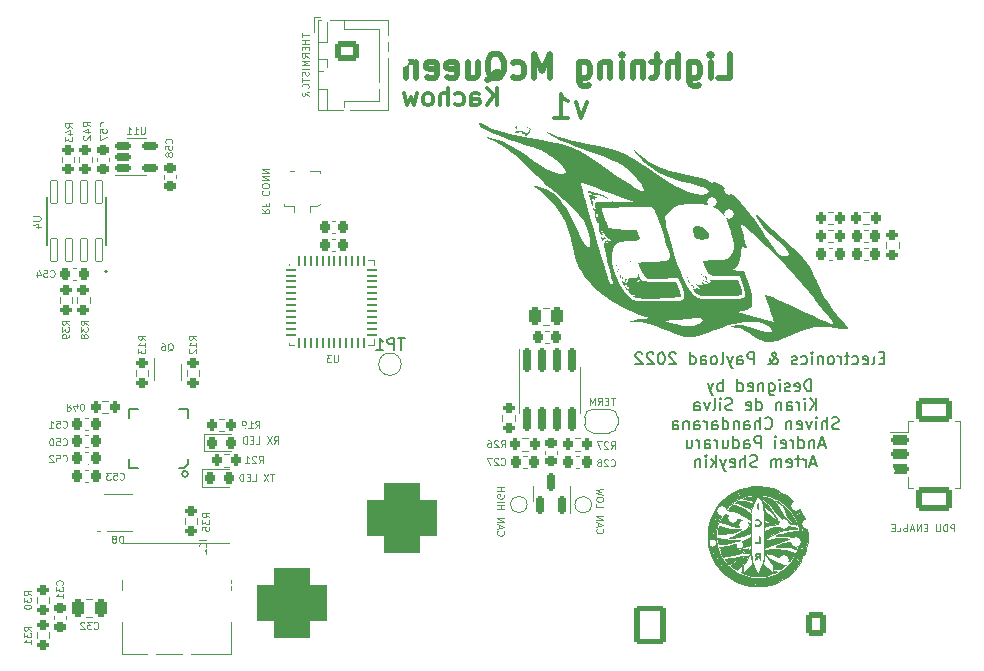
<source format=gbr>
%TF.GenerationSoftware,KiCad,Pcbnew,(6.0.1-0)*%
%TF.CreationDate,2022-08-02T01:53:12+01:00*%
%TF.ProjectId,powerboard_sc21_as25,706f7765-7262-46f6-9172-645f73633231,rev?*%
%TF.SameCoordinates,Original*%
%TF.FileFunction,Legend,Bot*%
%TF.FilePolarity,Positive*%
%FSLAX46Y46*%
G04 Gerber Fmt 4.6, Leading zero omitted, Abs format (unit mm)*
G04 Created by KiCad (PCBNEW (6.0.1-0)) date 2022-08-02 01:53:12*
%MOMM*%
%LPD*%
G01*
G04 APERTURE LIST*
G04 Aperture macros list*
%AMRoundRect*
0 Rectangle with rounded corners*
0 $1 Rounding radius*
0 $2 $3 $4 $5 $6 $7 $8 $9 X,Y pos of 4 corners*
0 Add a 4 corners polygon primitive as box body*
4,1,4,$2,$3,$4,$5,$6,$7,$8,$9,$2,$3,0*
0 Add four circle primitives for the rounded corners*
1,1,$1+$1,$2,$3*
1,1,$1+$1,$4,$5*
1,1,$1+$1,$6,$7*
1,1,$1+$1,$8,$9*
0 Add four rect primitives between the rounded corners*
20,1,$1+$1,$2,$3,$4,$5,0*
20,1,$1+$1,$4,$5,$6,$7,0*
20,1,$1+$1,$6,$7,$8,$9,0*
20,1,$1+$1,$8,$9,$2,$3,0*%
%AMFreePoly0*
4,1,22,0.500000,-0.750000,0.000000,-0.750000,0.000000,-0.745033,-0.079941,-0.743568,-0.215256,-0.701293,-0.333266,-0.622738,-0.424486,-0.514219,-0.481581,-0.384460,-0.499164,-0.250000,-0.500000,-0.250000,-0.500000,0.250000,-0.499164,0.250000,-0.499963,0.256109,-0.478152,0.396186,-0.417904,0.524511,-0.324060,0.630769,-0.204165,0.706417,-0.067858,0.745374,0.000000,0.744959,0.000000,0.750000,
0.500000,0.750000,0.500000,-0.750000,0.500000,-0.750000,$1*%
%AMFreePoly1*
4,1,20,0.000000,0.744959,0.073905,0.744508,0.209726,0.703889,0.328688,0.626782,0.421226,0.519385,0.479903,0.390333,0.500000,0.250000,0.500000,-0.250000,0.499851,-0.262216,0.476331,-0.402017,0.414519,-0.529596,0.319384,-0.634700,0.198574,-0.708877,0.061801,-0.746166,0.000000,-0.745033,0.000000,-0.750000,-0.500000,-0.750000,-0.500000,0.750000,0.000000,0.750000,0.000000,0.744959,
0.000000,0.744959,$1*%
G04 Aperture macros list end*
%ADD10C,0.300000*%
%ADD11C,0.100000*%
%ADD12C,0.150000*%
%ADD13C,0.500000*%
%ADD14C,0.120000*%
%ADD15C,0.010000*%
%ADD16C,0.127000*%
%ADD17C,0.200000*%
%ADD18C,1.500000*%
%ADD19RoundRect,1.500000X-1.500000X1.500000X-1.500000X-1.500000X1.500000X-1.500000X1.500000X1.500000X0*%
%ADD20C,6.000000*%
%ADD21RoundRect,0.250001X1.399999X-1.099999X1.399999X1.099999X-1.399999X1.099999X-1.399999X-1.099999X0*%
%ADD22O,3.300000X2.700000*%
%ADD23RoundRect,0.250001X1.099999X1.399999X-1.099999X1.399999X-1.099999X-1.399999X1.099999X-1.399999X0*%
%ADD24O,2.700000X3.300000*%
%ADD25C,5.600000*%
%ADD26R,1.700000X1.700000*%
%ADD27O,1.700000X1.700000*%
%ADD28C,1.200000*%
%ADD29RoundRect,0.250000X0.600000X0.725000X-0.600000X0.725000X-0.600000X-0.725000X0.600000X-0.725000X0*%
%ADD30O,1.700000X1.950000*%
%ADD31RoundRect,1.500000X1.500000X-1.500000X1.500000X1.500000X-1.500000X1.500000X-1.500000X-1.500000X0*%
%ADD32RoundRect,0.150000X-0.150000X0.825000X-0.150000X-0.825000X0.150000X-0.825000X0.150000X0.825000X0*%
%ADD33RoundRect,0.225000X0.250000X-0.225000X0.250000X0.225000X-0.250000X0.225000X-0.250000X-0.225000X0*%
%ADD34RoundRect,0.200000X-0.200000X-0.275000X0.200000X-0.275000X0.200000X0.275000X-0.200000X0.275000X0*%
%ADD35RoundRect,0.225000X0.225000X0.250000X-0.225000X0.250000X-0.225000X-0.250000X0.225000X-0.250000X0*%
%ADD36RoundRect,0.225000X-0.225000X-0.250000X0.225000X-0.250000X0.225000X0.250000X-0.225000X0.250000X0*%
%ADD37RoundRect,0.200000X-0.275000X0.200000X-0.275000X-0.200000X0.275000X-0.200000X0.275000X0.200000X0*%
%ADD38C,1.000000*%
%ADD39RoundRect,0.225000X-0.250000X0.225000X-0.250000X-0.225000X0.250000X-0.225000X0.250000X0.225000X0*%
%ADD40RoundRect,0.200000X0.200000X0.275000X-0.200000X0.275000X-0.200000X-0.275000X0.200000X-0.275000X0*%
%ADD41R,1.000000X1.000000*%
%ADD42R,1.050000X2.200000*%
%ADD43RoundRect,0.200000X0.275000X-0.200000X0.275000X0.200000X-0.275000X0.200000X-0.275000X-0.200000X0*%
%ADD44RoundRect,0.150000X0.150000X-0.587500X0.150000X0.587500X-0.150000X0.587500X-0.150000X-0.587500X0*%
%ADD45RoundRect,0.250000X-0.750000X0.600000X-0.750000X-0.600000X0.750000X-0.600000X0.750000X0.600000X0*%
%ADD46O,2.000000X1.700000*%
%ADD47R,0.400000X0.650000*%
%ADD48RoundRect,0.250000X-0.250000X-0.475000X0.250000X-0.475000X0.250000X0.475000X-0.250000X0.475000X0*%
%ADD49RoundRect,0.062500X-0.062500X0.337500X-0.062500X-0.337500X0.062500X-0.337500X0.062500X0.337500X0*%
%ADD50RoundRect,0.062500X-0.337500X0.062500X-0.337500X-0.062500X0.337500X-0.062500X0.337500X0.062500X0*%
%ADD51R,5.300000X5.300000*%
%ADD52RoundRect,0.218750X-0.218750X-0.256250X0.218750X-0.256250X0.218750X0.256250X-0.218750X0.256250X0*%
%ADD53RoundRect,0.200000X-0.600000X0.200000X-0.600000X-0.200000X0.600000X-0.200000X0.600000X0.200000X0*%
%ADD54RoundRect,0.250001X-1.249999X0.799999X-1.249999X-0.799999X1.249999X-0.799999X1.249999X0.799999X0*%
%ADD55RoundRect,0.250000X0.250000X0.475000X-0.250000X0.475000X-0.250000X-0.475000X0.250000X-0.475000X0*%
%ADD56R,1.400000X1.200000*%
%ADD57R,1.400000X1.000000*%
%ADD58FreePoly0,0.000000*%
%ADD59FreePoly1,0.000000*%
%ADD60RoundRect,0.150000X-0.512500X-0.150000X0.512500X-0.150000X0.512500X0.150000X-0.512500X0.150000X0*%
%ADD61R,0.254000X0.900000*%
%ADD62R,0.900000X0.254000*%
%ADD63R,3.100000X3.100000*%
%ADD64C,0.700000*%
%ADD65O,0.900000X2.400000*%
%ADD66O,0.900000X1.700000*%
%ADD67RoundRect,0.042000X0.258000X-0.943000X0.258000X0.943000X-0.258000X0.943000X-0.258000X-0.943000X0*%
%ADD68R,2.150000X2.150000*%
%ADD69C,0.800000*%
%ADD70C,0.600000*%
G04 APERTURE END LIST*
D10*
X103528571Y-35871428D02*
X103052380Y-37204761D01*
X102576190Y-35871428D01*
X100766666Y-37204761D02*
X101909523Y-37204761D01*
X101338095Y-37204761D02*
X101338095Y-35204761D01*
X101528571Y-35490476D01*
X101719047Y-35680952D01*
X101909523Y-35776190D01*
D11*
X77042857Y-64771428D02*
X77242857Y-64485714D01*
X77385714Y-64771428D02*
X77385714Y-64171428D01*
X77157142Y-64171428D01*
X77100000Y-64200000D01*
X77071428Y-64228571D01*
X77042857Y-64285714D01*
X77042857Y-64371428D01*
X77071428Y-64428571D01*
X77100000Y-64457142D01*
X77157142Y-64485714D01*
X77385714Y-64485714D01*
X76842857Y-64171428D02*
X76442857Y-64771428D01*
X76442857Y-64171428D02*
X76842857Y-64771428D01*
X75471428Y-64771428D02*
X75757142Y-64771428D01*
X75757142Y-64171428D01*
X75271428Y-64457142D02*
X75071428Y-64457142D01*
X74985714Y-64771428D02*
X75271428Y-64771428D01*
X75271428Y-64171428D01*
X74985714Y-64171428D01*
X74728571Y-64771428D02*
X74728571Y-64171428D01*
X74585714Y-64171428D01*
X74500000Y-64200000D01*
X74442857Y-64257142D01*
X74414285Y-64314285D01*
X74385714Y-64428571D01*
X74385714Y-64514285D01*
X74414285Y-64628571D01*
X74442857Y-64685714D01*
X74500000Y-64742857D01*
X74585714Y-64771428D01*
X74728571Y-64771428D01*
D12*
X122514285Y-60332380D02*
X122514285Y-59332380D01*
X122276190Y-59332380D01*
X122133333Y-59380000D01*
X122038095Y-59475238D01*
X121990476Y-59570476D01*
X121942857Y-59760952D01*
X121942857Y-59903809D01*
X121990476Y-60094285D01*
X122038095Y-60189523D01*
X122133333Y-60284761D01*
X122276190Y-60332380D01*
X122514285Y-60332380D01*
X121133333Y-60284761D02*
X121228571Y-60332380D01*
X121419047Y-60332380D01*
X121514285Y-60284761D01*
X121561904Y-60189523D01*
X121561904Y-59808571D01*
X121514285Y-59713333D01*
X121419047Y-59665714D01*
X121228571Y-59665714D01*
X121133333Y-59713333D01*
X121085714Y-59808571D01*
X121085714Y-59903809D01*
X121561904Y-59999047D01*
X120704761Y-60284761D02*
X120609523Y-60332380D01*
X120419047Y-60332380D01*
X120323809Y-60284761D01*
X120276190Y-60189523D01*
X120276190Y-60141904D01*
X120323809Y-60046666D01*
X120419047Y-59999047D01*
X120561904Y-59999047D01*
X120657142Y-59951428D01*
X120704761Y-59856190D01*
X120704761Y-59808571D01*
X120657142Y-59713333D01*
X120561904Y-59665714D01*
X120419047Y-59665714D01*
X120323809Y-59713333D01*
X119847619Y-60332380D02*
X119847619Y-59665714D01*
X119847619Y-59332380D02*
X119895238Y-59380000D01*
X119847619Y-59427619D01*
X119800000Y-59380000D01*
X119847619Y-59332380D01*
X119847619Y-59427619D01*
X118942857Y-59665714D02*
X118942857Y-60475238D01*
X118990476Y-60570476D01*
X119038095Y-60618095D01*
X119133333Y-60665714D01*
X119276190Y-60665714D01*
X119371428Y-60618095D01*
X118942857Y-60284761D02*
X119038095Y-60332380D01*
X119228571Y-60332380D01*
X119323809Y-60284761D01*
X119371428Y-60237142D01*
X119419047Y-60141904D01*
X119419047Y-59856190D01*
X119371428Y-59760952D01*
X119323809Y-59713333D01*
X119228571Y-59665714D01*
X119038095Y-59665714D01*
X118942857Y-59713333D01*
X118466666Y-59665714D02*
X118466666Y-60332380D01*
X118466666Y-59760952D02*
X118419047Y-59713333D01*
X118323809Y-59665714D01*
X118180952Y-59665714D01*
X118085714Y-59713333D01*
X118038095Y-59808571D01*
X118038095Y-60332380D01*
X117180952Y-60284761D02*
X117276190Y-60332380D01*
X117466666Y-60332380D01*
X117561904Y-60284761D01*
X117609523Y-60189523D01*
X117609523Y-59808571D01*
X117561904Y-59713333D01*
X117466666Y-59665714D01*
X117276190Y-59665714D01*
X117180952Y-59713333D01*
X117133333Y-59808571D01*
X117133333Y-59903809D01*
X117609523Y-59999047D01*
X116276190Y-60332380D02*
X116276190Y-59332380D01*
X116276190Y-60284761D02*
X116371428Y-60332380D01*
X116561904Y-60332380D01*
X116657142Y-60284761D01*
X116704761Y-60237142D01*
X116752380Y-60141904D01*
X116752380Y-59856190D01*
X116704761Y-59760952D01*
X116657142Y-59713333D01*
X116561904Y-59665714D01*
X116371428Y-59665714D01*
X116276190Y-59713333D01*
X115038095Y-60332380D02*
X115038095Y-59332380D01*
X115038095Y-59713333D02*
X114942857Y-59665714D01*
X114752380Y-59665714D01*
X114657142Y-59713333D01*
X114609523Y-59760952D01*
X114561904Y-59856190D01*
X114561904Y-60141904D01*
X114609523Y-60237142D01*
X114657142Y-60284761D01*
X114752380Y-60332380D01*
X114942857Y-60332380D01*
X115038095Y-60284761D01*
X114228571Y-59665714D02*
X113990476Y-60332380D01*
X113752380Y-59665714D02*
X113990476Y-60332380D01*
X114085714Y-60570476D01*
X114133333Y-60618095D01*
X114228571Y-60665714D01*
X122966666Y-61942380D02*
X122966666Y-60942380D01*
X122395238Y-61942380D02*
X122823809Y-61370952D01*
X122395238Y-60942380D02*
X122966666Y-61513809D01*
X121966666Y-61942380D02*
X121966666Y-61275714D01*
X121966666Y-60942380D02*
X122014285Y-60990000D01*
X121966666Y-61037619D01*
X121919047Y-60990000D01*
X121966666Y-60942380D01*
X121966666Y-61037619D01*
X121490476Y-61942380D02*
X121490476Y-61275714D01*
X121490476Y-61466190D02*
X121442857Y-61370952D01*
X121395238Y-61323333D01*
X121300000Y-61275714D01*
X121204761Y-61275714D01*
X120442857Y-61942380D02*
X120442857Y-61418571D01*
X120490476Y-61323333D01*
X120585714Y-61275714D01*
X120776190Y-61275714D01*
X120871428Y-61323333D01*
X120442857Y-61894761D02*
X120538095Y-61942380D01*
X120776190Y-61942380D01*
X120871428Y-61894761D01*
X120919047Y-61799523D01*
X120919047Y-61704285D01*
X120871428Y-61609047D01*
X120776190Y-61561428D01*
X120538095Y-61561428D01*
X120442857Y-61513809D01*
X119966666Y-61275714D02*
X119966666Y-61942380D01*
X119966666Y-61370952D02*
X119919047Y-61323333D01*
X119823809Y-61275714D01*
X119680952Y-61275714D01*
X119585714Y-61323333D01*
X119538095Y-61418571D01*
X119538095Y-61942380D01*
X117871428Y-61942380D02*
X117871428Y-60942380D01*
X117871428Y-61894761D02*
X117966666Y-61942380D01*
X118157142Y-61942380D01*
X118252380Y-61894761D01*
X118300000Y-61847142D01*
X118347619Y-61751904D01*
X118347619Y-61466190D01*
X118300000Y-61370952D01*
X118252380Y-61323333D01*
X118157142Y-61275714D01*
X117966666Y-61275714D01*
X117871428Y-61323333D01*
X117014285Y-61894761D02*
X117109523Y-61942380D01*
X117300000Y-61942380D01*
X117395238Y-61894761D01*
X117442857Y-61799523D01*
X117442857Y-61418571D01*
X117395238Y-61323333D01*
X117300000Y-61275714D01*
X117109523Y-61275714D01*
X117014285Y-61323333D01*
X116966666Y-61418571D01*
X116966666Y-61513809D01*
X117442857Y-61609047D01*
X115823809Y-61894761D02*
X115680952Y-61942380D01*
X115442857Y-61942380D01*
X115347619Y-61894761D01*
X115300000Y-61847142D01*
X115252380Y-61751904D01*
X115252380Y-61656666D01*
X115300000Y-61561428D01*
X115347619Y-61513809D01*
X115442857Y-61466190D01*
X115633333Y-61418571D01*
X115728571Y-61370952D01*
X115776190Y-61323333D01*
X115823809Y-61228095D01*
X115823809Y-61132857D01*
X115776190Y-61037619D01*
X115728571Y-60990000D01*
X115633333Y-60942380D01*
X115395238Y-60942380D01*
X115252380Y-60990000D01*
X114823809Y-61942380D02*
X114823809Y-61275714D01*
X114823809Y-60942380D02*
X114871428Y-60990000D01*
X114823809Y-61037619D01*
X114776190Y-60990000D01*
X114823809Y-60942380D01*
X114823809Y-61037619D01*
X114204761Y-61942380D02*
X114300000Y-61894761D01*
X114347619Y-61799523D01*
X114347619Y-60942380D01*
X113919047Y-61275714D02*
X113680952Y-61942380D01*
X113442857Y-61275714D01*
X112633333Y-61942380D02*
X112633333Y-61418571D01*
X112680952Y-61323333D01*
X112776190Y-61275714D01*
X112966666Y-61275714D01*
X113061904Y-61323333D01*
X112633333Y-61894761D02*
X112728571Y-61942380D01*
X112966666Y-61942380D01*
X113061904Y-61894761D01*
X113109523Y-61799523D01*
X113109523Y-61704285D01*
X113061904Y-61609047D01*
X112966666Y-61561428D01*
X112728571Y-61561428D01*
X112633333Y-61513809D01*
X124847619Y-63504761D02*
X124704761Y-63552380D01*
X124466666Y-63552380D01*
X124371428Y-63504761D01*
X124323809Y-63457142D01*
X124276190Y-63361904D01*
X124276190Y-63266666D01*
X124323809Y-63171428D01*
X124371428Y-63123809D01*
X124466666Y-63076190D01*
X124657142Y-63028571D01*
X124752380Y-62980952D01*
X124800000Y-62933333D01*
X124847619Y-62838095D01*
X124847619Y-62742857D01*
X124800000Y-62647619D01*
X124752380Y-62600000D01*
X124657142Y-62552380D01*
X124419047Y-62552380D01*
X124276190Y-62600000D01*
X123847619Y-63552380D02*
X123847619Y-62552380D01*
X123419047Y-63552380D02*
X123419047Y-63028571D01*
X123466666Y-62933333D01*
X123561904Y-62885714D01*
X123704761Y-62885714D01*
X123800000Y-62933333D01*
X123847619Y-62980952D01*
X122942857Y-63552380D02*
X122942857Y-62885714D01*
X122942857Y-62552380D02*
X122990476Y-62600000D01*
X122942857Y-62647619D01*
X122895238Y-62600000D01*
X122942857Y-62552380D01*
X122942857Y-62647619D01*
X122561904Y-62885714D02*
X122323809Y-63552380D01*
X122085714Y-62885714D01*
X121323809Y-63504761D02*
X121419047Y-63552380D01*
X121609523Y-63552380D01*
X121704761Y-63504761D01*
X121752380Y-63409523D01*
X121752380Y-63028571D01*
X121704761Y-62933333D01*
X121609523Y-62885714D01*
X121419047Y-62885714D01*
X121323809Y-62933333D01*
X121276190Y-63028571D01*
X121276190Y-63123809D01*
X121752380Y-63219047D01*
X120847619Y-62885714D02*
X120847619Y-63552380D01*
X120847619Y-62980952D02*
X120800000Y-62933333D01*
X120704761Y-62885714D01*
X120561904Y-62885714D01*
X120466666Y-62933333D01*
X120419047Y-63028571D01*
X120419047Y-63552380D01*
X118609523Y-63457142D02*
X118657142Y-63504761D01*
X118800000Y-63552380D01*
X118895238Y-63552380D01*
X119038095Y-63504761D01*
X119133333Y-63409523D01*
X119180952Y-63314285D01*
X119228571Y-63123809D01*
X119228571Y-62980952D01*
X119180952Y-62790476D01*
X119133333Y-62695238D01*
X119038095Y-62600000D01*
X118895238Y-62552380D01*
X118800000Y-62552380D01*
X118657142Y-62600000D01*
X118609523Y-62647619D01*
X118180952Y-63552380D02*
X118180952Y-62552380D01*
X117752380Y-63552380D02*
X117752380Y-63028571D01*
X117800000Y-62933333D01*
X117895238Y-62885714D01*
X118038095Y-62885714D01*
X118133333Y-62933333D01*
X118180952Y-62980952D01*
X116847619Y-63552380D02*
X116847619Y-63028571D01*
X116895238Y-62933333D01*
X116990476Y-62885714D01*
X117180952Y-62885714D01*
X117276190Y-62933333D01*
X116847619Y-63504761D02*
X116942857Y-63552380D01*
X117180952Y-63552380D01*
X117276190Y-63504761D01*
X117323809Y-63409523D01*
X117323809Y-63314285D01*
X117276190Y-63219047D01*
X117180952Y-63171428D01*
X116942857Y-63171428D01*
X116847619Y-63123809D01*
X116371428Y-62885714D02*
X116371428Y-63552380D01*
X116371428Y-62980952D02*
X116323809Y-62933333D01*
X116228571Y-62885714D01*
X116085714Y-62885714D01*
X115990476Y-62933333D01*
X115942857Y-63028571D01*
X115942857Y-63552380D01*
X115038095Y-63552380D02*
X115038095Y-62552380D01*
X115038095Y-63504761D02*
X115133333Y-63552380D01*
X115323809Y-63552380D01*
X115419047Y-63504761D01*
X115466666Y-63457142D01*
X115514285Y-63361904D01*
X115514285Y-63076190D01*
X115466666Y-62980952D01*
X115419047Y-62933333D01*
X115323809Y-62885714D01*
X115133333Y-62885714D01*
X115038095Y-62933333D01*
X114133333Y-63552380D02*
X114133333Y-63028571D01*
X114180952Y-62933333D01*
X114276190Y-62885714D01*
X114466666Y-62885714D01*
X114561904Y-62933333D01*
X114133333Y-63504761D02*
X114228571Y-63552380D01*
X114466666Y-63552380D01*
X114561904Y-63504761D01*
X114609523Y-63409523D01*
X114609523Y-63314285D01*
X114561904Y-63219047D01*
X114466666Y-63171428D01*
X114228571Y-63171428D01*
X114133333Y-63123809D01*
X113657142Y-63552380D02*
X113657142Y-62885714D01*
X113657142Y-63076190D02*
X113609523Y-62980952D01*
X113561904Y-62933333D01*
X113466666Y-62885714D01*
X113371428Y-62885714D01*
X112609523Y-63552380D02*
X112609523Y-63028571D01*
X112657142Y-62933333D01*
X112752380Y-62885714D01*
X112942857Y-62885714D01*
X113038095Y-62933333D01*
X112609523Y-63504761D02*
X112704761Y-63552380D01*
X112942857Y-63552380D01*
X113038095Y-63504761D01*
X113085714Y-63409523D01*
X113085714Y-63314285D01*
X113038095Y-63219047D01*
X112942857Y-63171428D01*
X112704761Y-63171428D01*
X112609523Y-63123809D01*
X112133333Y-62885714D02*
X112133333Y-63552380D01*
X112133333Y-62980952D02*
X112085714Y-62933333D01*
X111990476Y-62885714D01*
X111847619Y-62885714D01*
X111752380Y-62933333D01*
X111704761Y-63028571D01*
X111704761Y-63552380D01*
X110800000Y-63552380D02*
X110800000Y-63028571D01*
X110847619Y-62933333D01*
X110942857Y-62885714D01*
X111133333Y-62885714D01*
X111228571Y-62933333D01*
X110800000Y-63504761D02*
X110895238Y-63552380D01*
X111133333Y-63552380D01*
X111228571Y-63504761D01*
X111276190Y-63409523D01*
X111276190Y-63314285D01*
X111228571Y-63219047D01*
X111133333Y-63171428D01*
X110895238Y-63171428D01*
X110800000Y-63123809D01*
X123680952Y-64876666D02*
X123204761Y-64876666D01*
X123776190Y-65162380D02*
X123442857Y-64162380D01*
X123109523Y-65162380D01*
X122776190Y-64495714D02*
X122776190Y-65162380D01*
X122776190Y-64590952D02*
X122728571Y-64543333D01*
X122633333Y-64495714D01*
X122490476Y-64495714D01*
X122395238Y-64543333D01*
X122347619Y-64638571D01*
X122347619Y-65162380D01*
X121442857Y-65162380D02*
X121442857Y-64162380D01*
X121442857Y-65114761D02*
X121538095Y-65162380D01*
X121728571Y-65162380D01*
X121823809Y-65114761D01*
X121871428Y-65067142D01*
X121919047Y-64971904D01*
X121919047Y-64686190D01*
X121871428Y-64590952D01*
X121823809Y-64543333D01*
X121728571Y-64495714D01*
X121538095Y-64495714D01*
X121442857Y-64543333D01*
X120966666Y-65162380D02*
X120966666Y-64495714D01*
X120966666Y-64686190D02*
X120919047Y-64590952D01*
X120871428Y-64543333D01*
X120776190Y-64495714D01*
X120680952Y-64495714D01*
X119966666Y-65114761D02*
X120061904Y-65162380D01*
X120252380Y-65162380D01*
X120347619Y-65114761D01*
X120395238Y-65019523D01*
X120395238Y-64638571D01*
X120347619Y-64543333D01*
X120252380Y-64495714D01*
X120061904Y-64495714D01*
X119966666Y-64543333D01*
X119919047Y-64638571D01*
X119919047Y-64733809D01*
X120395238Y-64829047D01*
X119490476Y-65162380D02*
X119490476Y-64495714D01*
X119490476Y-64162380D02*
X119538095Y-64210000D01*
X119490476Y-64257619D01*
X119442857Y-64210000D01*
X119490476Y-64162380D01*
X119490476Y-64257619D01*
X118252380Y-65162380D02*
X118252380Y-64162380D01*
X117871428Y-64162380D01*
X117776190Y-64210000D01*
X117728571Y-64257619D01*
X117680952Y-64352857D01*
X117680952Y-64495714D01*
X117728571Y-64590952D01*
X117776190Y-64638571D01*
X117871428Y-64686190D01*
X118252380Y-64686190D01*
X116823809Y-65162380D02*
X116823809Y-64638571D01*
X116871428Y-64543333D01*
X116966666Y-64495714D01*
X117157142Y-64495714D01*
X117252380Y-64543333D01*
X116823809Y-65114761D02*
X116919047Y-65162380D01*
X117157142Y-65162380D01*
X117252380Y-65114761D01*
X117300000Y-65019523D01*
X117300000Y-64924285D01*
X117252380Y-64829047D01*
X117157142Y-64781428D01*
X116919047Y-64781428D01*
X116823809Y-64733809D01*
X115919047Y-65162380D02*
X115919047Y-64162380D01*
X115919047Y-65114761D02*
X116014285Y-65162380D01*
X116204761Y-65162380D01*
X116300000Y-65114761D01*
X116347619Y-65067142D01*
X116395238Y-64971904D01*
X116395238Y-64686190D01*
X116347619Y-64590952D01*
X116300000Y-64543333D01*
X116204761Y-64495714D01*
X116014285Y-64495714D01*
X115919047Y-64543333D01*
X115014285Y-64495714D02*
X115014285Y-65162380D01*
X115442857Y-64495714D02*
X115442857Y-65019523D01*
X115395238Y-65114761D01*
X115300000Y-65162380D01*
X115157142Y-65162380D01*
X115061904Y-65114761D01*
X115014285Y-65067142D01*
X114538095Y-65162380D02*
X114538095Y-64495714D01*
X114538095Y-64686190D02*
X114490476Y-64590952D01*
X114442857Y-64543333D01*
X114347619Y-64495714D01*
X114252380Y-64495714D01*
X113490476Y-65162380D02*
X113490476Y-64638571D01*
X113538095Y-64543333D01*
X113633333Y-64495714D01*
X113823809Y-64495714D01*
X113919047Y-64543333D01*
X113490476Y-65114761D02*
X113585714Y-65162380D01*
X113823809Y-65162380D01*
X113919047Y-65114761D01*
X113966666Y-65019523D01*
X113966666Y-64924285D01*
X113919047Y-64829047D01*
X113823809Y-64781428D01*
X113585714Y-64781428D01*
X113490476Y-64733809D01*
X113014285Y-65162380D02*
X113014285Y-64495714D01*
X113014285Y-64686190D02*
X112966666Y-64590952D01*
X112919047Y-64543333D01*
X112823809Y-64495714D01*
X112728571Y-64495714D01*
X111966666Y-64495714D02*
X111966666Y-65162380D01*
X112395238Y-64495714D02*
X112395238Y-65019523D01*
X112347619Y-65114761D01*
X112252380Y-65162380D01*
X112109523Y-65162380D01*
X112014285Y-65114761D01*
X111966666Y-65067142D01*
X122942857Y-66486666D02*
X122466666Y-66486666D01*
X123038095Y-66772380D02*
X122704761Y-65772380D01*
X122371428Y-66772380D01*
X122038095Y-66772380D02*
X122038095Y-66105714D01*
X122038095Y-66296190D02*
X121990476Y-66200952D01*
X121942857Y-66153333D01*
X121847619Y-66105714D01*
X121752380Y-66105714D01*
X121561904Y-66105714D02*
X121180952Y-66105714D01*
X121419047Y-65772380D02*
X121419047Y-66629523D01*
X121371428Y-66724761D01*
X121276190Y-66772380D01*
X121180952Y-66772380D01*
X120466666Y-66724761D02*
X120561904Y-66772380D01*
X120752380Y-66772380D01*
X120847619Y-66724761D01*
X120895238Y-66629523D01*
X120895238Y-66248571D01*
X120847619Y-66153333D01*
X120752380Y-66105714D01*
X120561904Y-66105714D01*
X120466666Y-66153333D01*
X120419047Y-66248571D01*
X120419047Y-66343809D01*
X120895238Y-66439047D01*
X119990476Y-66772380D02*
X119990476Y-66105714D01*
X119990476Y-66200952D02*
X119942857Y-66153333D01*
X119847619Y-66105714D01*
X119704761Y-66105714D01*
X119609523Y-66153333D01*
X119561904Y-66248571D01*
X119561904Y-66772380D01*
X119561904Y-66248571D02*
X119514285Y-66153333D01*
X119419047Y-66105714D01*
X119276190Y-66105714D01*
X119180952Y-66153333D01*
X119133333Y-66248571D01*
X119133333Y-66772380D01*
X117942857Y-66724761D02*
X117800000Y-66772380D01*
X117561904Y-66772380D01*
X117466666Y-66724761D01*
X117419047Y-66677142D01*
X117371428Y-66581904D01*
X117371428Y-66486666D01*
X117419047Y-66391428D01*
X117466666Y-66343809D01*
X117561904Y-66296190D01*
X117752380Y-66248571D01*
X117847619Y-66200952D01*
X117895238Y-66153333D01*
X117942857Y-66058095D01*
X117942857Y-65962857D01*
X117895238Y-65867619D01*
X117847619Y-65820000D01*
X117752380Y-65772380D01*
X117514285Y-65772380D01*
X117371428Y-65820000D01*
X116942857Y-66772380D02*
X116942857Y-65772380D01*
X116514285Y-66772380D02*
X116514285Y-66248571D01*
X116561904Y-66153333D01*
X116657142Y-66105714D01*
X116800000Y-66105714D01*
X116895238Y-66153333D01*
X116942857Y-66200952D01*
X115657142Y-66724761D02*
X115752380Y-66772380D01*
X115942857Y-66772380D01*
X116038095Y-66724761D01*
X116085714Y-66629523D01*
X116085714Y-66248571D01*
X116038095Y-66153333D01*
X115942857Y-66105714D01*
X115752380Y-66105714D01*
X115657142Y-66153333D01*
X115609523Y-66248571D01*
X115609523Y-66343809D01*
X116085714Y-66439047D01*
X115276190Y-66105714D02*
X115038095Y-66772380D01*
X114800000Y-66105714D02*
X115038095Y-66772380D01*
X115133333Y-67010476D01*
X115180952Y-67058095D01*
X115276190Y-67105714D01*
X114419047Y-66772380D02*
X114419047Y-65772380D01*
X114323809Y-66391428D02*
X114038095Y-66772380D01*
X114038095Y-66105714D02*
X114419047Y-66486666D01*
X113609523Y-66772380D02*
X113609523Y-66105714D01*
X113609523Y-65772380D02*
X113657142Y-65820000D01*
X113609523Y-65867619D01*
X113561904Y-65820000D01*
X113609523Y-65772380D01*
X113609523Y-65867619D01*
X113133333Y-66105714D02*
X113133333Y-66772380D01*
X113133333Y-66200952D02*
X113085714Y-66153333D01*
X112990476Y-66105714D01*
X112847619Y-66105714D01*
X112752380Y-66153333D01*
X112704761Y-66248571D01*
X112704761Y-66772380D01*
D11*
X79371428Y-30028571D02*
X79371428Y-30371428D01*
X79971428Y-30200000D02*
X79371428Y-30200000D01*
X79971428Y-30571428D02*
X79371428Y-30571428D01*
X79657142Y-30571428D02*
X79657142Y-30914285D01*
X79971428Y-30914285D02*
X79371428Y-30914285D01*
X79657142Y-31200000D02*
X79657142Y-31400000D01*
X79971428Y-31485714D02*
X79971428Y-31200000D01*
X79371428Y-31200000D01*
X79371428Y-31485714D01*
X79971428Y-32085714D02*
X79685714Y-31885714D01*
X79971428Y-31742857D02*
X79371428Y-31742857D01*
X79371428Y-31971428D01*
X79400000Y-32028571D01*
X79428571Y-32057142D01*
X79485714Y-32085714D01*
X79571428Y-32085714D01*
X79628571Y-32057142D01*
X79657142Y-32028571D01*
X79685714Y-31971428D01*
X79685714Y-31742857D01*
X79971428Y-32342857D02*
X79371428Y-32342857D01*
X79800000Y-32542857D01*
X79371428Y-32742857D01*
X79971428Y-32742857D01*
X79971428Y-33028571D02*
X79371428Y-33028571D01*
X79942857Y-33285714D02*
X79971428Y-33371428D01*
X79971428Y-33514285D01*
X79942857Y-33571428D01*
X79914285Y-33600000D01*
X79857142Y-33628571D01*
X79800000Y-33628571D01*
X79742857Y-33600000D01*
X79714285Y-33571428D01*
X79685714Y-33514285D01*
X79657142Y-33400000D01*
X79628571Y-33342857D01*
X79600000Y-33314285D01*
X79542857Y-33285714D01*
X79485714Y-33285714D01*
X79428571Y-33314285D01*
X79400000Y-33342857D01*
X79371428Y-33400000D01*
X79371428Y-33542857D01*
X79400000Y-33628571D01*
X79371428Y-33800000D02*
X79371428Y-34142857D01*
X79971428Y-33971428D02*
X79371428Y-33971428D01*
X79371428Y-34457142D02*
X79371428Y-34571428D01*
X79400000Y-34628571D01*
X79457142Y-34685714D01*
X79571428Y-34714285D01*
X79771428Y-34714285D01*
X79885714Y-34685714D01*
X79942857Y-34628571D01*
X79971428Y-34571428D01*
X79971428Y-34457142D01*
X79942857Y-34400000D01*
X79885714Y-34342857D01*
X79771428Y-34314285D01*
X79571428Y-34314285D01*
X79457142Y-34342857D01*
X79400000Y-34400000D01*
X79371428Y-34457142D01*
X79971428Y-35314285D02*
X79685714Y-35114285D01*
X79971428Y-34971428D02*
X79371428Y-34971428D01*
X79371428Y-35200000D01*
X79400000Y-35257142D01*
X79428571Y-35285714D01*
X79485714Y-35314285D01*
X79571428Y-35314285D01*
X79628571Y-35285714D01*
X79657142Y-35257142D01*
X79685714Y-35200000D01*
X79685714Y-34971428D01*
X105885714Y-60871428D02*
X105542857Y-60871428D01*
X105714285Y-61471428D02*
X105714285Y-60871428D01*
X105342857Y-61157142D02*
X105142857Y-61157142D01*
X105057142Y-61471428D02*
X105342857Y-61471428D01*
X105342857Y-60871428D01*
X105057142Y-60871428D01*
X104457142Y-61471428D02*
X104657142Y-61185714D01*
X104800000Y-61471428D02*
X104800000Y-60871428D01*
X104571428Y-60871428D01*
X104514285Y-60900000D01*
X104485714Y-60928571D01*
X104457142Y-60985714D01*
X104457142Y-61071428D01*
X104485714Y-61128571D01*
X104514285Y-61157142D01*
X104571428Y-61185714D01*
X104800000Y-61185714D01*
X104200000Y-61471428D02*
X104200000Y-60871428D01*
X104000000Y-61300000D01*
X103800000Y-60871428D01*
X103800000Y-61471428D01*
X76028571Y-44942857D02*
X76314285Y-45142857D01*
X76028571Y-45285714D02*
X76628571Y-45285714D01*
X76628571Y-45057142D01*
X76600000Y-45000000D01*
X76571428Y-44971428D01*
X76514285Y-44942857D01*
X76428571Y-44942857D01*
X76371428Y-44971428D01*
X76342857Y-45000000D01*
X76314285Y-45057142D01*
X76314285Y-45285714D01*
X76342857Y-44485714D02*
X76342857Y-44685714D01*
X76028571Y-44685714D02*
X76628571Y-44685714D01*
X76628571Y-44400000D01*
X76085714Y-43371428D02*
X76057142Y-43400000D01*
X76028571Y-43485714D01*
X76028571Y-43542857D01*
X76057142Y-43628571D01*
X76114285Y-43685714D01*
X76171428Y-43714285D01*
X76285714Y-43742857D01*
X76371428Y-43742857D01*
X76485714Y-43714285D01*
X76542857Y-43685714D01*
X76600000Y-43628571D01*
X76628571Y-43542857D01*
X76628571Y-43485714D01*
X76600000Y-43400000D01*
X76571428Y-43371428D01*
X76628571Y-43000000D02*
X76628571Y-42885714D01*
X76600000Y-42828571D01*
X76542857Y-42771428D01*
X76428571Y-42742857D01*
X76228571Y-42742857D01*
X76114285Y-42771428D01*
X76057142Y-42828571D01*
X76028571Y-42885714D01*
X76028571Y-43000000D01*
X76057142Y-43057142D01*
X76114285Y-43114285D01*
X76228571Y-43142857D01*
X76428571Y-43142857D01*
X76542857Y-43114285D01*
X76600000Y-43057142D01*
X76628571Y-43000000D01*
X76028571Y-42485714D02*
X76628571Y-42485714D01*
X76028571Y-42142857D01*
X76628571Y-42142857D01*
X76028571Y-41857142D02*
X76628571Y-41857142D01*
X76028571Y-41514285D01*
X76628571Y-41514285D01*
X134632142Y-72196428D02*
X134632142Y-71596428D01*
X134403571Y-71596428D01*
X134346428Y-71625000D01*
X134317857Y-71653571D01*
X134289285Y-71710714D01*
X134289285Y-71796428D01*
X134317857Y-71853571D01*
X134346428Y-71882142D01*
X134403571Y-71910714D01*
X134632142Y-71910714D01*
X134032142Y-72196428D02*
X134032142Y-71596428D01*
X133889285Y-71596428D01*
X133803571Y-71625000D01*
X133746428Y-71682142D01*
X133717857Y-71739285D01*
X133689285Y-71853571D01*
X133689285Y-71939285D01*
X133717857Y-72053571D01*
X133746428Y-72110714D01*
X133803571Y-72167857D01*
X133889285Y-72196428D01*
X134032142Y-72196428D01*
X133432142Y-71596428D02*
X133432142Y-72082142D01*
X133403571Y-72139285D01*
X133375000Y-72167857D01*
X133317857Y-72196428D01*
X133203571Y-72196428D01*
X133146428Y-72167857D01*
X133117857Y-72139285D01*
X133089285Y-72082142D01*
X133089285Y-71596428D01*
X132346428Y-71882142D02*
X132146428Y-71882142D01*
X132060714Y-72196428D02*
X132346428Y-72196428D01*
X132346428Y-71596428D01*
X132060714Y-71596428D01*
X131803571Y-72196428D02*
X131803571Y-71596428D01*
X131460714Y-72196428D01*
X131460714Y-71596428D01*
X131203571Y-72025000D02*
X130917857Y-72025000D01*
X131260714Y-72196428D02*
X131060714Y-71596428D01*
X130860714Y-72196428D01*
X130460714Y-71882142D02*
X130375000Y-71910714D01*
X130346428Y-71939285D01*
X130317857Y-71996428D01*
X130317857Y-72082142D01*
X130346428Y-72139285D01*
X130375000Y-72167857D01*
X130432142Y-72196428D01*
X130660714Y-72196428D01*
X130660714Y-71596428D01*
X130460714Y-71596428D01*
X130403571Y-71625000D01*
X130375000Y-71653571D01*
X130346428Y-71710714D01*
X130346428Y-71767857D01*
X130375000Y-71825000D01*
X130403571Y-71853571D01*
X130460714Y-71882142D01*
X130660714Y-71882142D01*
X129775000Y-72196428D02*
X130060714Y-72196428D01*
X130060714Y-71596428D01*
X129575000Y-71882142D02*
X129375000Y-71882142D01*
X129289285Y-72196428D02*
X129575000Y-72196428D01*
X129575000Y-71596428D01*
X129289285Y-71596428D01*
X104385714Y-72014285D02*
X104357142Y-72042857D01*
X104328571Y-72128571D01*
X104328571Y-72185714D01*
X104357142Y-72271428D01*
X104414285Y-72328571D01*
X104471428Y-72357142D01*
X104585714Y-72385714D01*
X104671428Y-72385714D01*
X104785714Y-72357142D01*
X104842857Y-72328571D01*
X104900000Y-72271428D01*
X104928571Y-72185714D01*
X104928571Y-72128571D01*
X104900000Y-72042857D01*
X104871428Y-72014285D01*
X104500000Y-71785714D02*
X104500000Y-71500000D01*
X104328571Y-71842857D02*
X104928571Y-71642857D01*
X104328571Y-71442857D01*
X104328571Y-71242857D02*
X104928571Y-71242857D01*
X104328571Y-70900000D01*
X104928571Y-70900000D01*
X104328571Y-69871428D02*
X104328571Y-70157142D01*
X104928571Y-70157142D01*
X104928571Y-69557142D02*
X104928571Y-69442857D01*
X104900000Y-69385714D01*
X104842857Y-69328571D01*
X104728571Y-69300000D01*
X104528571Y-69300000D01*
X104414285Y-69328571D01*
X104357142Y-69385714D01*
X104328571Y-69442857D01*
X104328571Y-69557142D01*
X104357142Y-69614285D01*
X104414285Y-69671428D01*
X104528571Y-69700000D01*
X104728571Y-69700000D01*
X104842857Y-69671428D01*
X104900000Y-69614285D01*
X104928571Y-69557142D01*
X104928571Y-69100000D02*
X104328571Y-68957142D01*
X104757142Y-68842857D01*
X104328571Y-68728571D01*
X104928571Y-68585714D01*
D12*
X128723809Y-57528571D02*
X128390476Y-57528571D01*
X128247619Y-58052380D02*
X128723809Y-58052380D01*
X128723809Y-57052380D01*
X128247619Y-57052380D01*
X127676190Y-58052380D02*
X127771428Y-58004761D01*
X127819047Y-57909523D01*
X127819047Y-57052380D01*
X126914285Y-58004761D02*
X127009523Y-58052380D01*
X127200000Y-58052380D01*
X127295238Y-58004761D01*
X127342857Y-57909523D01*
X127342857Y-57528571D01*
X127295238Y-57433333D01*
X127200000Y-57385714D01*
X127009523Y-57385714D01*
X126914285Y-57433333D01*
X126866666Y-57528571D01*
X126866666Y-57623809D01*
X127342857Y-57719047D01*
X126009523Y-58004761D02*
X126104761Y-58052380D01*
X126295238Y-58052380D01*
X126390476Y-58004761D01*
X126438095Y-57957142D01*
X126485714Y-57861904D01*
X126485714Y-57576190D01*
X126438095Y-57480952D01*
X126390476Y-57433333D01*
X126295238Y-57385714D01*
X126104761Y-57385714D01*
X126009523Y-57433333D01*
X125723809Y-57385714D02*
X125342857Y-57385714D01*
X125580952Y-57052380D02*
X125580952Y-57909523D01*
X125533333Y-58004761D01*
X125438095Y-58052380D01*
X125342857Y-58052380D01*
X125009523Y-58052380D02*
X125009523Y-57385714D01*
X125009523Y-57576190D02*
X124961904Y-57480952D01*
X124914285Y-57433333D01*
X124819047Y-57385714D01*
X124723809Y-57385714D01*
X124247619Y-58052380D02*
X124342857Y-58004761D01*
X124390476Y-57957142D01*
X124438095Y-57861904D01*
X124438095Y-57576190D01*
X124390476Y-57480952D01*
X124342857Y-57433333D01*
X124247619Y-57385714D01*
X124104761Y-57385714D01*
X124009523Y-57433333D01*
X123961904Y-57480952D01*
X123914285Y-57576190D01*
X123914285Y-57861904D01*
X123961904Y-57957142D01*
X124009523Y-58004761D01*
X124104761Y-58052380D01*
X124247619Y-58052380D01*
X123485714Y-57385714D02*
X123485714Y-58052380D01*
X123485714Y-57480952D02*
X123438095Y-57433333D01*
X123342857Y-57385714D01*
X123200000Y-57385714D01*
X123104761Y-57433333D01*
X123057142Y-57528571D01*
X123057142Y-58052380D01*
X122580952Y-58052380D02*
X122580952Y-57385714D01*
X122580952Y-57052380D02*
X122628571Y-57100000D01*
X122580952Y-57147619D01*
X122533333Y-57100000D01*
X122580952Y-57052380D01*
X122580952Y-57147619D01*
X121676190Y-58004761D02*
X121771428Y-58052380D01*
X121961904Y-58052380D01*
X122057142Y-58004761D01*
X122104761Y-57957142D01*
X122152380Y-57861904D01*
X122152380Y-57576190D01*
X122104761Y-57480952D01*
X122057142Y-57433333D01*
X121961904Y-57385714D01*
X121771428Y-57385714D01*
X121676190Y-57433333D01*
X121295238Y-58004761D02*
X121200000Y-58052380D01*
X121009523Y-58052380D01*
X120914285Y-58004761D01*
X120866666Y-57909523D01*
X120866666Y-57861904D01*
X120914285Y-57766666D01*
X121009523Y-57719047D01*
X121152380Y-57719047D01*
X121247619Y-57671428D01*
X121295238Y-57576190D01*
X121295238Y-57528571D01*
X121247619Y-57433333D01*
X121152380Y-57385714D01*
X121009523Y-57385714D01*
X120914285Y-57433333D01*
X118866666Y-58052380D02*
X118914285Y-58052380D01*
X119009523Y-58004761D01*
X119152380Y-57861904D01*
X119390476Y-57576190D01*
X119485714Y-57433333D01*
X119533333Y-57290476D01*
X119533333Y-57195238D01*
X119485714Y-57100000D01*
X119390476Y-57052380D01*
X119342857Y-57052380D01*
X119247619Y-57100000D01*
X119200000Y-57195238D01*
X119200000Y-57242857D01*
X119247619Y-57338095D01*
X119295238Y-57385714D01*
X119580952Y-57576190D01*
X119628571Y-57623809D01*
X119676190Y-57719047D01*
X119676190Y-57861904D01*
X119628571Y-57957142D01*
X119580952Y-58004761D01*
X119485714Y-58052380D01*
X119342857Y-58052380D01*
X119247619Y-58004761D01*
X119200000Y-57957142D01*
X119057142Y-57766666D01*
X119009523Y-57623809D01*
X119009523Y-57528571D01*
X117676190Y-58052380D02*
X117676190Y-57052380D01*
X117295238Y-57052380D01*
X117200000Y-57100000D01*
X117152380Y-57147619D01*
X117104761Y-57242857D01*
X117104761Y-57385714D01*
X117152380Y-57480952D01*
X117200000Y-57528571D01*
X117295238Y-57576190D01*
X117676190Y-57576190D01*
X116247619Y-58052380D02*
X116247619Y-57528571D01*
X116295238Y-57433333D01*
X116390476Y-57385714D01*
X116580952Y-57385714D01*
X116676190Y-57433333D01*
X116247619Y-58004761D02*
X116342857Y-58052380D01*
X116580952Y-58052380D01*
X116676190Y-58004761D01*
X116723809Y-57909523D01*
X116723809Y-57814285D01*
X116676190Y-57719047D01*
X116580952Y-57671428D01*
X116342857Y-57671428D01*
X116247619Y-57623809D01*
X115866666Y-57385714D02*
X115628571Y-58052380D01*
X115390476Y-57385714D02*
X115628571Y-58052380D01*
X115723809Y-58290476D01*
X115771428Y-58338095D01*
X115866666Y-58385714D01*
X114866666Y-58052380D02*
X114961904Y-58004761D01*
X115009523Y-57909523D01*
X115009523Y-57052380D01*
X114342857Y-58052380D02*
X114438095Y-58004761D01*
X114485714Y-57957142D01*
X114533333Y-57861904D01*
X114533333Y-57576190D01*
X114485714Y-57480952D01*
X114438095Y-57433333D01*
X114342857Y-57385714D01*
X114200000Y-57385714D01*
X114104761Y-57433333D01*
X114057142Y-57480952D01*
X114009523Y-57576190D01*
X114009523Y-57861904D01*
X114057142Y-57957142D01*
X114104761Y-58004761D01*
X114200000Y-58052380D01*
X114342857Y-58052380D01*
X113152380Y-58052380D02*
X113152380Y-57528571D01*
X113200000Y-57433333D01*
X113295238Y-57385714D01*
X113485714Y-57385714D01*
X113580952Y-57433333D01*
X113152380Y-58004761D02*
X113247619Y-58052380D01*
X113485714Y-58052380D01*
X113580952Y-58004761D01*
X113628571Y-57909523D01*
X113628571Y-57814285D01*
X113580952Y-57719047D01*
X113485714Y-57671428D01*
X113247619Y-57671428D01*
X113152380Y-57623809D01*
X112247619Y-58052380D02*
X112247619Y-57052380D01*
X112247619Y-58004761D02*
X112342857Y-58052380D01*
X112533333Y-58052380D01*
X112628571Y-58004761D01*
X112676190Y-57957142D01*
X112723809Y-57861904D01*
X112723809Y-57576190D01*
X112676190Y-57480952D01*
X112628571Y-57433333D01*
X112533333Y-57385714D01*
X112342857Y-57385714D01*
X112247619Y-57433333D01*
X111057142Y-57147619D02*
X111009523Y-57100000D01*
X110914285Y-57052380D01*
X110676190Y-57052380D01*
X110580952Y-57100000D01*
X110533333Y-57147619D01*
X110485714Y-57242857D01*
X110485714Y-57338095D01*
X110533333Y-57480952D01*
X111104761Y-58052380D01*
X110485714Y-58052380D01*
X109866666Y-57052380D02*
X109771428Y-57052380D01*
X109676190Y-57100000D01*
X109628571Y-57147619D01*
X109580952Y-57242857D01*
X109533333Y-57433333D01*
X109533333Y-57671428D01*
X109580952Y-57861904D01*
X109628571Y-57957142D01*
X109676190Y-58004761D01*
X109771428Y-58052380D01*
X109866666Y-58052380D01*
X109961904Y-58004761D01*
X110009523Y-57957142D01*
X110057142Y-57861904D01*
X110104761Y-57671428D01*
X110104761Y-57433333D01*
X110057142Y-57242857D01*
X110009523Y-57147619D01*
X109961904Y-57100000D01*
X109866666Y-57052380D01*
X109152380Y-57147619D02*
X109104761Y-57100000D01*
X109009523Y-57052380D01*
X108771428Y-57052380D01*
X108676190Y-57100000D01*
X108628571Y-57147619D01*
X108580952Y-57242857D01*
X108580952Y-57338095D01*
X108628571Y-57480952D01*
X109200000Y-58052380D01*
X108580952Y-58052380D01*
X108200000Y-57147619D02*
X108152380Y-57100000D01*
X108057142Y-57052380D01*
X107819047Y-57052380D01*
X107723809Y-57100000D01*
X107676190Y-57147619D01*
X107628571Y-57242857D01*
X107628571Y-57338095D01*
X107676190Y-57480952D01*
X108247619Y-58052380D01*
X107628571Y-58052380D01*
D11*
X77050000Y-67351428D02*
X76707142Y-67351428D01*
X76878571Y-67951428D02*
X76878571Y-67351428D01*
X76564285Y-67351428D02*
X76164285Y-67951428D01*
X76164285Y-67351428D02*
X76564285Y-67951428D01*
X75192857Y-67951428D02*
X75478571Y-67951428D01*
X75478571Y-67351428D01*
X74992857Y-67637142D02*
X74792857Y-67637142D01*
X74707142Y-67951428D02*
X74992857Y-67951428D01*
X74992857Y-67351428D01*
X74707142Y-67351428D01*
X74450000Y-67951428D02*
X74450000Y-67351428D01*
X74307142Y-67351428D01*
X74221428Y-67380000D01*
X74164285Y-67437142D01*
X74135714Y-67494285D01*
X74107142Y-67608571D01*
X74107142Y-67694285D01*
X74135714Y-67808571D01*
X74164285Y-67865714D01*
X74221428Y-67922857D01*
X74307142Y-67951428D01*
X74450000Y-67951428D01*
D10*
X95887142Y-36128571D02*
X95887142Y-34628571D01*
X95030000Y-36128571D02*
X95672857Y-35271428D01*
X95030000Y-34628571D02*
X95887142Y-35485714D01*
X93744285Y-36128571D02*
X93744285Y-35342857D01*
X93815714Y-35200000D01*
X93958571Y-35128571D01*
X94244285Y-35128571D01*
X94387142Y-35200000D01*
X93744285Y-36057142D02*
X93887142Y-36128571D01*
X94244285Y-36128571D01*
X94387142Y-36057142D01*
X94458571Y-35914285D01*
X94458571Y-35771428D01*
X94387142Y-35628571D01*
X94244285Y-35557142D01*
X93887142Y-35557142D01*
X93744285Y-35485714D01*
X92387142Y-36057142D02*
X92530000Y-36128571D01*
X92815714Y-36128571D01*
X92958571Y-36057142D01*
X93030000Y-35985714D01*
X93101428Y-35842857D01*
X93101428Y-35414285D01*
X93030000Y-35271428D01*
X92958571Y-35200000D01*
X92815714Y-35128571D01*
X92530000Y-35128571D01*
X92387142Y-35200000D01*
X91744285Y-36128571D02*
X91744285Y-34628571D01*
X91101428Y-36128571D02*
X91101428Y-35342857D01*
X91172857Y-35200000D01*
X91315714Y-35128571D01*
X91530000Y-35128571D01*
X91672857Y-35200000D01*
X91744285Y-35271428D01*
X90172857Y-36128571D02*
X90315714Y-36057142D01*
X90387142Y-35985714D01*
X90458571Y-35842857D01*
X90458571Y-35414285D01*
X90387142Y-35271428D01*
X90315714Y-35200000D01*
X90172857Y-35128571D01*
X89958571Y-35128571D01*
X89815714Y-35200000D01*
X89744285Y-35271428D01*
X89672857Y-35414285D01*
X89672857Y-35842857D01*
X89744285Y-35985714D01*
X89815714Y-36057142D01*
X89958571Y-36128571D01*
X90172857Y-36128571D01*
X89172857Y-35128571D02*
X88887142Y-36128571D01*
X88601428Y-35414285D01*
X88315714Y-36128571D01*
X88030000Y-35128571D01*
D13*
X114661904Y-33804761D02*
X115614285Y-33804761D01*
X115614285Y-31804761D01*
X113995238Y-33804761D02*
X113995238Y-32471428D01*
X113995238Y-31804761D02*
X114090476Y-31900000D01*
X113995238Y-31995238D01*
X113900000Y-31900000D01*
X113995238Y-31804761D01*
X113995238Y-31995238D01*
X112185714Y-32471428D02*
X112185714Y-34090476D01*
X112280952Y-34280952D01*
X112376190Y-34376190D01*
X112566666Y-34471428D01*
X112852380Y-34471428D01*
X113042857Y-34376190D01*
X112185714Y-33709523D02*
X112376190Y-33804761D01*
X112757142Y-33804761D01*
X112947619Y-33709523D01*
X113042857Y-33614285D01*
X113138095Y-33423809D01*
X113138095Y-32852380D01*
X113042857Y-32661904D01*
X112947619Y-32566666D01*
X112757142Y-32471428D01*
X112376190Y-32471428D01*
X112185714Y-32566666D01*
X111233333Y-33804761D02*
X111233333Y-31804761D01*
X110376190Y-33804761D02*
X110376190Y-32757142D01*
X110471428Y-32566666D01*
X110661904Y-32471428D01*
X110947619Y-32471428D01*
X111138095Y-32566666D01*
X111233333Y-32661904D01*
X109709523Y-32471428D02*
X108947619Y-32471428D01*
X109423809Y-31804761D02*
X109423809Y-33519047D01*
X109328571Y-33709523D01*
X109138095Y-33804761D01*
X108947619Y-33804761D01*
X108280952Y-32471428D02*
X108280952Y-33804761D01*
X108280952Y-32661904D02*
X108185714Y-32566666D01*
X107995238Y-32471428D01*
X107709523Y-32471428D01*
X107519047Y-32566666D01*
X107423809Y-32757142D01*
X107423809Y-33804761D01*
X106471428Y-33804761D02*
X106471428Y-32471428D01*
X106471428Y-31804761D02*
X106566666Y-31900000D01*
X106471428Y-31995238D01*
X106376190Y-31900000D01*
X106471428Y-31804761D01*
X106471428Y-31995238D01*
X105519047Y-32471428D02*
X105519047Y-33804761D01*
X105519047Y-32661904D02*
X105423809Y-32566666D01*
X105233333Y-32471428D01*
X104947619Y-32471428D01*
X104757142Y-32566666D01*
X104661904Y-32757142D01*
X104661904Y-33804761D01*
X102852380Y-32471428D02*
X102852380Y-34090476D01*
X102947619Y-34280952D01*
X103042857Y-34376190D01*
X103233333Y-34471428D01*
X103519047Y-34471428D01*
X103709523Y-34376190D01*
X102852380Y-33709523D02*
X103042857Y-33804761D01*
X103423809Y-33804761D01*
X103614285Y-33709523D01*
X103709523Y-33614285D01*
X103804761Y-33423809D01*
X103804761Y-32852380D01*
X103709523Y-32661904D01*
X103614285Y-32566666D01*
X103423809Y-32471428D01*
X103042857Y-32471428D01*
X102852380Y-32566666D01*
X100376190Y-33804761D02*
X100376190Y-31804761D01*
X99709523Y-33233333D01*
X99042857Y-31804761D01*
X99042857Y-33804761D01*
X97233333Y-33709523D02*
X97423809Y-33804761D01*
X97804761Y-33804761D01*
X97995238Y-33709523D01*
X98090476Y-33614285D01*
X98185714Y-33423809D01*
X98185714Y-32852380D01*
X98090476Y-32661904D01*
X97995238Y-32566666D01*
X97804761Y-32471428D01*
X97423809Y-32471428D01*
X97233333Y-32566666D01*
X95042857Y-33995238D02*
X95233333Y-33900000D01*
X95423809Y-33709523D01*
X95709523Y-33423809D01*
X95900000Y-33328571D01*
X96090476Y-33328571D01*
X95995238Y-33804761D02*
X96185714Y-33709523D01*
X96376190Y-33519047D01*
X96471428Y-33138095D01*
X96471428Y-32471428D01*
X96376190Y-32090476D01*
X96185714Y-31900000D01*
X95995238Y-31804761D01*
X95614285Y-31804761D01*
X95423809Y-31900000D01*
X95233333Y-32090476D01*
X95138095Y-32471428D01*
X95138095Y-33138095D01*
X95233333Y-33519047D01*
X95423809Y-33709523D01*
X95614285Y-33804761D01*
X95995238Y-33804761D01*
X93423809Y-32471428D02*
X93423809Y-33804761D01*
X94280952Y-32471428D02*
X94280952Y-33519047D01*
X94185714Y-33709523D01*
X93995238Y-33804761D01*
X93709523Y-33804761D01*
X93519047Y-33709523D01*
X93423809Y-33614285D01*
X91709523Y-33709523D02*
X91900000Y-33804761D01*
X92280952Y-33804761D01*
X92471428Y-33709523D01*
X92566666Y-33519047D01*
X92566666Y-32757142D01*
X92471428Y-32566666D01*
X92280952Y-32471428D01*
X91900000Y-32471428D01*
X91709523Y-32566666D01*
X91614285Y-32757142D01*
X91614285Y-32947619D01*
X92566666Y-33138095D01*
X89995238Y-33709523D02*
X90185714Y-33804761D01*
X90566666Y-33804761D01*
X90757142Y-33709523D01*
X90852380Y-33519047D01*
X90852380Y-32757142D01*
X90757142Y-32566666D01*
X90566666Y-32471428D01*
X90185714Y-32471428D01*
X89995238Y-32566666D01*
X89900000Y-32757142D01*
X89900000Y-32947619D01*
X90852380Y-33138095D01*
X89042857Y-32471428D02*
X89042857Y-33804761D01*
X89042857Y-32661904D02*
X88947619Y-32566666D01*
X88757142Y-32471428D01*
X88471428Y-32471428D01*
X88280952Y-32566666D01*
X88185714Y-32757142D01*
X88185714Y-33804761D01*
D11*
X95985714Y-72185714D02*
X95957142Y-72214285D01*
X95928571Y-72300000D01*
X95928571Y-72357142D01*
X95957142Y-72442857D01*
X96014285Y-72500000D01*
X96071428Y-72528571D01*
X96185714Y-72557142D01*
X96271428Y-72557142D01*
X96385714Y-72528571D01*
X96442857Y-72500000D01*
X96500000Y-72442857D01*
X96528571Y-72357142D01*
X96528571Y-72300000D01*
X96500000Y-72214285D01*
X96471428Y-72185714D01*
X96100000Y-71957142D02*
X96100000Y-71671428D01*
X95928571Y-72014285D02*
X96528571Y-71814285D01*
X95928571Y-71614285D01*
X95928571Y-71414285D02*
X96528571Y-71414285D01*
X95928571Y-71071428D01*
X96528571Y-71071428D01*
X95928571Y-70328571D02*
X96528571Y-70328571D01*
X96242857Y-70328571D02*
X96242857Y-69985714D01*
X95928571Y-69985714D02*
X96528571Y-69985714D01*
X95928571Y-69700000D02*
X96528571Y-69700000D01*
X96500000Y-69100000D02*
X96528571Y-69157142D01*
X96528571Y-69242857D01*
X96500000Y-69328571D01*
X96442857Y-69385714D01*
X96385714Y-69414285D01*
X96271428Y-69442857D01*
X96185714Y-69442857D01*
X96071428Y-69414285D01*
X96014285Y-69385714D01*
X95957142Y-69328571D01*
X95928571Y-69242857D01*
X95928571Y-69185714D01*
X95957142Y-69100000D01*
X95985714Y-69071428D01*
X96185714Y-69071428D01*
X96185714Y-69185714D01*
X95928571Y-68814285D02*
X96528571Y-68814285D01*
X96242857Y-68814285D02*
X96242857Y-68471428D01*
X95928571Y-68471428D02*
X96528571Y-68471428D01*
D12*
%TO.C,TP1*%
X88111904Y-55854380D02*
X87540476Y-55854380D01*
X87826190Y-56854380D02*
X87826190Y-55854380D01*
X87207142Y-56854380D02*
X87207142Y-55854380D01*
X86826190Y-55854380D01*
X86730952Y-55902000D01*
X86683333Y-55949619D01*
X86635714Y-56044857D01*
X86635714Y-56187714D01*
X86683333Y-56282952D01*
X86730952Y-56330571D01*
X86826190Y-56378190D01*
X87207142Y-56378190D01*
X85683333Y-56854380D02*
X86254761Y-56854380D01*
X85969047Y-56854380D02*
X85969047Y-55854380D01*
X86064285Y-55997238D01*
X86159523Y-56092476D01*
X86254761Y-56140095D01*
D11*
%TO.C,C57*%
X62814285Y-37914285D02*
X62842857Y-37885714D01*
X62871428Y-37800000D01*
X62871428Y-37742857D01*
X62842857Y-37657142D01*
X62785714Y-37600000D01*
X62728571Y-37571428D01*
X62614285Y-37542857D01*
X62528571Y-37542857D01*
X62414285Y-37571428D01*
X62357142Y-37600000D01*
X62300000Y-37657142D01*
X62271428Y-37742857D01*
X62271428Y-37800000D01*
X62300000Y-37885714D01*
X62328571Y-37914285D01*
X62271428Y-38457142D02*
X62271428Y-38171428D01*
X62557142Y-38142857D01*
X62528571Y-38171428D01*
X62500000Y-38228571D01*
X62500000Y-38371428D01*
X62528571Y-38428571D01*
X62557142Y-38457142D01*
X62614285Y-38485714D01*
X62757142Y-38485714D01*
X62814285Y-38457142D01*
X62842857Y-38428571D01*
X62871428Y-38371428D01*
X62871428Y-38228571D01*
X62842857Y-38171428D01*
X62814285Y-38142857D01*
X62271428Y-38685714D02*
X62271428Y-39085714D01*
X62871428Y-38828571D01*
%TO.C,R40*%
X59814285Y-61388571D02*
X59614285Y-61674285D01*
X59471428Y-61388571D02*
X59471428Y-61988571D01*
X59700000Y-61988571D01*
X59757142Y-61960000D01*
X59785714Y-61931428D01*
X59814285Y-61874285D01*
X59814285Y-61788571D01*
X59785714Y-61731428D01*
X59757142Y-61702857D01*
X59700000Y-61674285D01*
X59471428Y-61674285D01*
X60328571Y-61788571D02*
X60328571Y-61388571D01*
X60185714Y-62017142D02*
X60042857Y-61588571D01*
X60414285Y-61588571D01*
X60757142Y-61988571D02*
X60814285Y-61988571D01*
X60871428Y-61960000D01*
X60900000Y-61931428D01*
X60928571Y-61874285D01*
X60957142Y-61760000D01*
X60957142Y-61617142D01*
X60928571Y-61502857D01*
X60900000Y-61445714D01*
X60871428Y-61417142D01*
X60814285Y-61388571D01*
X60757142Y-61388571D01*
X60700000Y-61417142D01*
X60671428Y-61445714D01*
X60642857Y-61502857D01*
X60614285Y-61617142D01*
X60614285Y-61760000D01*
X60642857Y-61874285D01*
X60671428Y-61931428D01*
X60700000Y-61960000D01*
X60757142Y-61988571D01*
%TO.C,C52*%
X59145714Y-66274285D02*
X59174285Y-66302857D01*
X59260000Y-66331428D01*
X59317142Y-66331428D01*
X59402857Y-66302857D01*
X59460000Y-66245714D01*
X59488571Y-66188571D01*
X59517142Y-66074285D01*
X59517142Y-65988571D01*
X59488571Y-65874285D01*
X59460000Y-65817142D01*
X59402857Y-65760000D01*
X59317142Y-65731428D01*
X59260000Y-65731428D01*
X59174285Y-65760000D01*
X59145714Y-65788571D01*
X58602857Y-65731428D02*
X58888571Y-65731428D01*
X58917142Y-66017142D01*
X58888571Y-65988571D01*
X58831428Y-65960000D01*
X58688571Y-65960000D01*
X58631428Y-65988571D01*
X58602857Y-66017142D01*
X58574285Y-66074285D01*
X58574285Y-66217142D01*
X58602857Y-66274285D01*
X58631428Y-66302857D01*
X58688571Y-66331428D01*
X58831428Y-66331428D01*
X58888571Y-66302857D01*
X58917142Y-66274285D01*
X58345714Y-65788571D02*
X58317142Y-65760000D01*
X58260000Y-65731428D01*
X58117142Y-65731428D01*
X58060000Y-65760000D01*
X58031428Y-65788571D01*
X58002857Y-65845714D01*
X58002857Y-65902857D01*
X58031428Y-65988571D01*
X58374285Y-66331428D01*
X58002857Y-66331428D01*
%TO.C,C28*%
X105545265Y-66639285D02*
X105573836Y-66667857D01*
X105659551Y-66696428D01*
X105716693Y-66696428D01*
X105802408Y-66667857D01*
X105859551Y-66610714D01*
X105888122Y-66553571D01*
X105916693Y-66439285D01*
X105916693Y-66353571D01*
X105888122Y-66239285D01*
X105859551Y-66182142D01*
X105802408Y-66125000D01*
X105716693Y-66096428D01*
X105659551Y-66096428D01*
X105573836Y-66125000D01*
X105545265Y-66153571D01*
X105316693Y-66153571D02*
X105288122Y-66125000D01*
X105230979Y-66096428D01*
X105088122Y-66096428D01*
X105030979Y-66125000D01*
X105002408Y-66153571D01*
X104973836Y-66210714D01*
X104973836Y-66267857D01*
X105002408Y-66353571D01*
X105345265Y-66696428D01*
X104973836Y-66696428D01*
X104630979Y-66353571D02*
X104688122Y-66325000D01*
X104716693Y-66296428D01*
X104745265Y-66239285D01*
X104745265Y-66210714D01*
X104716693Y-66153571D01*
X104688122Y-66125000D01*
X104630979Y-66096428D01*
X104516693Y-66096428D01*
X104459551Y-66125000D01*
X104430979Y-66153571D01*
X104402408Y-66210714D01*
X104402408Y-66239285D01*
X104430979Y-66296428D01*
X104459551Y-66325000D01*
X104516693Y-66353571D01*
X104630979Y-66353571D01*
X104688122Y-66382142D01*
X104716693Y-66410714D01*
X104745265Y-66467857D01*
X104745265Y-66582142D01*
X104716693Y-66639285D01*
X104688122Y-66667857D01*
X104630979Y-66696428D01*
X104516693Y-66696428D01*
X104459551Y-66667857D01*
X104430979Y-66639285D01*
X104402408Y-66582142D01*
X104402408Y-66467857D01*
X104430979Y-66410714D01*
X104459551Y-66382142D01*
X104516693Y-66353571D01*
%TO.C,C51*%
X59145714Y-63374285D02*
X59174285Y-63402857D01*
X59260000Y-63431428D01*
X59317142Y-63431428D01*
X59402857Y-63402857D01*
X59460000Y-63345714D01*
X59488571Y-63288571D01*
X59517142Y-63174285D01*
X59517142Y-63088571D01*
X59488571Y-62974285D01*
X59460000Y-62917142D01*
X59402857Y-62860000D01*
X59317142Y-62831428D01*
X59260000Y-62831428D01*
X59174285Y-62860000D01*
X59145714Y-62888571D01*
X58602857Y-62831428D02*
X58888571Y-62831428D01*
X58917142Y-63117142D01*
X58888571Y-63088571D01*
X58831428Y-63060000D01*
X58688571Y-63060000D01*
X58631428Y-63088571D01*
X58602857Y-63117142D01*
X58574285Y-63174285D01*
X58574285Y-63317142D01*
X58602857Y-63374285D01*
X58631428Y-63402857D01*
X58688571Y-63431428D01*
X58831428Y-63431428D01*
X58888571Y-63402857D01*
X58917142Y-63374285D01*
X58002857Y-63431428D02*
X58345714Y-63431428D01*
X58174285Y-63431428D02*
X58174285Y-62831428D01*
X58231428Y-62917142D01*
X58288571Y-62974285D01*
X58345714Y-63002857D01*
%TO.C,R38*%
X61271428Y-54714285D02*
X60985714Y-54514285D01*
X61271428Y-54371428D02*
X60671428Y-54371428D01*
X60671428Y-54600000D01*
X60700000Y-54657142D01*
X60728571Y-54685714D01*
X60785714Y-54714285D01*
X60871428Y-54714285D01*
X60928571Y-54685714D01*
X60957142Y-54657142D01*
X60985714Y-54600000D01*
X60985714Y-54371428D01*
X60671428Y-54914285D02*
X60671428Y-55285714D01*
X60900000Y-55085714D01*
X60900000Y-55171428D01*
X60928571Y-55228571D01*
X60957142Y-55257142D01*
X61014285Y-55285714D01*
X61157142Y-55285714D01*
X61214285Y-55257142D01*
X61242857Y-55228571D01*
X61271428Y-55171428D01*
X61271428Y-55000000D01*
X61242857Y-54942857D01*
X61214285Y-54914285D01*
X60928571Y-55628571D02*
X60900000Y-55571428D01*
X60871428Y-55542857D01*
X60814285Y-55514285D01*
X60785714Y-55514285D01*
X60728571Y-55542857D01*
X60700000Y-55571428D01*
X60671428Y-55628571D01*
X60671428Y-55742857D01*
X60700000Y-55800000D01*
X60728571Y-55828571D01*
X60785714Y-55857142D01*
X60814285Y-55857142D01*
X60871428Y-55828571D01*
X60900000Y-55800000D01*
X60928571Y-55742857D01*
X60928571Y-55628571D01*
X60957142Y-55571428D01*
X60985714Y-55542857D01*
X61042857Y-55514285D01*
X61157142Y-55514285D01*
X61214285Y-55542857D01*
X61242857Y-55571428D01*
X61271428Y-55628571D01*
X61271428Y-55742857D01*
X61242857Y-55800000D01*
X61214285Y-55828571D01*
X61157142Y-55857142D01*
X61042857Y-55857142D01*
X60985714Y-55828571D01*
X60957142Y-55800000D01*
X60928571Y-55742857D01*
%TO.C,C31*%
X59114285Y-76714285D02*
X59142857Y-76685714D01*
X59171428Y-76600000D01*
X59171428Y-76542857D01*
X59142857Y-76457142D01*
X59085714Y-76400000D01*
X59028571Y-76371428D01*
X58914285Y-76342857D01*
X58828571Y-76342857D01*
X58714285Y-76371428D01*
X58657142Y-76400000D01*
X58600000Y-76457142D01*
X58571428Y-76542857D01*
X58571428Y-76600000D01*
X58600000Y-76685714D01*
X58628571Y-76714285D01*
X58571428Y-76914285D02*
X58571428Y-77285714D01*
X58800000Y-77085714D01*
X58800000Y-77171428D01*
X58828571Y-77228571D01*
X58857142Y-77257142D01*
X58914285Y-77285714D01*
X59057142Y-77285714D01*
X59114285Y-77257142D01*
X59142857Y-77228571D01*
X59171428Y-77171428D01*
X59171428Y-77000000D01*
X59142857Y-76942857D01*
X59114285Y-76914285D01*
X59171428Y-77857142D02*
X59171428Y-77514285D01*
X59171428Y-77685714D02*
X58571428Y-77685714D01*
X58657142Y-77628571D01*
X58714285Y-77571428D01*
X58742857Y-77514285D01*
%TO.C,R21*%
X75745714Y-66421428D02*
X75945714Y-66135714D01*
X76088571Y-66421428D02*
X76088571Y-65821428D01*
X75860000Y-65821428D01*
X75802857Y-65850000D01*
X75774285Y-65878571D01*
X75745714Y-65935714D01*
X75745714Y-66021428D01*
X75774285Y-66078571D01*
X75802857Y-66107142D01*
X75860000Y-66135714D01*
X76088571Y-66135714D01*
X75517142Y-65878571D02*
X75488571Y-65850000D01*
X75431428Y-65821428D01*
X75288571Y-65821428D01*
X75231428Y-65850000D01*
X75202857Y-65878571D01*
X75174285Y-65935714D01*
X75174285Y-65992857D01*
X75202857Y-66078571D01*
X75545714Y-66421428D01*
X75174285Y-66421428D01*
X74602857Y-66421428D02*
X74945714Y-66421428D01*
X74774285Y-66421428D02*
X74774285Y-65821428D01*
X74831428Y-65907142D01*
X74888571Y-65964285D01*
X74945714Y-65992857D01*
%TO.C,R13*%
X66146428Y-55989285D02*
X65860714Y-55789285D01*
X66146428Y-55646428D02*
X65546428Y-55646428D01*
X65546428Y-55875000D01*
X65575000Y-55932142D01*
X65603571Y-55960714D01*
X65660714Y-55989285D01*
X65746428Y-55989285D01*
X65803571Y-55960714D01*
X65832142Y-55932142D01*
X65860714Y-55875000D01*
X65860714Y-55646428D01*
X66146428Y-56560714D02*
X66146428Y-56217857D01*
X66146428Y-56389285D02*
X65546428Y-56389285D01*
X65632142Y-56332142D01*
X65689285Y-56275000D01*
X65717857Y-56217857D01*
X65546428Y-56760714D02*
X65546428Y-57132142D01*
X65775000Y-56932142D01*
X65775000Y-57017857D01*
X65803571Y-57075000D01*
X65832142Y-57103571D01*
X65889285Y-57132142D01*
X66032142Y-57132142D01*
X66089285Y-57103571D01*
X66117857Y-57075000D01*
X66146428Y-57017857D01*
X66146428Y-56846428D01*
X66117857Y-56789285D01*
X66089285Y-56760714D01*
%TO.C,Q6*%
X68032142Y-56928571D02*
X68089285Y-56900000D01*
X68146428Y-56842857D01*
X68232142Y-56757142D01*
X68289285Y-56728571D01*
X68346428Y-56728571D01*
X68317857Y-56871428D02*
X68375000Y-56842857D01*
X68432142Y-56785714D01*
X68460714Y-56671428D01*
X68460714Y-56471428D01*
X68432142Y-56357142D01*
X68375000Y-56300000D01*
X68317857Y-56271428D01*
X68203571Y-56271428D01*
X68146428Y-56300000D01*
X68089285Y-56357142D01*
X68060714Y-56471428D01*
X68060714Y-56671428D01*
X68089285Y-56785714D01*
X68146428Y-56842857D01*
X68203571Y-56871428D01*
X68317857Y-56871428D01*
X67546428Y-56271428D02*
X67660714Y-56271428D01*
X67717857Y-56300000D01*
X67746428Y-56328571D01*
X67803571Y-56414285D01*
X67832142Y-56528571D01*
X67832142Y-56757142D01*
X67803571Y-56814285D01*
X67775000Y-56842857D01*
X67717857Y-56871428D01*
X67603571Y-56871428D01*
X67546428Y-56842857D01*
X67517857Y-56814285D01*
X67489285Y-56757142D01*
X67489285Y-56614285D01*
X67517857Y-56557142D01*
X67546428Y-56528571D01*
X67603571Y-56500000D01*
X67717857Y-56500000D01*
X67775000Y-56528571D01*
X67803571Y-56557142D01*
X67832142Y-56614285D01*
%TO.C,R43*%
X59971428Y-38014285D02*
X59685714Y-37814285D01*
X59971428Y-37671428D02*
X59371428Y-37671428D01*
X59371428Y-37900000D01*
X59400000Y-37957142D01*
X59428571Y-37985714D01*
X59485714Y-38014285D01*
X59571428Y-38014285D01*
X59628571Y-37985714D01*
X59657142Y-37957142D01*
X59685714Y-37900000D01*
X59685714Y-37671428D01*
X59571428Y-38528571D02*
X59971428Y-38528571D01*
X59342857Y-38385714D02*
X59771428Y-38242857D01*
X59771428Y-38614285D01*
X59371428Y-38785714D02*
X59371428Y-39157142D01*
X59600000Y-38957142D01*
X59600000Y-39042857D01*
X59628571Y-39100000D01*
X59657142Y-39128571D01*
X59714285Y-39157142D01*
X59857142Y-39157142D01*
X59914285Y-39128571D01*
X59942857Y-39100000D01*
X59971428Y-39042857D01*
X59971428Y-38871428D01*
X59942857Y-38814285D01*
X59914285Y-38785714D01*
%TO.C,C32*%
X61785714Y-80414285D02*
X61814285Y-80442857D01*
X61900000Y-80471428D01*
X61957142Y-80471428D01*
X62042857Y-80442857D01*
X62100000Y-80385714D01*
X62128571Y-80328571D01*
X62157142Y-80214285D01*
X62157142Y-80128571D01*
X62128571Y-80014285D01*
X62100000Y-79957142D01*
X62042857Y-79900000D01*
X61957142Y-79871428D01*
X61900000Y-79871428D01*
X61814285Y-79900000D01*
X61785714Y-79928571D01*
X61585714Y-79871428D02*
X61214285Y-79871428D01*
X61414285Y-80100000D01*
X61328571Y-80100000D01*
X61271428Y-80128571D01*
X61242857Y-80157142D01*
X61214285Y-80214285D01*
X61214285Y-80357142D01*
X61242857Y-80414285D01*
X61271428Y-80442857D01*
X61328571Y-80471428D01*
X61500000Y-80471428D01*
X61557142Y-80442857D01*
X61585714Y-80414285D01*
X60985714Y-79928571D02*
X60957142Y-79900000D01*
X60900000Y-79871428D01*
X60757142Y-79871428D01*
X60700000Y-79900000D01*
X60671428Y-79928571D01*
X60642857Y-79985714D01*
X60642857Y-80042857D01*
X60671428Y-80128571D01*
X61014285Y-80471428D01*
X60642857Y-80471428D01*
%TO.C,C58*%
X68364285Y-39324285D02*
X68392857Y-39295714D01*
X68421428Y-39210000D01*
X68421428Y-39152857D01*
X68392857Y-39067142D01*
X68335714Y-39010000D01*
X68278571Y-38981428D01*
X68164285Y-38952857D01*
X68078571Y-38952857D01*
X67964285Y-38981428D01*
X67907142Y-39010000D01*
X67850000Y-39067142D01*
X67821428Y-39152857D01*
X67821428Y-39210000D01*
X67850000Y-39295714D01*
X67878571Y-39324285D01*
X67821428Y-39867142D02*
X67821428Y-39581428D01*
X68107142Y-39552857D01*
X68078571Y-39581428D01*
X68050000Y-39638571D01*
X68050000Y-39781428D01*
X68078571Y-39838571D01*
X68107142Y-39867142D01*
X68164285Y-39895714D01*
X68307142Y-39895714D01*
X68364285Y-39867142D01*
X68392857Y-39838571D01*
X68421428Y-39781428D01*
X68421428Y-39638571D01*
X68392857Y-39581428D01*
X68364285Y-39552857D01*
X68078571Y-40238571D02*
X68050000Y-40181428D01*
X68021428Y-40152857D01*
X67964285Y-40124285D01*
X67935714Y-40124285D01*
X67878571Y-40152857D01*
X67850000Y-40181428D01*
X67821428Y-40238571D01*
X67821428Y-40352857D01*
X67850000Y-40410000D01*
X67878571Y-40438571D01*
X67935714Y-40467142D01*
X67964285Y-40467142D01*
X68021428Y-40438571D01*
X68050000Y-40410000D01*
X68078571Y-40352857D01*
X68078571Y-40238571D01*
X68107142Y-40181428D01*
X68135714Y-40152857D01*
X68192857Y-40124285D01*
X68307142Y-40124285D01*
X68364285Y-40152857D01*
X68392857Y-40181428D01*
X68421428Y-40238571D01*
X68421428Y-40352857D01*
X68392857Y-40410000D01*
X68364285Y-40438571D01*
X68307142Y-40467142D01*
X68192857Y-40467142D01*
X68135714Y-40438571D01*
X68107142Y-40410000D01*
X68078571Y-40352857D01*
%TO.C,C54*%
X58085714Y-50614285D02*
X58114285Y-50642857D01*
X58200000Y-50671428D01*
X58257142Y-50671428D01*
X58342857Y-50642857D01*
X58400000Y-50585714D01*
X58428571Y-50528571D01*
X58457142Y-50414285D01*
X58457142Y-50328571D01*
X58428571Y-50214285D01*
X58400000Y-50157142D01*
X58342857Y-50100000D01*
X58257142Y-50071428D01*
X58200000Y-50071428D01*
X58114285Y-50100000D01*
X58085714Y-50128571D01*
X57542857Y-50071428D02*
X57828571Y-50071428D01*
X57857142Y-50357142D01*
X57828571Y-50328571D01*
X57771428Y-50300000D01*
X57628571Y-50300000D01*
X57571428Y-50328571D01*
X57542857Y-50357142D01*
X57514285Y-50414285D01*
X57514285Y-50557142D01*
X57542857Y-50614285D01*
X57571428Y-50642857D01*
X57628571Y-50671428D01*
X57771428Y-50671428D01*
X57828571Y-50642857D01*
X57857142Y-50614285D01*
X57000000Y-50271428D02*
X57000000Y-50671428D01*
X57142857Y-50042857D02*
X57285714Y-50471428D01*
X56914285Y-50471428D01*
%TO.C,R30*%
X56471428Y-77614285D02*
X56185714Y-77414285D01*
X56471428Y-77271428D02*
X55871428Y-77271428D01*
X55871428Y-77500000D01*
X55900000Y-77557142D01*
X55928571Y-77585714D01*
X55985714Y-77614285D01*
X56071428Y-77614285D01*
X56128571Y-77585714D01*
X56157142Y-77557142D01*
X56185714Y-77500000D01*
X56185714Y-77271428D01*
X55871428Y-77814285D02*
X55871428Y-78185714D01*
X56100000Y-77985714D01*
X56100000Y-78071428D01*
X56128571Y-78128571D01*
X56157142Y-78157142D01*
X56214285Y-78185714D01*
X56357142Y-78185714D01*
X56414285Y-78157142D01*
X56442857Y-78128571D01*
X56471428Y-78071428D01*
X56471428Y-77900000D01*
X56442857Y-77842857D01*
X56414285Y-77814285D01*
X55871428Y-78557142D02*
X55871428Y-78614285D01*
X55900000Y-78671428D01*
X55928571Y-78700000D01*
X55985714Y-78728571D01*
X56100000Y-78757142D01*
X56242857Y-78757142D01*
X56357142Y-78728571D01*
X56414285Y-78700000D01*
X56442857Y-78671428D01*
X56471428Y-78614285D01*
X56471428Y-78557142D01*
X56442857Y-78500000D01*
X56414285Y-78471428D01*
X56357142Y-78442857D01*
X56242857Y-78414285D01*
X56100000Y-78414285D01*
X55985714Y-78442857D01*
X55928571Y-78471428D01*
X55900000Y-78500000D01*
X55871428Y-78557142D01*
%TO.C,R26*%
X96245265Y-65096428D02*
X96445265Y-64810714D01*
X96588122Y-65096428D02*
X96588122Y-64496428D01*
X96359551Y-64496428D01*
X96302408Y-64525000D01*
X96273836Y-64553571D01*
X96245265Y-64610714D01*
X96245265Y-64696428D01*
X96273836Y-64753571D01*
X96302408Y-64782142D01*
X96359551Y-64810714D01*
X96588122Y-64810714D01*
X96016693Y-64553571D02*
X95988122Y-64525000D01*
X95930979Y-64496428D01*
X95788122Y-64496428D01*
X95730979Y-64525000D01*
X95702408Y-64553571D01*
X95673836Y-64610714D01*
X95673836Y-64667857D01*
X95702408Y-64753571D01*
X96045265Y-65096428D01*
X95673836Y-65096428D01*
X95159551Y-64496428D02*
X95273836Y-64496428D01*
X95330979Y-64525000D01*
X95359551Y-64553571D01*
X95416693Y-64639285D01*
X95445265Y-64753571D01*
X95445265Y-64982142D01*
X95416693Y-65039285D01*
X95388122Y-65067857D01*
X95330979Y-65096428D01*
X95216693Y-65096428D01*
X95159551Y-65067857D01*
X95130979Y-65039285D01*
X95102408Y-64982142D01*
X95102408Y-64839285D01*
X95130979Y-64782142D01*
X95159551Y-64753571D01*
X95216693Y-64725000D01*
X95330979Y-64725000D01*
X95388122Y-64753571D01*
X95416693Y-64782142D01*
X95445265Y-64839285D01*
%TO.C,U3*%
X82437142Y-57291428D02*
X82437142Y-57777142D01*
X82408571Y-57834285D01*
X82380000Y-57862857D01*
X82322857Y-57891428D01*
X82208571Y-57891428D01*
X82151428Y-57862857D01*
X82122857Y-57834285D01*
X82094285Y-57777142D01*
X82094285Y-57291428D01*
X81865714Y-57291428D02*
X81494285Y-57291428D01*
X81694285Y-57520000D01*
X81608571Y-57520000D01*
X81551428Y-57548571D01*
X81522857Y-57577142D01*
X81494285Y-57634285D01*
X81494285Y-57777142D01*
X81522857Y-57834285D01*
X81551428Y-57862857D01*
X81608571Y-57891428D01*
X81780000Y-57891428D01*
X81837142Y-57862857D01*
X81865714Y-57834285D01*
%TO.C,C27*%
X96245265Y-66539285D02*
X96273836Y-66567857D01*
X96359551Y-66596428D01*
X96416693Y-66596428D01*
X96502408Y-66567857D01*
X96559551Y-66510714D01*
X96588122Y-66453571D01*
X96616693Y-66339285D01*
X96616693Y-66253571D01*
X96588122Y-66139285D01*
X96559551Y-66082142D01*
X96502408Y-66025000D01*
X96416693Y-65996428D01*
X96359551Y-65996428D01*
X96273836Y-66025000D01*
X96245265Y-66053571D01*
X96016693Y-66053571D02*
X95988122Y-66025000D01*
X95930979Y-65996428D01*
X95788122Y-65996428D01*
X95730979Y-66025000D01*
X95702408Y-66053571D01*
X95673836Y-66110714D01*
X95673836Y-66167857D01*
X95702408Y-66253571D01*
X96045265Y-66596428D01*
X95673836Y-66596428D01*
X95473836Y-65996428D02*
X95073836Y-65996428D01*
X95330979Y-66596428D01*
%TO.C,R12*%
X70421428Y-55989285D02*
X70135714Y-55789285D01*
X70421428Y-55646428D02*
X69821428Y-55646428D01*
X69821428Y-55875000D01*
X69850000Y-55932142D01*
X69878571Y-55960714D01*
X69935714Y-55989285D01*
X70021428Y-55989285D01*
X70078571Y-55960714D01*
X70107142Y-55932142D01*
X70135714Y-55875000D01*
X70135714Y-55646428D01*
X70421428Y-56560714D02*
X70421428Y-56217857D01*
X70421428Y-56389285D02*
X69821428Y-56389285D01*
X69907142Y-56332142D01*
X69964285Y-56275000D01*
X69992857Y-56217857D01*
X69878571Y-56789285D02*
X69850000Y-56817857D01*
X69821428Y-56875000D01*
X69821428Y-57017857D01*
X69850000Y-57075000D01*
X69878571Y-57103571D01*
X69935714Y-57132142D01*
X69992857Y-57132142D01*
X70078571Y-57103571D01*
X70421428Y-56760714D01*
X70421428Y-57132142D01*
%TO.C,D8*%
X64242857Y-73171428D02*
X64242857Y-72571428D01*
X64100000Y-72571428D01*
X64014285Y-72600000D01*
X63957142Y-72657142D01*
X63928571Y-72714285D01*
X63900000Y-72828571D01*
X63900000Y-72914285D01*
X63928571Y-73028571D01*
X63957142Y-73085714D01*
X64014285Y-73142857D01*
X64100000Y-73171428D01*
X64242857Y-73171428D01*
X63557142Y-72828571D02*
X63614285Y-72800000D01*
X63642857Y-72771428D01*
X63671428Y-72714285D01*
X63671428Y-72685714D01*
X63642857Y-72628571D01*
X63614285Y-72600000D01*
X63557142Y-72571428D01*
X63442857Y-72571428D01*
X63385714Y-72600000D01*
X63357142Y-72628571D01*
X63328571Y-72685714D01*
X63328571Y-72714285D01*
X63357142Y-72771428D01*
X63385714Y-72800000D01*
X63442857Y-72828571D01*
X63557142Y-72828571D01*
X63614285Y-72857142D01*
X63642857Y-72885714D01*
X63671428Y-72942857D01*
X63671428Y-73057142D01*
X63642857Y-73114285D01*
X63614285Y-73142857D01*
X63557142Y-73171428D01*
X63442857Y-73171428D01*
X63385714Y-73142857D01*
X63357142Y-73114285D01*
X63328571Y-73057142D01*
X63328571Y-72942857D01*
X63357142Y-72885714D01*
X63385714Y-72857142D01*
X63442857Y-72828571D01*
%TO.C,C50*%
X59145714Y-64874285D02*
X59174285Y-64902857D01*
X59260000Y-64931428D01*
X59317142Y-64931428D01*
X59402857Y-64902857D01*
X59460000Y-64845714D01*
X59488571Y-64788571D01*
X59517142Y-64674285D01*
X59517142Y-64588571D01*
X59488571Y-64474285D01*
X59460000Y-64417142D01*
X59402857Y-64360000D01*
X59317142Y-64331428D01*
X59260000Y-64331428D01*
X59174285Y-64360000D01*
X59145714Y-64388571D01*
X58602857Y-64331428D02*
X58888571Y-64331428D01*
X58917142Y-64617142D01*
X58888571Y-64588571D01*
X58831428Y-64560000D01*
X58688571Y-64560000D01*
X58631428Y-64588571D01*
X58602857Y-64617142D01*
X58574285Y-64674285D01*
X58574285Y-64817142D01*
X58602857Y-64874285D01*
X58631428Y-64902857D01*
X58688571Y-64931428D01*
X58831428Y-64931428D01*
X58888571Y-64902857D01*
X58917142Y-64874285D01*
X58202857Y-64331428D02*
X58145714Y-64331428D01*
X58088571Y-64360000D01*
X58060000Y-64388571D01*
X58031428Y-64445714D01*
X58002857Y-64560000D01*
X58002857Y-64702857D01*
X58031428Y-64817142D01*
X58060000Y-64874285D01*
X58088571Y-64902857D01*
X58145714Y-64931428D01*
X58202857Y-64931428D01*
X58260000Y-64902857D01*
X58288571Y-64874285D01*
X58317142Y-64817142D01*
X58345714Y-64702857D01*
X58345714Y-64560000D01*
X58317142Y-64445714D01*
X58288571Y-64388571D01*
X58260000Y-64360000D01*
X58202857Y-64331428D01*
%TO.C,R31*%
X56471428Y-80614285D02*
X56185714Y-80414285D01*
X56471428Y-80271428D02*
X55871428Y-80271428D01*
X55871428Y-80500000D01*
X55900000Y-80557142D01*
X55928571Y-80585714D01*
X55985714Y-80614285D01*
X56071428Y-80614285D01*
X56128571Y-80585714D01*
X56157142Y-80557142D01*
X56185714Y-80500000D01*
X56185714Y-80271428D01*
X55871428Y-80814285D02*
X55871428Y-81185714D01*
X56100000Y-80985714D01*
X56100000Y-81071428D01*
X56128571Y-81128571D01*
X56157142Y-81157142D01*
X56214285Y-81185714D01*
X56357142Y-81185714D01*
X56414285Y-81157142D01*
X56442857Y-81128571D01*
X56471428Y-81071428D01*
X56471428Y-80900000D01*
X56442857Y-80842857D01*
X56414285Y-80814285D01*
X56471428Y-81757142D02*
X56471428Y-81414285D01*
X56471428Y-81585714D02*
X55871428Y-81585714D01*
X55957142Y-81528571D01*
X56014285Y-81471428D01*
X56042857Y-81414285D01*
%TO.C,U11*%
X66092857Y-37971428D02*
X66092857Y-38457142D01*
X66064285Y-38514285D01*
X66035714Y-38542857D01*
X65978571Y-38571428D01*
X65864285Y-38571428D01*
X65807142Y-38542857D01*
X65778571Y-38514285D01*
X65750000Y-38457142D01*
X65750000Y-37971428D01*
X65150000Y-38571428D02*
X65492857Y-38571428D01*
X65321428Y-38571428D02*
X65321428Y-37971428D01*
X65378571Y-38057142D01*
X65435714Y-38114285D01*
X65492857Y-38142857D01*
X64578571Y-38571428D02*
X64921428Y-38571428D01*
X64750000Y-38571428D02*
X64750000Y-37971428D01*
X64807142Y-38057142D01*
X64864285Y-38114285D01*
X64921428Y-38142857D01*
%TO.C,R35*%
X71571428Y-71014285D02*
X71285714Y-70814285D01*
X71571428Y-70671428D02*
X70971428Y-70671428D01*
X70971428Y-70900000D01*
X71000000Y-70957142D01*
X71028571Y-70985714D01*
X71085714Y-71014285D01*
X71171428Y-71014285D01*
X71228571Y-70985714D01*
X71257142Y-70957142D01*
X71285714Y-70900000D01*
X71285714Y-70671428D01*
X70971428Y-71214285D02*
X70971428Y-71585714D01*
X71200000Y-71385714D01*
X71200000Y-71471428D01*
X71228571Y-71528571D01*
X71257142Y-71557142D01*
X71314285Y-71585714D01*
X71457142Y-71585714D01*
X71514285Y-71557142D01*
X71542857Y-71528571D01*
X71571428Y-71471428D01*
X71571428Y-71300000D01*
X71542857Y-71242857D01*
X71514285Y-71214285D01*
X70971428Y-72128571D02*
X70971428Y-71842857D01*
X71257142Y-71814285D01*
X71228571Y-71842857D01*
X71200000Y-71900000D01*
X71200000Y-72042857D01*
X71228571Y-72100000D01*
X71257142Y-72128571D01*
X71314285Y-72157142D01*
X71457142Y-72157142D01*
X71514285Y-72128571D01*
X71542857Y-72100000D01*
X71571428Y-72042857D01*
X71571428Y-71900000D01*
X71542857Y-71842857D01*
X71514285Y-71814285D01*
%TO.C,IC2*%
X71311596Y-72910665D02*
X70711596Y-72910665D01*
X71254453Y-73539237D02*
X71283025Y-73510665D01*
X71311596Y-73424951D01*
X71311596Y-73367808D01*
X71283025Y-73282094D01*
X71225882Y-73224951D01*
X71168739Y-73196380D01*
X71054453Y-73167808D01*
X70968739Y-73167808D01*
X70854453Y-73196380D01*
X70797310Y-73224951D01*
X70740168Y-73282094D01*
X70711596Y-73367808D01*
X70711596Y-73424951D01*
X70740168Y-73510665D01*
X70768739Y-73539237D01*
X70768739Y-73767808D02*
X70740168Y-73796380D01*
X70711596Y-73853522D01*
X70711596Y-73996380D01*
X70740168Y-74053522D01*
X70768739Y-74082094D01*
X70825882Y-74110665D01*
X70883025Y-74110665D01*
X70968739Y-74082094D01*
X71311596Y-73739237D01*
X71311596Y-74110665D01*
%TO.C,R39*%
X59671428Y-54714285D02*
X59385714Y-54514285D01*
X59671428Y-54371428D02*
X59071428Y-54371428D01*
X59071428Y-54600000D01*
X59100000Y-54657142D01*
X59128571Y-54685714D01*
X59185714Y-54714285D01*
X59271428Y-54714285D01*
X59328571Y-54685714D01*
X59357142Y-54657142D01*
X59385714Y-54600000D01*
X59385714Y-54371428D01*
X59071428Y-54914285D02*
X59071428Y-55285714D01*
X59300000Y-55085714D01*
X59300000Y-55171428D01*
X59328571Y-55228571D01*
X59357142Y-55257142D01*
X59414285Y-55285714D01*
X59557142Y-55285714D01*
X59614285Y-55257142D01*
X59642857Y-55228571D01*
X59671428Y-55171428D01*
X59671428Y-55000000D01*
X59642857Y-54942857D01*
X59614285Y-54914285D01*
X59671428Y-55571428D02*
X59671428Y-55685714D01*
X59642857Y-55742857D01*
X59614285Y-55771428D01*
X59528571Y-55828571D01*
X59414285Y-55857142D01*
X59185714Y-55857142D01*
X59128571Y-55828571D01*
X59100000Y-55800000D01*
X59071428Y-55742857D01*
X59071428Y-55628571D01*
X59100000Y-55571428D01*
X59128571Y-55542857D01*
X59185714Y-55514285D01*
X59328571Y-55514285D01*
X59385714Y-55542857D01*
X59414285Y-55571428D01*
X59442857Y-55628571D01*
X59442857Y-55742857D01*
X59414285Y-55800000D01*
X59385714Y-55828571D01*
X59328571Y-55857142D01*
%TO.C,R19*%
X75445714Y-63451428D02*
X75645714Y-63165714D01*
X75788571Y-63451428D02*
X75788571Y-62851428D01*
X75560000Y-62851428D01*
X75502857Y-62880000D01*
X75474285Y-62908571D01*
X75445714Y-62965714D01*
X75445714Y-63051428D01*
X75474285Y-63108571D01*
X75502857Y-63137142D01*
X75560000Y-63165714D01*
X75788571Y-63165714D01*
X74874285Y-63451428D02*
X75217142Y-63451428D01*
X75045714Y-63451428D02*
X75045714Y-62851428D01*
X75102857Y-62937142D01*
X75160000Y-62994285D01*
X75217142Y-63022857D01*
X74588571Y-63451428D02*
X74474285Y-63451428D01*
X74417142Y-63422857D01*
X74388571Y-63394285D01*
X74331428Y-63308571D01*
X74302857Y-63194285D01*
X74302857Y-62965714D01*
X74331428Y-62908571D01*
X74360000Y-62880000D01*
X74417142Y-62851428D01*
X74531428Y-62851428D01*
X74588571Y-62880000D01*
X74617142Y-62908571D01*
X74645714Y-62965714D01*
X74645714Y-63108571D01*
X74617142Y-63165714D01*
X74588571Y-63194285D01*
X74531428Y-63222857D01*
X74417142Y-63222857D01*
X74360000Y-63194285D01*
X74331428Y-63165714D01*
X74302857Y-63108571D01*
%TO.C,U4*%
X56671428Y-45542857D02*
X57157142Y-45542857D01*
X57214285Y-45571428D01*
X57242857Y-45600000D01*
X57271428Y-45657142D01*
X57271428Y-45771428D01*
X57242857Y-45828571D01*
X57214285Y-45857142D01*
X57157142Y-45885714D01*
X56671428Y-45885714D01*
X56871428Y-46428571D02*
X57271428Y-46428571D01*
X56642857Y-46285714D02*
X57071428Y-46142857D01*
X57071428Y-46514285D01*
%TO.C,C53*%
X63965714Y-67784285D02*
X63994285Y-67812857D01*
X64080000Y-67841428D01*
X64137142Y-67841428D01*
X64222857Y-67812857D01*
X64280000Y-67755714D01*
X64308571Y-67698571D01*
X64337142Y-67584285D01*
X64337142Y-67498571D01*
X64308571Y-67384285D01*
X64280000Y-67327142D01*
X64222857Y-67270000D01*
X64137142Y-67241428D01*
X64080000Y-67241428D01*
X63994285Y-67270000D01*
X63965714Y-67298571D01*
X63422857Y-67241428D02*
X63708571Y-67241428D01*
X63737142Y-67527142D01*
X63708571Y-67498571D01*
X63651428Y-67470000D01*
X63508571Y-67470000D01*
X63451428Y-67498571D01*
X63422857Y-67527142D01*
X63394285Y-67584285D01*
X63394285Y-67727142D01*
X63422857Y-67784285D01*
X63451428Y-67812857D01*
X63508571Y-67841428D01*
X63651428Y-67841428D01*
X63708571Y-67812857D01*
X63737142Y-67784285D01*
X63194285Y-67241428D02*
X62822857Y-67241428D01*
X63022857Y-67470000D01*
X62937142Y-67470000D01*
X62880000Y-67498571D01*
X62851428Y-67527142D01*
X62822857Y-67584285D01*
X62822857Y-67727142D01*
X62851428Y-67784285D01*
X62880000Y-67812857D01*
X62937142Y-67841428D01*
X63108571Y-67841428D01*
X63165714Y-67812857D01*
X63194285Y-67784285D01*
%TO.C,R42*%
X61471428Y-37914285D02*
X61185714Y-37714285D01*
X61471428Y-37571428D02*
X60871428Y-37571428D01*
X60871428Y-37800000D01*
X60900000Y-37857142D01*
X60928571Y-37885714D01*
X60985714Y-37914285D01*
X61071428Y-37914285D01*
X61128571Y-37885714D01*
X61157142Y-37857142D01*
X61185714Y-37800000D01*
X61185714Y-37571428D01*
X61071428Y-38428571D02*
X61471428Y-38428571D01*
X60842857Y-38285714D02*
X61271428Y-38142857D01*
X61271428Y-38514285D01*
X60928571Y-38714285D02*
X60900000Y-38742857D01*
X60871428Y-38800000D01*
X60871428Y-38942857D01*
X60900000Y-39000000D01*
X60928571Y-39028571D01*
X60985714Y-39057142D01*
X61042857Y-39057142D01*
X61128571Y-39028571D01*
X61471428Y-38685714D01*
X61471428Y-39057142D01*
%TO.C,R27*%
X105545265Y-65196428D02*
X105745265Y-64910714D01*
X105888122Y-65196428D02*
X105888122Y-64596428D01*
X105659551Y-64596428D01*
X105602408Y-64625000D01*
X105573836Y-64653571D01*
X105545265Y-64710714D01*
X105545265Y-64796428D01*
X105573836Y-64853571D01*
X105602408Y-64882142D01*
X105659551Y-64910714D01*
X105888122Y-64910714D01*
X105316693Y-64653571D02*
X105288122Y-64625000D01*
X105230979Y-64596428D01*
X105088122Y-64596428D01*
X105030979Y-64625000D01*
X105002408Y-64653571D01*
X104973836Y-64710714D01*
X104973836Y-64767857D01*
X105002408Y-64853571D01*
X105345265Y-65196428D01*
X104973836Y-65196428D01*
X104773836Y-64596428D02*
X104373836Y-64596428D01*
X104630979Y-65196428D01*
D14*
%TO.C,TP1*%
X87800000Y-58050000D02*
G75*
G03*
X87800000Y-58050000I-950000J0D01*
G01*
%TO.C,U2*%
X97805000Y-60205449D02*
X97805000Y-62155449D01*
X97805000Y-60205449D02*
X97805000Y-56755449D01*
X102925000Y-60205449D02*
X102925000Y-62155449D01*
X102925000Y-60205449D02*
X102925000Y-58255449D01*
%TO.C,C57*%
X62040000Y-40860580D02*
X62040000Y-40579420D01*
X63060000Y-40860580D02*
X63060000Y-40579420D01*
%TO.C,R40*%
X62512742Y-61127500D02*
X62987258Y-61127500D01*
X62512742Y-62172500D02*
X62987258Y-62172500D01*
%TO.C,C18*%
X124290580Y-48190000D02*
X124009420Y-48190000D01*
X124290580Y-49210000D02*
X124009420Y-49210000D01*
%TO.C,C52*%
X61009420Y-65520000D02*
X61290580Y-65520000D01*
X61009420Y-66540000D02*
X61290580Y-66540000D01*
%TO.C,C28*%
X102594420Y-65825449D02*
X102875580Y-65825449D01*
X102594420Y-66845449D02*
X102875580Y-66845449D01*
%TO.C,C24*%
X81959420Y-47440000D02*
X82240580Y-47440000D01*
X81959420Y-48460000D02*
X82240580Y-48460000D01*
%TO.C,C51*%
X61290580Y-62590000D02*
X61009420Y-62590000D01*
X61290580Y-63610000D02*
X61009420Y-63610000D01*
%TO.C,R38*%
X61422500Y-52392742D02*
X61422500Y-52867258D01*
X60377500Y-52392742D02*
X60377500Y-52867258D01*
%TO.C,TP14*%
X103915000Y-69950449D02*
G75*
G03*
X103915000Y-69950449I-700000J0D01*
G01*
%TO.C,C31*%
X59440000Y-79359420D02*
X59440000Y-79640580D01*
X58420000Y-79359420D02*
X58420000Y-79640580D01*
%TO.C,G\u002A\u002A\u002A*%
G36*
X113579931Y-50599870D02*
G01*
X113669424Y-50718025D01*
X113717989Y-50824856D01*
X113696444Y-50883508D01*
X113688189Y-50882574D01*
X113604811Y-50807140D01*
X113539627Y-50675420D01*
X113539714Y-50578906D01*
X113579931Y-50599870D01*
G37*
G36*
X113304189Y-46405460D02*
G01*
X113568135Y-46599374D01*
X113695327Y-46751980D01*
X113829816Y-47015674D01*
X113869110Y-47261683D01*
X113799557Y-47440396D01*
X113726654Y-47464694D01*
X113523395Y-47487881D01*
X113247128Y-47496841D01*
X113045757Y-47492131D01*
X112831335Y-47451976D01*
X112695295Y-47342814D01*
X112604143Y-47131687D01*
X112524383Y-46785635D01*
X112516555Y-46626508D01*
X112604802Y-46433954D01*
X112788303Y-46328856D01*
X113032838Y-46317323D01*
X113304189Y-46405460D01*
G37*
G36*
X106151335Y-50163841D02*
G01*
X106109001Y-50206174D01*
X106066668Y-50163841D01*
X106109001Y-50121508D01*
X106151335Y-50163841D01*
G37*
G36*
X106066668Y-49698174D02*
G01*
X106060558Y-49742996D01*
X106010224Y-49754619D01*
X106000091Y-49742209D01*
X106010224Y-49641730D01*
X106035690Y-49628484D01*
X106066668Y-49698174D01*
G37*
G36*
X111334671Y-51690632D02*
G01*
X111378724Y-51815570D01*
X111443805Y-52026508D01*
X111472552Y-52119683D01*
X111490085Y-52238174D01*
X111498878Y-52297595D01*
X111461515Y-52369712D01*
X111388508Y-52381955D01*
X111165443Y-52402936D01*
X110826076Y-52427389D01*
X110400549Y-52453193D01*
X109919001Y-52478229D01*
X109559029Y-52494534D01*
X109104877Y-52512224D01*
X108724108Y-52523741D01*
X108448625Y-52528165D01*
X108310335Y-52524578D01*
X108054682Y-52488153D01*
X107732813Y-52429487D01*
X107540501Y-52370625D01*
X107452749Y-52305173D01*
X107439506Y-52251525D01*
X107538843Y-52265150D01*
X107621280Y-52284562D01*
X107628835Y-52231432D01*
X107590845Y-52196013D01*
X107587908Y-52195841D01*
X111146668Y-52195841D01*
X111189001Y-52238174D01*
X111231335Y-52195841D01*
X111229633Y-52194139D01*
X111334091Y-52194139D01*
X111334263Y-52195841D01*
X111344224Y-52294619D01*
X111369690Y-52307864D01*
X111400668Y-52238174D01*
X111394558Y-52193352D01*
X111344224Y-52181730D01*
X111334091Y-52194139D01*
X111229633Y-52194139D01*
X111189001Y-52153508D01*
X111146668Y-52195841D01*
X107587908Y-52195841D01*
X107453629Y-52187977D01*
X107349346Y-52201644D01*
X107187427Y-52114614D01*
X107136712Y-52026508D01*
X107675335Y-52026508D01*
X107717668Y-52068841D01*
X107760001Y-52026508D01*
X111231335Y-52026508D01*
X111273668Y-52068841D01*
X111316001Y-52026508D01*
X111273668Y-51984174D01*
X111231335Y-52026508D01*
X107760001Y-52026508D01*
X107717668Y-51984174D01*
X107675335Y-52026508D01*
X107136712Y-52026508D01*
X107076313Y-51921578D01*
X107047094Y-51662706D01*
X107052471Y-51575576D01*
X107042059Y-51449368D01*
X106993616Y-51480370D01*
X106957978Y-51524648D01*
X106904340Y-51513870D01*
X106903309Y-51370341D01*
X106903135Y-51354548D01*
X106828668Y-51306841D01*
X106825820Y-51306852D01*
X106754344Y-51332111D01*
X106774338Y-51427242D01*
X106892168Y-51624045D01*
X106910751Y-51653222D01*
X106968303Y-51773116D01*
X106931352Y-51783457D01*
X106861547Y-51708241D01*
X106751388Y-51537169D01*
X106634074Y-51321973D01*
X106612194Y-51275863D01*
X108028978Y-51275863D01*
X108098668Y-51306841D01*
X108143490Y-51300731D01*
X108151854Y-51264508D01*
X108606668Y-51264508D01*
X108649001Y-51306841D01*
X108691335Y-51264508D01*
X108649001Y-51222174D01*
X108620780Y-51250396D01*
X108606668Y-51264508D01*
X108151854Y-51264508D01*
X108155113Y-51250396D01*
X108142703Y-51240263D01*
X108042224Y-51250396D01*
X108028978Y-51275863D01*
X106612194Y-51275863D01*
X106533412Y-51109839D01*
X106473211Y-50947955D01*
X106477279Y-50883508D01*
X106536271Y-50921121D01*
X106639686Y-51052841D01*
X106689253Y-51121263D01*
X106834382Y-51219164D01*
X106904480Y-51191196D01*
X110484311Y-51191196D01*
X110554001Y-51222174D01*
X110598824Y-51216064D01*
X110604566Y-51191196D01*
X110822978Y-51191196D01*
X110892668Y-51222174D01*
X110937490Y-51216064D01*
X110949113Y-51165730D01*
X110936703Y-51155597D01*
X110836224Y-51165730D01*
X110822978Y-51191196D01*
X110604566Y-51191196D01*
X110610446Y-51165730D01*
X110598037Y-51155597D01*
X110497557Y-51165730D01*
X110484311Y-51191196D01*
X106904480Y-51191196D01*
X106923969Y-51183420D01*
X107779175Y-51183420D01*
X107790748Y-51185318D01*
X107871977Y-51126165D01*
X107967795Y-51017715D01*
X108014001Y-50929414D01*
X107977578Y-50878485D01*
X107887871Y-50915051D01*
X107809400Y-51022626D01*
X107785036Y-51098166D01*
X107779175Y-51183420D01*
X106923969Y-51183420D01*
X106950463Y-51172849D01*
X106997864Y-50989341D01*
X107000623Y-50899855D01*
X107037769Y-50802720D01*
X107154485Y-50763686D01*
X107395605Y-50756508D01*
X107478692Y-50755915D01*
X107688517Y-50737371D01*
X107794953Y-50674984D01*
X107849254Y-50544841D01*
X107905024Y-50333174D01*
X107967127Y-50559776D01*
X108027415Y-50741694D01*
X108112853Y-50881058D01*
X108179568Y-50929414D01*
X108245722Y-50977364D01*
X108450367Y-51037669D01*
X108751133Y-51069026D01*
X109172365Y-51078493D01*
X109738406Y-51073123D01*
X111104647Y-51051073D01*
X111145885Y-51165730D01*
X111181411Y-51264508D01*
X111334671Y-51690632D01*
G37*
G36*
X113310561Y-50802651D02*
G01*
X113390335Y-50883508D01*
X113406105Y-50913484D01*
X113400328Y-50968174D01*
X113385442Y-50964364D01*
X113305668Y-50883508D01*
X113289898Y-50853531D01*
X113295675Y-50798841D01*
X113310561Y-50802651D01*
G37*
G36*
X113432668Y-50587174D02*
G01*
X113390335Y-50629508D01*
X113348001Y-50587174D01*
X113390335Y-50544841D01*
X113432668Y-50587174D01*
G37*
G36*
X103988598Y-44156622D02*
G01*
X104027328Y-44274971D01*
X104055602Y-44306828D01*
X104079760Y-44470502D01*
X104033575Y-44702841D01*
X104022574Y-44695007D01*
X103976389Y-44577864D01*
X103910078Y-44364174D01*
X103878904Y-44257996D01*
X103799645Y-44005229D01*
X103761790Y-43898508D01*
X103865335Y-43898508D01*
X103907668Y-43940841D01*
X103950001Y-43898508D01*
X103907668Y-43856174D01*
X103865335Y-43898508D01*
X103761790Y-43898508D01*
X103739383Y-43835338D01*
X103717104Y-43750593D01*
X103775917Y-43716082D01*
X103962237Y-43740701D01*
X103979563Y-43744069D01*
X104173531Y-43798180D01*
X104318385Y-43863224D01*
X104376889Y-43917884D01*
X104311810Y-43940841D01*
X104255576Y-43963321D01*
X104177698Y-44089008D01*
X104172608Y-44107468D01*
X104142909Y-44149186D01*
X104123790Y-44025508D01*
X104108601Y-43813841D01*
X104074762Y-43898508D01*
X104026654Y-44018874D01*
X103988598Y-44156622D01*
G37*
G36*
X105198835Y-44133164D02*
G01*
X105243664Y-44138826D01*
X105262396Y-44152899D01*
X105135730Y-44162698D01*
X104881335Y-44166375D01*
X104777730Y-44165889D01*
X104566555Y-44159832D01*
X104489367Y-44148308D01*
X104563835Y-44133164D01*
X104880917Y-44119464D01*
X105198835Y-44133164D01*
G37*
G36*
X112162668Y-50925841D02*
G01*
X112202895Y-50968251D01*
X112246038Y-51121338D01*
X112245752Y-51140591D01*
X112228422Y-51216850D01*
X112162668Y-51137508D01*
X112100307Y-51019966D01*
X112087876Y-50919009D01*
X112162668Y-50925841D01*
G37*
G36*
X106878732Y-50736016D02*
G01*
X106894883Y-50814241D01*
X106860678Y-50982960D01*
X106792559Y-51179841D01*
X106761439Y-50982071D01*
X106755081Y-50830400D01*
X106797390Y-50718914D01*
X106878732Y-50736016D01*
G37*
G36*
X107252001Y-49317174D02*
G01*
X107209668Y-49359508D01*
X107167335Y-49317174D01*
X107209668Y-49274841D01*
X107252001Y-49317174D01*
G37*
G36*
X97625822Y-38037629D02*
G01*
X97510338Y-38098841D01*
X97486609Y-38095898D01*
X97432393Y-38020174D01*
X97454124Y-37971841D01*
X97515335Y-37971841D01*
X97557668Y-38014174D01*
X97600001Y-37971841D01*
X97557668Y-37929508D01*
X97515335Y-37971841D01*
X97454124Y-37971841D01*
X97484811Y-37903587D01*
X97545165Y-37875777D01*
X97634673Y-37919524D01*
X97636779Y-37971841D01*
X97638719Y-38020024D01*
X97625822Y-38037629D01*
G37*
G36*
X104797965Y-47334563D02*
G01*
X104812342Y-47410898D01*
X104873165Y-47337827D01*
X104952990Y-47277080D01*
X105075423Y-47300824D01*
X105135335Y-47422168D01*
X105128644Y-47450820D01*
X105050070Y-47454138D01*
X104992457Y-47449904D01*
X104908798Y-47547394D01*
X104884900Y-47603173D01*
X104839780Y-47626128D01*
X104780577Y-47498135D01*
X104744562Y-47362303D01*
X104752516Y-47258771D01*
X104773247Y-47252108D01*
X104797965Y-47334563D01*
G37*
G36*
X113263335Y-50417841D02*
G01*
X113221001Y-50460174D01*
X113178668Y-50417841D01*
X113221001Y-50375508D01*
X113263335Y-50417841D01*
G37*
G36*
X106236001Y-49994508D02*
G01*
X106193668Y-50036841D01*
X106151335Y-49994508D01*
X106193668Y-49952174D01*
X106236001Y-49994508D01*
G37*
G36*
X98783073Y-38177891D02*
G01*
X98731576Y-38357454D01*
X98552501Y-38562506D01*
X98522917Y-38588034D01*
X98383276Y-38697401D01*
X98320489Y-38699591D01*
X98292613Y-38600779D01*
X98256203Y-38492786D01*
X98167527Y-38442755D01*
X98079408Y-38543341D01*
X98051703Y-38581240D01*
X98030019Y-38501008D01*
X98012462Y-38420678D01*
X97924115Y-38353665D01*
X97818209Y-38426924D01*
X97737319Y-38474831D01*
X97557629Y-38501008D01*
X97479473Y-38498939D01*
X97396615Y-38467252D01*
X97447157Y-38375307D01*
X97517418Y-38311983D01*
X97582796Y-38343557D01*
X97595753Y-38371318D01*
X97696720Y-38437508D01*
X97724312Y-38431035D01*
X97727001Y-38352841D01*
X97717857Y-38331786D01*
X97764621Y-38278522D01*
X97903754Y-38272533D01*
X98080170Y-38310091D01*
X98238782Y-38387469D01*
X98341356Y-38439927D01*
X98523896Y-38441991D01*
X98653146Y-38345182D01*
X98674210Y-38176141D01*
X98664329Y-38087495D01*
X98708564Y-38061387D01*
X98783073Y-38177891D01*
G37*
G36*
X98531335Y-37971841D02*
G01*
X98489001Y-38014174D01*
X98446668Y-37971841D01*
X98489001Y-37929508D01*
X98531335Y-37971841D01*
G37*
G36*
X105134081Y-43868839D02*
G01*
X105205655Y-43908728D01*
X105325027Y-43992248D01*
X105321602Y-44025508D01*
X105191838Y-43988536D01*
X105005171Y-43888649D01*
X104819276Y-43797551D01*
X104499328Y-43724545D01*
X104050838Y-43692246D01*
X103936264Y-43668512D01*
X103925543Y-43644508D01*
X104288668Y-43644508D01*
X104331001Y-43686841D01*
X104373335Y-43644508D01*
X104331001Y-43602174D01*
X104288668Y-43644508D01*
X103925543Y-43644508D01*
X103907069Y-43603144D01*
X103916110Y-43565544D01*
X103835963Y-43566583D01*
X103712390Y-43557613D01*
X103625705Y-43474209D01*
X103639782Y-43376172D01*
X103646419Y-43372398D01*
X103767549Y-43382696D01*
X103996076Y-43440655D01*
X104289497Y-43532263D01*
X104605307Y-43643505D01*
X104607845Y-43644508D01*
X104901003Y-43760368D01*
X105134081Y-43868839D01*
G37*
G36*
X116680133Y-52156131D02*
G01*
X116645994Y-52176790D01*
X116473031Y-52225638D01*
X116226668Y-52260370D01*
X115982014Y-52277330D01*
X115553608Y-52294989D01*
X115073013Y-52304507D01*
X114577128Y-52306144D01*
X114102852Y-52300157D01*
X113687084Y-52286805D01*
X113366723Y-52266345D01*
X113178668Y-52239037D01*
X113093134Y-52210145D01*
X112837794Y-52069072D01*
X112668291Y-51918671D01*
X112840001Y-51918671D01*
X112859025Y-51992453D01*
X112978977Y-52104054D01*
X113025973Y-52120914D01*
X113073515Y-52114306D01*
X113065634Y-52102355D01*
X113370932Y-52102355D01*
X113371474Y-52114306D01*
X113372243Y-52131257D01*
X113482057Y-52146823D01*
X113565280Y-52133265D01*
X113533210Y-52095671D01*
X113484249Y-52082143D01*
X113370932Y-52102355D01*
X113065634Y-52102355D01*
X113002935Y-52007279D01*
X112928982Y-51909955D01*
X112925338Y-51905020D01*
X113114760Y-51905020D01*
X113136335Y-51984174D01*
X113153730Y-52009237D01*
X113230995Y-52068841D01*
X113242576Y-52063328D01*
X113221001Y-51984174D01*
X113203607Y-51959111D01*
X113126341Y-51899508D01*
X113114760Y-51905020D01*
X112925338Y-51905020D01*
X112863959Y-51821896D01*
X112851977Y-51822074D01*
X112840001Y-51918671D01*
X112668291Y-51918671D01*
X112624278Y-51879618D01*
X112490285Y-51680696D01*
X112473515Y-51511216D01*
X112482034Y-51488003D01*
X112483909Y-51401296D01*
X112367867Y-51424158D01*
X112263684Y-51450853D01*
X112296677Y-51393748D01*
X112385223Y-51343041D01*
X112517926Y-51347431D01*
X112605509Y-51414827D01*
X112586001Y-51518508D01*
X112544625Y-51598402D01*
X112620704Y-51673197D01*
X112685177Y-51683463D01*
X112781615Y-51619585D01*
X112828514Y-51563015D01*
X112931018Y-51624341D01*
X113009303Y-51690394D01*
X113112752Y-51733420D01*
X113115870Y-51663558D01*
X113002927Y-51506567D01*
X112797668Y-51282961D01*
X113025313Y-51337545D01*
X113194019Y-51351869D01*
X113305476Y-51307152D01*
X113318805Y-51274086D01*
X113268332Y-51222174D01*
X113243893Y-51219148D01*
X113178668Y-51142528D01*
X113178870Y-51139268D01*
X113248539Y-51121425D01*
X113405613Y-51180623D01*
X113527672Y-51236003D01*
X113682673Y-51246374D01*
X113799276Y-51191196D01*
X114124978Y-51191196D01*
X114194668Y-51222174D01*
X114239490Y-51216064D01*
X114251113Y-51165730D01*
X114238703Y-51155597D01*
X114138224Y-51165730D01*
X114124978Y-51191196D01*
X113799276Y-51191196D01*
X113873196Y-51156216D01*
X114005239Y-51071476D01*
X114043900Y-51010508D01*
X114448668Y-51010508D01*
X114491001Y-51052841D01*
X114533335Y-51010508D01*
X114491001Y-50968174D01*
X114448668Y-51010508D01*
X114043900Y-51010508D01*
X114046761Y-51005996D01*
X113963751Y-50954738D01*
X113959110Y-50942945D01*
X114069119Y-50923439D01*
X114309764Y-50907207D01*
X114656222Y-50895677D01*
X115083668Y-50890279D01*
X116353668Y-50885148D01*
X116395356Y-51010508D01*
X116446974Y-51165730D01*
X116553133Y-51484963D01*
X116567587Y-51529194D01*
X116649993Y-51822696D01*
X116690317Y-52046520D01*
X116688755Y-52063328D01*
X116682257Y-52133265D01*
X116680133Y-52156131D01*
G37*
G36*
X106082543Y-44221671D02*
G01*
X106121733Y-44252146D01*
X106031390Y-44272823D01*
X105945516Y-44266837D01*
X105920265Y-44228355D01*
X105950219Y-44211577D01*
X106082543Y-44221671D01*
G37*
G36*
X106388829Y-50587174D02*
G01*
X106388945Y-50607225D01*
X106377594Y-50739767D01*
X106349799Y-50736952D01*
X106334267Y-50667382D01*
X106346662Y-50482952D01*
X106350851Y-50468395D01*
X106376621Y-50455860D01*
X106388829Y-50587174D01*
G37*
G36*
X106610289Y-50636155D02*
G01*
X106617001Y-50714174D01*
X106599624Y-50739512D01*
X106527338Y-50798841D01*
X106518888Y-50796640D01*
X106490001Y-50714174D01*
X106493447Y-50690968D01*
X106579665Y-50629508D01*
X106610289Y-50636155D01*
G37*
G36*
X102534825Y-39807131D02*
G01*
X102977662Y-40017920D01*
X103643677Y-40399703D01*
X104407800Y-40900164D01*
X105262335Y-41514485D01*
X105915141Y-41993906D01*
X106578407Y-42461232D01*
X107144400Y-42836786D01*
X107606905Y-43116832D01*
X107959705Y-43297636D01*
X108196583Y-43375462D01*
X108311324Y-43346574D01*
X108324377Y-43312499D01*
X108294677Y-43130145D01*
X108162077Y-42868268D01*
X107944224Y-42553257D01*
X107794922Y-42374508D01*
X108268001Y-42374508D01*
X108310335Y-42416841D01*
X108352668Y-42374508D01*
X108310335Y-42332174D01*
X108268001Y-42374508D01*
X107794922Y-42374508D01*
X107658771Y-42211504D01*
X107323367Y-41869399D01*
X107152868Y-41713351D01*
X106819242Y-41437161D01*
X106466172Y-41189969D01*
X106069654Y-40959580D01*
X106019500Y-40935174D01*
X107336668Y-40935174D01*
X107379001Y-40977508D01*
X107421335Y-40935174D01*
X107379001Y-40892841D01*
X107336668Y-40935174D01*
X106019500Y-40935174D01*
X105605682Y-40733800D01*
X105050252Y-40500435D01*
X104379360Y-40247290D01*
X103569001Y-39962172D01*
X103450548Y-39921356D01*
X102610764Y-39623838D01*
X101917528Y-39361317D01*
X101355466Y-39127032D01*
X100909204Y-38914224D01*
X100563369Y-38716134D01*
X100302586Y-38526002D01*
X100013001Y-38281757D01*
X100605668Y-38570209D01*
X100891936Y-38702658D01*
X101179339Y-38817510D01*
X101492518Y-38920597D01*
X101859774Y-39019533D01*
X102309406Y-39121936D01*
X102869716Y-39235419D01*
X103569001Y-39367598D01*
X104105708Y-39471130D01*
X104862409Y-39638156D01*
X105537521Y-39821789D01*
X106161120Y-40035333D01*
X106763287Y-40292095D01*
X107374098Y-40605380D01*
X107933234Y-40935174D01*
X108023632Y-40988493D01*
X108741966Y-41454740D01*
X109559180Y-42017426D01*
X109938142Y-42277868D01*
X110084082Y-42374508D01*
X110348304Y-42549474D01*
X110719984Y-42785921D01*
X111003820Y-42955168D01*
X111434155Y-43174480D01*
X111939540Y-43384096D01*
X112429885Y-43542076D01*
X112882333Y-43644650D01*
X113274027Y-43688049D01*
X113582108Y-43668504D01*
X113783718Y-43582245D01*
X113856001Y-43425503D01*
X113798236Y-43289526D01*
X113609532Y-43151220D01*
X113280342Y-43012176D01*
X112801207Y-42868430D01*
X112162668Y-42716020D01*
X111670877Y-42601820D01*
X110890752Y-42382672D01*
X110220107Y-42132491D01*
X109856414Y-41951174D01*
X110469335Y-41951174D01*
X110511668Y-41993508D01*
X110554001Y-41951174D01*
X110511668Y-41908841D01*
X110469335Y-41951174D01*
X109856414Y-41951174D01*
X109620402Y-41833512D01*
X109053102Y-41467967D01*
X108479668Y-41018089D01*
X108430040Y-40975025D01*
X108212557Y-40765267D01*
X107992105Y-40525945D01*
X107792890Y-40287249D01*
X107639116Y-40079372D01*
X107554990Y-39932506D01*
X107564715Y-39876841D01*
X107598040Y-39891432D01*
X107723256Y-40000270D01*
X107887174Y-40180543D01*
X108059646Y-40357023D01*
X108400697Y-40634927D01*
X108814559Y-40920012D01*
X109252303Y-41179276D01*
X109665001Y-41379714D01*
X109778343Y-41424846D01*
X110097845Y-41535221D01*
X110505764Y-41655045D01*
X111021647Y-41789527D01*
X111665041Y-41943875D01*
X111697197Y-41951174D01*
X112455491Y-42123298D01*
X112828619Y-42208971D01*
X113284210Y-42319733D01*
X113689018Y-42424385D01*
X113985598Y-42508466D01*
X114189637Y-42578633D01*
X114885502Y-42920264D01*
X115596164Y-43421426D01*
X115934312Y-43729174D01*
X116315177Y-44075798D01*
X116569585Y-44358557D01*
X116612728Y-44406508D01*
X117036097Y-44877057D01*
X117752478Y-45818883D01*
X117770150Y-45845841D01*
X118457874Y-46894953D01*
X118647182Y-47200508D01*
X118755537Y-47375401D01*
X119072905Y-47865860D01*
X119334063Y-48237632D01*
X119552072Y-48507959D01*
X119739989Y-48694081D01*
X119910875Y-48813239D01*
X120060910Y-48881299D01*
X120324260Y-48926938D01*
X120520915Y-48863578D01*
X120614867Y-48697156D01*
X120580644Y-48546007D01*
X120417542Y-48306045D01*
X120119447Y-47988371D01*
X119683124Y-47589572D01*
X119105335Y-47106238D01*
X118842175Y-46876811D01*
X118404000Y-46406501D01*
X118073809Y-45924378D01*
X117877338Y-45464841D01*
X117871043Y-45387087D01*
X117931227Y-45401238D01*
X118074020Y-45523193D01*
X118313843Y-45762794D01*
X118319375Y-45768477D01*
X118544577Y-45989577D01*
X118867135Y-46293115D01*
X119257288Y-46651726D01*
X119685275Y-47038047D01*
X120121335Y-47424713D01*
X120435695Y-47702749D01*
X120999637Y-48217485D01*
X121458403Y-48666273D01*
X121832139Y-49073605D01*
X122140993Y-49463975D01*
X122405109Y-49861876D01*
X122644636Y-50291802D01*
X122787380Y-50587174D01*
X122879719Y-50778245D01*
X122917481Y-50860520D01*
X123107191Y-51264508D01*
X123251196Y-51571167D01*
X123545071Y-52157293D01*
X123801510Y-52619174D01*
X123818194Y-52649224D01*
X124089654Y-53077282D01*
X124378539Y-53471792D01*
X124703937Y-53863078D01*
X125084937Y-54281463D01*
X125299130Y-54514423D01*
X125387647Y-54622151D01*
X125522661Y-54786466D01*
X125617333Y-54968599D01*
X125576092Y-55070477D01*
X125391882Y-55101755D01*
X125057648Y-55072087D01*
X124566335Y-54991129D01*
X124076886Y-54916410D01*
X123460120Y-54876103D01*
X122875956Y-54914949D01*
X122283103Y-55039503D01*
X121640271Y-55256316D01*
X120906169Y-55571940D01*
X120890945Y-55578973D01*
X120469407Y-55764656D01*
X120063285Y-55928200D01*
X119718123Y-56052140D01*
X119479465Y-56119013D01*
X119253233Y-56161857D01*
X119032852Y-56194989D01*
X118866721Y-56194600D01*
X118689172Y-56158526D01*
X118434539Y-56084605D01*
X118305031Y-56037636D01*
X117988544Y-55887356D01*
X117622521Y-55681278D01*
X117262700Y-55449605D01*
X117239963Y-55433853D01*
X116909787Y-55210445D01*
X116670393Y-55068047D01*
X116478593Y-54988461D01*
X116291201Y-54953489D01*
X116065030Y-54944933D01*
X115894916Y-54942595D01*
X115724436Y-54929500D01*
X115687343Y-54898277D01*
X115761001Y-54841202D01*
X115881351Y-54789223D01*
X116227817Y-54742671D01*
X116689021Y-54775369D01*
X117242783Y-54884919D01*
X117866923Y-55068921D01*
X118361291Y-55226603D01*
X118723236Y-55317467D01*
X118966783Y-55341974D01*
X119109903Y-55301918D01*
X119170567Y-55199093D01*
X119153644Y-55066646D01*
X119004521Y-54876407D01*
X118733076Y-54699508D01*
X118365813Y-54557093D01*
X118035788Y-54482297D01*
X117643732Y-54449564D01*
X117156011Y-54463939D01*
X116828768Y-54490653D01*
X116404078Y-54547547D01*
X115977409Y-54636384D01*
X115510790Y-54766858D01*
X114966252Y-54948662D01*
X114393705Y-55159174D01*
X114305823Y-55191486D01*
X113987803Y-55310485D01*
X113424008Y-55510745D01*
X112972733Y-55650442D01*
X112605548Y-55735395D01*
X112294022Y-55771427D01*
X112009723Y-55764357D01*
X111724221Y-55720006D01*
X111606723Y-55691998D01*
X111252813Y-55584243D01*
X110841976Y-55436186D01*
X110441111Y-55271224D01*
X110186196Y-55159174D01*
X111485335Y-55159174D01*
X111527668Y-55201508D01*
X111570001Y-55159174D01*
X111527668Y-55116841D01*
X111485335Y-55159174D01*
X110186196Y-55159174D01*
X110123547Y-55131636D01*
X109573040Y-54899210D01*
X109127002Y-54729439D01*
X108754055Y-54613239D01*
X108422824Y-54541532D01*
X108101931Y-54505235D01*
X107760001Y-54495269D01*
X107759745Y-54495269D01*
X107414764Y-54494291D01*
X107219536Y-54487131D01*
X107154490Y-54468056D01*
X107200057Y-54431331D01*
X107312876Y-54381689D01*
X110016482Y-54381689D01*
X110433409Y-54495915D01*
X110655775Y-54554497D01*
X111031717Y-54648089D01*
X111400668Y-54735020D01*
X111678388Y-54790848D01*
X112005393Y-54840526D01*
X112247335Y-54859511D01*
X112333822Y-54855131D01*
X112631173Y-54793948D01*
X112927729Y-54679983D01*
X113167773Y-54538037D01*
X113295588Y-54392912D01*
X113317370Y-54322431D01*
X113302371Y-54198992D01*
X113177841Y-54136441D01*
X112925927Y-54129670D01*
X112528777Y-54173575D01*
X112345078Y-54197528D01*
X111904835Y-54245513D01*
X111411541Y-54290307D01*
X110941409Y-54324656D01*
X110016482Y-54381689D01*
X107312876Y-54381689D01*
X107336668Y-54371220D01*
X107565167Y-54304069D01*
X107896385Y-54243453D01*
X108252375Y-54204680D01*
X108871749Y-54162528D01*
X107956042Y-53849740D01*
X107746164Y-53776372D01*
X106660012Y-53332409D01*
X105704001Y-52820004D01*
X104851122Y-52222983D01*
X104074368Y-51525173D01*
X103836339Y-51275065D01*
X103292801Y-50593313D01*
X103093635Y-50248508D01*
X103526668Y-50248508D01*
X103569001Y-50290841D01*
X103611335Y-50248508D01*
X103569001Y-50206174D01*
X103526668Y-50248508D01*
X103093635Y-50248508D01*
X102873481Y-49867367D01*
X102559301Y-49060118D01*
X102331184Y-48134458D01*
X102290258Y-47926130D01*
X102156791Y-47325957D01*
X102014791Y-46827639D01*
X101848118Y-46379660D01*
X101640630Y-45930508D01*
X101264029Y-45252637D01*
X100706685Y-44457774D01*
X100659762Y-44406508D01*
X101071335Y-44406508D01*
X101113668Y-44448841D01*
X101156001Y-44406508D01*
X101113668Y-44364174D01*
X101071335Y-44406508D01*
X100659762Y-44406508D01*
X100092454Y-43786694D01*
X99439612Y-43261559D01*
X99194501Y-43094117D01*
X99057858Y-42981840D01*
X99070549Y-42938733D01*
X99237674Y-42954945D01*
X99564334Y-43020623D01*
X100104605Y-43210666D01*
X100666146Y-43572775D01*
X101208021Y-44094748D01*
X101446557Y-44406508D01*
X101726131Y-44771904D01*
X102216381Y-45599565D01*
X102674672Y-46573051D01*
X102757985Y-46767452D01*
X103032518Y-47357695D01*
X103271376Y-47785333D01*
X103475793Y-48052379D01*
X103647002Y-48160849D01*
X103680640Y-48165979D01*
X103745658Y-48150462D01*
X103776854Y-48065669D01*
X103780595Y-47878463D01*
X103763246Y-47555704D01*
X103693707Y-47035241D01*
X103527833Y-46495920D01*
X103254164Y-45965172D01*
X102858046Y-45415102D01*
X102324821Y-44817815D01*
X102167069Y-44660508D01*
X102595335Y-44660508D01*
X102637668Y-44702841D01*
X102680001Y-44660508D01*
X102637668Y-44618174D01*
X102595335Y-44660508D01*
X102167069Y-44660508D01*
X101996196Y-44490116D01*
X101590704Y-44112103D01*
X101400826Y-43946353D01*
X102108093Y-43946353D01*
X102129668Y-44025508D01*
X102147063Y-44050571D01*
X102224328Y-44110174D01*
X102235910Y-44104662D01*
X102214335Y-44025508D01*
X102196940Y-44000444D01*
X102119675Y-43940841D01*
X102108093Y-43946353D01*
X101400826Y-43946353D01*
X101194521Y-43766263D01*
X100859668Y-43499407D01*
X100837183Y-43482622D01*
X100723918Y-43390508D01*
X101240668Y-43390508D01*
X101283001Y-43432841D01*
X101325335Y-43390508D01*
X101283001Y-43348174D01*
X101240668Y-43390508D01*
X100723918Y-43390508D01*
X100555155Y-43253260D01*
X100190827Y-42932039D01*
X99921400Y-42682813D01*
X103018668Y-42682813D01*
X103038622Y-42778302D01*
X103097619Y-43011729D01*
X103188485Y-43354860D01*
X103198161Y-43390508D01*
X103304005Y-43780461D01*
X103393649Y-44104662D01*
X103436960Y-44261297D01*
X103548509Y-44660508D01*
X103798056Y-45553584D01*
X104123214Y-46711583D01*
X104408256Y-47719922D01*
X104655232Y-48585562D01*
X104866190Y-49315462D01*
X105043181Y-49916582D01*
X105143648Y-50248508D01*
X105188254Y-50395881D01*
X105303459Y-50760321D01*
X105390846Y-51016860D01*
X105452463Y-51172459D01*
X105490361Y-51234077D01*
X105603358Y-51289806D01*
X105709761Y-51267353D01*
X105721336Y-51110898D01*
X105636269Y-50825519D01*
X105606253Y-50732420D01*
X105536299Y-50478440D01*
X105443355Y-50115371D01*
X105335915Y-49676661D01*
X105222471Y-49195758D01*
X105110183Y-48702384D01*
X105027728Y-48312894D01*
X104980544Y-48040747D01*
X104971847Y-47938274D01*
X105063805Y-47938274D01*
X105076972Y-48153008D01*
X105084887Y-48177030D01*
X105106865Y-48158876D01*
X105115692Y-48004841D01*
X105114873Y-47947396D01*
X105101512Y-47830324D01*
X105076972Y-47856674D01*
X105063805Y-47938274D01*
X104971847Y-47938274D01*
X104965356Y-47861795D01*
X104978890Y-47751888D01*
X105017870Y-47686877D01*
X105089476Y-47633100D01*
X105135335Y-47660127D01*
X105139730Y-47687526D01*
X105229060Y-47750841D01*
X105273674Y-47726032D01*
X105266377Y-47602674D01*
X105262937Y-47593558D01*
X105243455Y-47505642D01*
X105312997Y-47556753D01*
X105372201Y-47658878D01*
X105305948Y-47791632D01*
X105249797Y-47877230D01*
X105238801Y-47967196D01*
X105241305Y-47969177D01*
X105315143Y-47929175D01*
X105426964Y-47788470D01*
X105433288Y-47778760D01*
X105523004Y-47622560D01*
X105544267Y-47546743D01*
X105534691Y-47539991D01*
X105426781Y-47465064D01*
X105247642Y-47341267D01*
X105049797Y-47152144D01*
X104921576Y-46894650D01*
X104907292Y-46835266D01*
X104847766Y-46706123D01*
X104771170Y-46726473D01*
X104724316Y-46799982D01*
X104779735Y-46921107D01*
X104857831Y-47025743D01*
X104872077Y-47126140D01*
X104787778Y-47141100D01*
X104762031Y-47127250D01*
X104661733Y-46985152D01*
X104575532Y-46746960D01*
X104520632Y-46470907D01*
X104519292Y-46417341D01*
X104647372Y-46417341D01*
X104649014Y-46474231D01*
X104660001Y-46659933D01*
X104674328Y-46734841D01*
X104689221Y-46730993D01*
X104737778Y-46633766D01*
X104748920Y-46461731D01*
X104715626Y-46290435D01*
X104668651Y-46192554D01*
X104648138Y-46228261D01*
X104647372Y-46417341D01*
X104519292Y-46417341D01*
X104514237Y-46215228D01*
X104522540Y-46120590D01*
X104516493Y-46026993D01*
X104474820Y-46089740D01*
X104458500Y-46121537D01*
X104411469Y-46135104D01*
X104356998Y-46017618D01*
X104284993Y-45751073D01*
X104233680Y-45521877D01*
X104193609Y-45296164D01*
X104187120Y-45180762D01*
X104184215Y-45124960D01*
X104110240Y-44988216D01*
X104064745Y-44913881D01*
X104064936Y-44813684D01*
X104143742Y-44792149D01*
X104210360Y-44917741D01*
X104264602Y-45203848D01*
X104277976Y-45286421D01*
X104330963Y-45474434D01*
X104390188Y-45549508D01*
X104428849Y-45594362D01*
X104417331Y-45740008D01*
X104407271Y-45777991D01*
X104395963Y-45863419D01*
X104447793Y-45800876D01*
X104474585Y-45692499D01*
X104443685Y-45452607D01*
X104337339Y-45081209D01*
X104326561Y-45047979D01*
X104266506Y-44845577D01*
X104808045Y-44845577D01*
X104828037Y-44983988D01*
X104890081Y-45224361D01*
X104980432Y-45524480D01*
X105085341Y-45842127D01*
X105191061Y-46135086D01*
X105283844Y-46361142D01*
X105340704Y-46461731D01*
X105349944Y-46478077D01*
X105391768Y-46509488D01*
X105531539Y-46559809D01*
X105767994Y-46597857D01*
X106125345Y-46626892D01*
X106627801Y-46650174D01*
X107776236Y-46692508D01*
X107893844Y-47031174D01*
X107917919Y-47100668D01*
X107989695Y-47335522D01*
X107989741Y-47478092D01*
X107893656Y-47551796D01*
X107677043Y-47580054D01*
X107315501Y-47586286D01*
X106862583Y-47604251D01*
X106401257Y-47678912D01*
X106069285Y-47824786D01*
X105896823Y-48004841D01*
X105847620Y-48056210D01*
X105717217Y-48387518D01*
X105659027Y-48833047D01*
X105656294Y-48893467D01*
X105690766Y-49499165D01*
X105824003Y-50133458D01*
X106040445Y-50763371D01*
X106324531Y-51355932D01*
X106660702Y-51878166D01*
X107033398Y-52297100D01*
X107427059Y-52579761D01*
X107532526Y-52628720D01*
X107669589Y-52673497D01*
X107842715Y-52704694D01*
X108078550Y-52724379D01*
X108403743Y-52734618D01*
X108844942Y-52737479D01*
X109428795Y-52735029D01*
X109466160Y-52734768D01*
X110000224Y-52728367D01*
X110491727Y-52717819D01*
X110908975Y-52704147D01*
X111220277Y-52688375D01*
X111393938Y-52671529D01*
X111615745Y-52598702D01*
X111744653Y-52460786D01*
X111775340Y-52239311D01*
X111710420Y-51914396D01*
X111552509Y-51466162D01*
X111273668Y-50758530D01*
X110596335Y-50780266D01*
X110190024Y-50797162D01*
X109721261Y-50823133D01*
X109316453Y-50851645D01*
X109174003Y-50862954D01*
X108906525Y-50874785D01*
X108733259Y-50852765D01*
X108600902Y-50784991D01*
X108456153Y-50659564D01*
X108346114Y-50532952D01*
X108173339Y-50259863D01*
X110822978Y-50259863D01*
X110892668Y-50290841D01*
X110937490Y-50284731D01*
X110949113Y-50234396D01*
X110936703Y-50224263D01*
X110836224Y-50234396D01*
X110822978Y-50259863D01*
X108173339Y-50259863D01*
X108168458Y-50252148D01*
X108026898Y-49942166D01*
X107855394Y-49466490D01*
X108294531Y-49413735D01*
X108365693Y-49406146D01*
X108694445Y-49382990D01*
X109100010Y-49366639D01*
X109510787Y-49360243D01*
X109795804Y-49355224D01*
X110160984Y-49321227D01*
X110394202Y-49247512D01*
X110517770Y-49125205D01*
X110554001Y-48945435D01*
X110553752Y-48937657D01*
X110521589Y-48774181D01*
X110442257Y-48484372D01*
X110325462Y-48097044D01*
X110180907Y-47641013D01*
X110018298Y-47145095D01*
X109847338Y-46638105D01*
X109677733Y-46148859D01*
X109519186Y-45706172D01*
X109505501Y-45669690D01*
X110162186Y-45669690D01*
X110186754Y-45963425D01*
X110260151Y-46377040D01*
X110375266Y-46884063D01*
X110524989Y-47458021D01*
X110702208Y-48072442D01*
X110899812Y-48700854D01*
X111110690Y-49316783D01*
X111327730Y-49893757D01*
X111382796Y-50031616D01*
X111468096Y-50234396D01*
X111671603Y-50718182D01*
X111931965Y-51263342D01*
X112176032Y-51686161D01*
X112415952Y-52005704D01*
X112662056Y-52239311D01*
X112663873Y-52241036D01*
X112931946Y-52411220D01*
X113017883Y-52451832D01*
X113154935Y-52499419D01*
X113325838Y-52532973D01*
X113557685Y-52554707D01*
X113877566Y-52566832D01*
X114312573Y-52571563D01*
X114889795Y-52571111D01*
X114975788Y-52570766D01*
X115594832Y-52564191D01*
X116067526Y-52548384D01*
X116414301Y-52519698D01*
X116655584Y-52474489D01*
X116811806Y-52409108D01*
X116903396Y-52319910D01*
X116950781Y-52203248D01*
X116954528Y-52156449D01*
X116926952Y-51948991D01*
X116855320Y-51649855D01*
X116750321Y-51306841D01*
X116506762Y-50587174D01*
X115218342Y-50587174D01*
X114939175Y-50587773D01*
X114513381Y-50586938D01*
X114212002Y-50571722D01*
X114005541Y-50528117D01*
X113864498Y-50442113D01*
X113759374Y-50299702D01*
X113660671Y-50086876D01*
X113635427Y-50025258D01*
X115935832Y-50025258D01*
X115945854Y-50067642D01*
X116075498Y-50095345D01*
X116349420Y-50121508D01*
X116853173Y-50163841D01*
X117219257Y-51264508D01*
X117391199Y-51823122D01*
X117466752Y-52156449D01*
X117512640Y-52358897D01*
X117542706Y-52775580D01*
X117477885Y-53088016D01*
X117314666Y-53311048D01*
X117049537Y-53459519D01*
X116678986Y-53548272D01*
X116269001Y-53609941D01*
X117539001Y-53984676D01*
X117763240Y-54050359D01*
X118212834Y-54179195D01*
X118609488Y-54289218D01*
X118735166Y-54322431D01*
X118916798Y-54370431D01*
X119098361Y-54412841D01*
X119281026Y-54438456D01*
X119347956Y-54409186D01*
X119321961Y-54304722D01*
X119253681Y-54125873D01*
X119149365Y-53832490D01*
X119029905Y-53482672D01*
X118907085Y-53112488D01*
X118792685Y-52758001D01*
X118698490Y-52455279D01*
X118636280Y-52240387D01*
X118617838Y-52149391D01*
X118618137Y-52148956D01*
X118702448Y-52171878D01*
X118919465Y-52257498D01*
X119249159Y-52397171D01*
X119671499Y-52582252D01*
X120166457Y-52804097D01*
X120714001Y-53054062D01*
X121201124Y-53278296D01*
X121780503Y-53544861D01*
X122321190Y-53793482D01*
X122794408Y-54010933D01*
X123171382Y-54183986D01*
X123423335Y-54299415D01*
X123683172Y-54416570D01*
X124049844Y-54572150D01*
X124287343Y-54655416D01*
X124409009Y-54670655D01*
X124428185Y-54622151D01*
X124383208Y-54551687D01*
X124246940Y-54365594D01*
X124037446Y-54090203D01*
X123772426Y-53748741D01*
X123469585Y-53364433D01*
X122870951Y-52619174D01*
X123423335Y-52619174D01*
X123465668Y-52661508D01*
X123508001Y-52619174D01*
X123465668Y-52576841D01*
X123423335Y-52619174D01*
X122870951Y-52619174D01*
X122713708Y-52423417D01*
X121904543Y-51447986D01*
X121745539Y-51264508D01*
X122746001Y-51264508D01*
X122788335Y-51306841D01*
X122830668Y-51264508D01*
X122788335Y-51222174D01*
X122746001Y-51264508D01*
X121745539Y-51264508D01*
X121158556Y-50587174D01*
X122407335Y-50587174D01*
X122449668Y-50629508D01*
X122492001Y-50587174D01*
X122449668Y-50544841D01*
X122407335Y-50587174D01*
X121158556Y-50587174D01*
X121133844Y-50558658D01*
X120373720Y-49724952D01*
X119596285Y-48916384D01*
X118773648Y-48102474D01*
X117877923Y-47252739D01*
X117821191Y-47200508D01*
X118004668Y-47200508D01*
X118047001Y-47242841D01*
X118089335Y-47200508D01*
X118047001Y-47158174D01*
X118004668Y-47200508D01*
X117821191Y-47200508D01*
X117540012Y-46941637D01*
X117138995Y-46588119D01*
X116847385Y-46354645D01*
X116661742Y-46238797D01*
X116578625Y-46238156D01*
X116594594Y-46350302D01*
X116607576Y-46389901D01*
X116660073Y-46580722D01*
X116733956Y-46871920D01*
X116817570Y-47218135D01*
X116852163Y-47363837D01*
X116934104Y-47701785D01*
X117001719Y-47971042D01*
X117043023Y-48123482D01*
X117056313Y-48231388D01*
X116977272Y-48237438D01*
X116924245Y-48215899D01*
X116734668Y-48139148D01*
X116691804Y-48129434D01*
X116639482Y-48174891D01*
X116613724Y-48328050D01*
X116606341Y-48619574D01*
X116603952Y-48717666D01*
X116518607Y-49220438D01*
X116321676Y-49642442D01*
X116027766Y-49950088D01*
X116020777Y-49955054D01*
X115935832Y-50025258D01*
X113635427Y-50025258D01*
X113538890Y-49789625D01*
X113454718Y-49585696D01*
X113377704Y-49394984D01*
X113348001Y-49315373D01*
X113419794Y-49306074D01*
X113628863Y-49290790D01*
X113942113Y-49271986D01*
X114326248Y-49251826D01*
X114626681Y-49234357D01*
X115061352Y-49190094D01*
X115372065Y-49119916D01*
X115588049Y-49012032D01*
X115738531Y-48854648D01*
X115852740Y-48635975D01*
X115897345Y-48515585D01*
X115957334Y-48222068D01*
X115955248Y-47879374D01*
X115889132Y-47452191D01*
X115757036Y-46905210D01*
X115723713Y-46783908D01*
X115513042Y-46155150D01*
X115357112Y-45845841D01*
X117327335Y-45845841D01*
X117369668Y-45888174D01*
X117412001Y-45845841D01*
X117369668Y-45803508D01*
X117327335Y-45845841D01*
X115357112Y-45845841D01*
X115263582Y-45660311D01*
X114952411Y-45269449D01*
X114556602Y-44952623D01*
X114053233Y-44679891D01*
X114043158Y-44675259D01*
X113845210Y-44594988D01*
X113641349Y-44541707D01*
X113390746Y-44510169D01*
X113052573Y-44495126D01*
X112586001Y-44491331D01*
X112462607Y-44491820D01*
X111905365Y-44508442D01*
X111477763Y-44547501D01*
X111199102Y-44607383D01*
X111168925Y-44618458D01*
X110831265Y-44795871D01*
X110522996Y-45043065D01*
X110287799Y-45318720D01*
X110169353Y-45581514D01*
X110162186Y-45669690D01*
X109505501Y-45669690D01*
X109381403Y-45338859D01*
X109274087Y-45075737D01*
X109206943Y-44945620D01*
X109044301Y-44745174D01*
X106941651Y-44775271D01*
X106484939Y-44782373D01*
X105950637Y-44792251D01*
X105493181Y-44802482D01*
X105135689Y-44812479D01*
X104901281Y-44821654D01*
X104813076Y-44829418D01*
X104808045Y-44845577D01*
X104266506Y-44845577D01*
X104239068Y-44753103D01*
X104184715Y-44523522D01*
X104174884Y-44406508D01*
X115972668Y-44406508D01*
X116015001Y-44448841D01*
X116057335Y-44406508D01*
X116015001Y-44364174D01*
X115972668Y-44406508D01*
X104174884Y-44406508D01*
X104188515Y-44392702D01*
X104332504Y-44359373D01*
X104608299Y-44342942D01*
X104987880Y-44345512D01*
X105218595Y-44350690D01*
X105511024Y-44346619D01*
X105649482Y-44324455D01*
X105643335Y-44283308D01*
X105624864Y-44270650D01*
X105566160Y-44210335D01*
X105664501Y-44196137D01*
X105742858Y-44208347D01*
X105812668Y-44279508D01*
X105832762Y-44299995D01*
X105988352Y-44333612D01*
X106278614Y-44354793D01*
X106680501Y-44361365D01*
X107548335Y-44358557D01*
X106828668Y-44077819D01*
X106313419Y-43877098D01*
X105931829Y-43729174D01*
X108098668Y-43729174D01*
X108141001Y-43771508D01*
X108183335Y-43729174D01*
X108141001Y-43686841D01*
X108098668Y-43729174D01*
X105931829Y-43729174D01*
X105465852Y-43548537D01*
X104761233Y-43277956D01*
X104190334Y-43061974D01*
X103743927Y-42897213D01*
X103412785Y-42780296D01*
X103187679Y-42707842D01*
X103059383Y-42676474D01*
X103018668Y-42682813D01*
X99921400Y-42682813D01*
X99775029Y-42547417D01*
X99338588Y-42127853D01*
X98912335Y-41701804D01*
X98797762Y-41585175D01*
X98225292Y-41019841D01*
X98870001Y-41019841D01*
X98912335Y-41062174D01*
X98954668Y-41019841D01*
X98912335Y-40977508D01*
X98870001Y-41019841D01*
X98225292Y-41019841D01*
X98217697Y-41012341D01*
X97703862Y-40542680D01*
X97458413Y-40342508D01*
X97938668Y-40342508D01*
X97981001Y-40384841D01*
X98023335Y-40342508D01*
X97981001Y-40300174D01*
X97938668Y-40342508D01*
X97458413Y-40342508D01*
X97223547Y-40150967D01*
X96744042Y-39811981D01*
X96232636Y-39500497D01*
X95656619Y-39191291D01*
X95495688Y-39107747D01*
X95231321Y-38963637D01*
X95055154Y-38857915D01*
X94998927Y-38809027D01*
X95005949Y-38806736D01*
X95125406Y-38822056D01*
X95356849Y-38873537D01*
X95658562Y-38952130D01*
X95665779Y-38954129D01*
X96340286Y-39194218D01*
X97093245Y-39557384D01*
X97901777Y-40031372D01*
X98358909Y-40342508D01*
X98743001Y-40603931D01*
X98790482Y-40638380D01*
X99165632Y-40906648D01*
X99327945Y-41019841D01*
X99517220Y-41151837D01*
X99807708Y-41348089D01*
X99999561Y-41469546D01*
X100051045Y-41498500D01*
X100351602Y-41643458D01*
X100688690Y-41776795D01*
X101015135Y-41882845D01*
X101283763Y-41945940D01*
X101447399Y-41950411D01*
X101505716Y-41932046D01*
X101709296Y-41868029D01*
X101740464Y-41853922D01*
X101782738Y-41743963D01*
X101707218Y-41562270D01*
X101531604Y-41327726D01*
X101273594Y-41059217D01*
X100950889Y-40775624D01*
X100581187Y-40495832D01*
X100182188Y-40238726D01*
X100116723Y-40200656D01*
X99878734Y-40070299D01*
X99629142Y-39949757D01*
X99342774Y-39829541D01*
X98994455Y-39700162D01*
X98891535Y-39665174D01*
X100309335Y-39665174D01*
X100351668Y-39707508D01*
X100394001Y-39665174D01*
X100351668Y-39622841D01*
X100309335Y-39665174D01*
X98891535Y-39665174D01*
X98559012Y-39552132D01*
X98011271Y-39375961D01*
X97581426Y-39241841D01*
X98192668Y-39241841D01*
X98235001Y-39284174D01*
X98277335Y-39241841D01*
X98235001Y-39199508D01*
X98192668Y-39241841D01*
X97581426Y-39241841D01*
X97326058Y-39162161D01*
X97205691Y-39124412D01*
X96578585Y-38910888D01*
X95992234Y-38684427D01*
X95466950Y-38455057D01*
X95023041Y-38232803D01*
X94680818Y-38027694D01*
X94460591Y-37849755D01*
X94382668Y-37709015D01*
X94382670Y-37705747D01*
X94389397Y-37632190D01*
X94429061Y-37605011D01*
X94531191Y-37631752D01*
X94725311Y-37719957D01*
X95040948Y-37877166D01*
X95336464Y-38017539D01*
X95830466Y-38217217D01*
X96385357Y-38398540D01*
X97028137Y-38569151D01*
X97785807Y-38736692D01*
X98685368Y-38908809D01*
X99225802Y-39008028D01*
X100186305Y-39194434D01*
X100408635Y-39241841D01*
X100989835Y-39365769D01*
X101644016Y-39523810D01*
X102138411Y-39665174D01*
X102156471Y-39670338D01*
X102534825Y-39807131D01*
G37*
G36*
X112078001Y-50714174D02*
G01*
X112071891Y-50758996D01*
X112021557Y-50770619D01*
X112011424Y-50758209D01*
X112021557Y-50657730D01*
X112047023Y-50644484D01*
X112078001Y-50714174D01*
G37*
G36*
X113691530Y-50975787D02*
G01*
X113813668Y-51052841D01*
X113822706Y-51095162D01*
X113738995Y-51137508D01*
X113681807Y-51129894D01*
X113559668Y-51052841D01*
X113550630Y-51010520D01*
X113634341Y-50968174D01*
X113691530Y-50975787D01*
G37*
%TO.C,R21*%
X73237258Y-65677500D02*
X72762742Y-65677500D01*
X73237258Y-66722500D02*
X72762742Y-66722500D01*
%TO.C,R8*%
X124387258Y-47722500D02*
X123912742Y-47722500D01*
X124387258Y-46677500D02*
X123912742Y-46677500D01*
%TO.C,J9*%
X77900000Y-41700000D02*
X77900000Y-41900000D01*
X80100000Y-44700000D02*
X80700000Y-44700000D01*
X80700000Y-44700000D02*
X80900000Y-44500000D01*
X78700000Y-44700000D02*
X78700000Y-45200000D01*
X80100000Y-44700000D02*
X80100000Y-45200000D01*
X77900000Y-44500000D02*
X77900000Y-44700000D01*
X77900000Y-44700000D02*
X78700000Y-44700000D01*
X80900000Y-41900000D02*
X80900000Y-41700000D01*
X78700000Y-41700000D02*
X77900000Y-41700000D01*
X80900000Y-41700000D02*
X80100000Y-41700000D01*
%TO.C,C22*%
X81959420Y-45940000D02*
X82240580Y-45940000D01*
X81959420Y-46960000D02*
X82240580Y-46960000D01*
%TO.C,R13*%
X66372500Y-59037258D02*
X66372500Y-58562742D01*
X65327500Y-59037258D02*
X65327500Y-58562742D01*
%TO.C,D4*%
X102065000Y-68995449D02*
X102065000Y-70670449D01*
X98945000Y-68995449D02*
X98945000Y-68345449D01*
X98945000Y-68995449D02*
X98945000Y-69645449D01*
X102065000Y-68995449D02*
X102065000Y-68345449D01*
%TO.C,J1*%
X85950000Y-29700000D02*
X85950000Y-32750000D01*
X81500000Y-36550000D02*
X80750000Y-36550000D01*
X80450000Y-28650000D02*
X81700000Y-28650000D01*
X85950000Y-35800000D02*
X85950000Y-32750000D01*
X80740000Y-28940000D02*
X86710000Y-28940000D01*
X83000000Y-28950000D02*
X83000000Y-29700000D01*
X81500000Y-34750000D02*
X81500000Y-36550000D01*
X80750000Y-34750000D02*
X81500000Y-34750000D01*
X81500000Y-33250000D02*
X80750000Y-33250000D01*
X80450000Y-29900000D02*
X80450000Y-28650000D01*
X80750000Y-28950000D02*
X81500000Y-28950000D01*
X80750000Y-30750000D02*
X80750000Y-28950000D01*
X81500000Y-28950000D02*
X81500000Y-30750000D01*
X80750000Y-32250000D02*
X81500000Y-32250000D01*
X83000000Y-35800000D02*
X85950000Y-35800000D01*
X83000000Y-36550000D02*
X83000000Y-35800000D01*
X81500000Y-32250000D02*
X81500000Y-33250000D01*
X80750000Y-33250000D02*
X80750000Y-32250000D01*
X81500000Y-30750000D02*
X80750000Y-30750000D01*
X86710000Y-28940000D02*
X86710000Y-36560000D01*
X80740000Y-36560000D02*
X80740000Y-28940000D01*
X86710000Y-36560000D02*
X80740000Y-36560000D01*
X83000000Y-29700000D02*
X85950000Y-29700000D01*
X80750000Y-36550000D02*
X80750000Y-34750000D01*
%TO.C,Q6*%
X66840000Y-59400000D02*
X66840000Y-57500000D01*
X69160000Y-58000000D02*
X69160000Y-59400000D01*
%TO.C,R43*%
X59087500Y-40967258D02*
X59087500Y-40492742D01*
X60132500Y-40967258D02*
X60132500Y-40492742D01*
%TO.C,C32*%
X61138748Y-79435000D02*
X61661252Y-79435000D01*
X61138748Y-77965000D02*
X61661252Y-77965000D01*
%TO.C,C58*%
X68710000Y-42059420D02*
X68710000Y-42340580D01*
X67690000Y-42059420D02*
X67690000Y-42340580D01*
%TO.C,C54*%
X60009420Y-50900000D02*
X60290580Y-50900000D01*
X60009420Y-49880000D02*
X60290580Y-49880000D01*
%TO.C,R30*%
X56937500Y-77772742D02*
X56937500Y-78247258D01*
X57982500Y-77772742D02*
X57982500Y-78247258D01*
%TO.C,C26*%
X100005000Y-65359420D02*
X100005000Y-65640580D01*
X101025000Y-65359420D02*
X101025000Y-65640580D01*
%TO.C,R26*%
X98067467Y-64322495D02*
X98541983Y-64322495D01*
X98067467Y-65367495D02*
X98541983Y-65367495D01*
%TO.C,U3*%
X85510000Y-49665000D02*
X85510000Y-49190000D01*
X78290000Y-56410000D02*
X78765000Y-56410000D01*
X78290000Y-49665000D02*
X78290000Y-49190000D01*
X78290000Y-55935000D02*
X78290000Y-56410000D01*
X85510000Y-56410000D02*
X85035000Y-56410000D01*
X85510000Y-55935000D02*
X85510000Y-56410000D01*
X85510000Y-49190000D02*
X85035000Y-49190000D01*
%TO.C,C27*%
X98440131Y-66845000D02*
X98158971Y-66845000D01*
X98440131Y-65825000D02*
X98158971Y-65825000D01*
%TO.C,R12*%
X69627500Y-58562742D02*
X69627500Y-59037258D01*
X70672500Y-58562742D02*
X70672500Y-59037258D01*
%TO.C,D3*%
X70915000Y-66965000D02*
X73200000Y-66965000D01*
X70915000Y-68435000D02*
X70915000Y-66965000D01*
X73200000Y-68435000D02*
X70915000Y-68435000D01*
%TO.C,R6*%
X128877500Y-48187258D02*
X128877500Y-47712742D01*
X129922500Y-48187258D02*
X129922500Y-47712742D01*
D15*
%TO.C,G\u002A\u002A\u002A*%
X114283671Y-71022410D02*
X114259265Y-71055076D01*
X114259265Y-71055076D02*
X114265984Y-71109516D01*
X114265984Y-71109516D02*
X114297162Y-71118333D01*
X114297162Y-71118333D02*
X114352660Y-71096399D01*
X114352660Y-71096399D02*
X114359333Y-71078498D01*
X114359333Y-71078498D02*
X114333438Y-71022173D01*
X114333438Y-71022173D02*
X114283671Y-71022410D01*
X114283671Y-71022410D02*
X114283671Y-71022410D01*
G36*
X114359333Y-71078498D02*
G01*
X114352660Y-71096399D01*
X114297162Y-71118333D01*
X114265984Y-71109516D01*
X114259265Y-71055076D01*
X114283671Y-71022410D01*
X114333438Y-71022173D01*
X114359333Y-71078498D01*
G37*
X114359333Y-71078498D02*
X114352660Y-71096399D01*
X114297162Y-71118333D01*
X114265984Y-71109516D01*
X114259265Y-71055076D01*
X114283671Y-71022410D01*
X114333438Y-71022173D01*
X114359333Y-71078498D01*
X115624310Y-70170781D02*
X115520656Y-70277405D01*
X115520656Y-70277405D02*
X115446495Y-70362331D01*
X115446495Y-70362331D02*
X115417673Y-70407394D01*
X115417673Y-70407394D02*
X115417667Y-70407658D01*
X115417667Y-70407658D02*
X115455466Y-70427744D01*
X115455466Y-70427744D02*
X115550861Y-70439621D01*
X115550861Y-70439621D02*
X115603708Y-70441000D01*
X115603708Y-70441000D02*
X115856860Y-70471308D01*
X115856860Y-70471308D02*
X116139639Y-70556058D01*
X116139639Y-70556058D02*
X116425903Y-70685990D01*
X116425903Y-70685990D02*
X116614638Y-70799055D01*
X116614638Y-70799055D02*
X116793542Y-70913254D01*
X116793542Y-70913254D02*
X116987554Y-71028207D01*
X116987554Y-71028207D02*
X117153708Y-71118522D01*
X117153708Y-71118522D02*
X117291015Y-71192067D01*
X117291015Y-71192067D02*
X117367674Y-71249166D01*
X117367674Y-71249166D02*
X117400742Y-71306984D01*
X117400742Y-71306984D02*
X117407333Y-71373749D01*
X117407333Y-71373749D02*
X117399522Y-71461272D01*
X117399522Y-71461272D02*
X117359703Y-71485889D01*
X117359703Y-71485889D02*
X117290917Y-71475278D01*
X117290917Y-71475278D02*
X117080402Y-71424022D01*
X117080402Y-71424022D02*
X116868782Y-71361238D01*
X116868782Y-71361238D02*
X116637509Y-71280434D01*
X116637509Y-71280434D02*
X116368038Y-71175118D01*
X116368038Y-71175118D02*
X116041824Y-71038797D01*
X116041824Y-71038797D02*
X116031500Y-71034389D01*
X116031500Y-71034389D02*
X115802465Y-70938246D01*
X115802465Y-70938246D02*
X115593930Y-70853896D01*
X115593930Y-70853896D02*
X115421027Y-70787212D01*
X115421027Y-70787212D02*
X115298888Y-70744069D01*
X115298888Y-70744069D02*
X115248914Y-70730582D01*
X115248914Y-70730582D02*
X115195515Y-70731481D01*
X115195515Y-70731481D02*
X115147793Y-70759562D01*
X115147793Y-70759562D02*
X115094450Y-70828245D01*
X115094450Y-70828245D02*
X115024188Y-70950950D01*
X115024188Y-70950950D02*
X114960358Y-71073306D01*
X114960358Y-71073306D02*
X114777055Y-71430445D01*
X114777055Y-71430445D02*
X115404277Y-71616167D01*
X115404277Y-71616167D02*
X115843959Y-71732522D01*
X115843959Y-71732522D02*
X116223811Y-71802317D01*
X116223811Y-71802317D02*
X116553896Y-71826776D01*
X116553896Y-71826776D02*
X116844280Y-71807122D01*
X116844280Y-71807122D02*
X116899333Y-71797846D01*
X116899333Y-71797846D02*
X117068250Y-71756756D01*
X117068250Y-71756756D02*
X117240921Y-71700904D01*
X117240921Y-71700904D02*
X117269750Y-71689730D01*
X117269750Y-71689730D02*
X117449667Y-71617140D01*
X117449667Y-71617140D02*
X117449332Y-71166653D01*
X117449332Y-71166653D02*
X117448997Y-70716167D01*
X117448997Y-70716167D02*
X117106686Y-70487573D01*
X117106686Y-70487573D02*
X116730985Y-70262467D01*
X116730985Y-70262467D02*
X116376033Y-70105279D01*
X116376033Y-70105279D02*
X116058227Y-70015074D01*
X116058227Y-70015074D02*
X115830954Y-69967245D01*
X115830954Y-69967245D02*
X115624310Y-70170781D01*
X115624310Y-70170781D02*
X115624310Y-70170781D01*
G36*
X116058227Y-70015074D02*
G01*
X116376033Y-70105279D01*
X116730985Y-70262467D01*
X117106686Y-70487573D01*
X117448997Y-70716167D01*
X117449332Y-71166653D01*
X117449667Y-71617140D01*
X117269750Y-71689730D01*
X117240921Y-71700904D01*
X117068250Y-71756756D01*
X116899333Y-71797846D01*
X116844280Y-71807122D01*
X116553896Y-71826776D01*
X116223811Y-71802317D01*
X115843959Y-71732522D01*
X115404277Y-71616167D01*
X114777055Y-71430445D01*
X114960358Y-71073306D01*
X115024188Y-70950950D01*
X115094450Y-70828245D01*
X115147793Y-70759562D01*
X115195515Y-70731481D01*
X115248914Y-70730582D01*
X115298888Y-70744069D01*
X115421027Y-70787212D01*
X115593930Y-70853896D01*
X115802465Y-70938246D01*
X116031500Y-71034389D01*
X116041824Y-71038797D01*
X116368038Y-71175118D01*
X116637509Y-71280434D01*
X116868782Y-71361238D01*
X117080402Y-71424022D01*
X117290917Y-71475278D01*
X117359703Y-71485889D01*
X117399522Y-71461272D01*
X117407333Y-71373749D01*
X117400742Y-71306984D01*
X117367674Y-71249166D01*
X117291015Y-71192067D01*
X117153708Y-71118522D01*
X116987554Y-71028207D01*
X116793542Y-70913254D01*
X116614638Y-70799055D01*
X116425903Y-70685990D01*
X116139639Y-70556058D01*
X115856860Y-70471308D01*
X115603708Y-70441000D01*
X115550861Y-70439621D01*
X115455466Y-70427744D01*
X115417667Y-70407658D01*
X115417673Y-70407394D01*
X115446495Y-70362331D01*
X115520656Y-70277405D01*
X115624310Y-70170781D01*
X115830954Y-69967245D01*
X116058227Y-70015074D01*
G37*
X116058227Y-70015074D02*
X116376033Y-70105279D01*
X116730985Y-70262467D01*
X117106686Y-70487573D01*
X117448997Y-70716167D01*
X117449332Y-71166653D01*
X117449667Y-71617140D01*
X117269750Y-71689730D01*
X117240921Y-71700904D01*
X117068250Y-71756756D01*
X116899333Y-71797846D01*
X116844280Y-71807122D01*
X116553896Y-71826776D01*
X116223811Y-71802317D01*
X115843959Y-71732522D01*
X115404277Y-71616167D01*
X114777055Y-71430445D01*
X114960358Y-71073306D01*
X115024188Y-70950950D01*
X115094450Y-70828245D01*
X115147793Y-70759562D01*
X115195515Y-70731481D01*
X115248914Y-70730582D01*
X115298888Y-70744069D01*
X115421027Y-70787212D01*
X115593930Y-70853896D01*
X115802465Y-70938246D01*
X116031500Y-71034389D01*
X116041824Y-71038797D01*
X116368038Y-71175118D01*
X116637509Y-71280434D01*
X116868782Y-71361238D01*
X117080402Y-71424022D01*
X117290917Y-71475278D01*
X117359703Y-71485889D01*
X117399522Y-71461272D01*
X117407333Y-71373749D01*
X117400742Y-71306984D01*
X117367674Y-71249166D01*
X117291015Y-71192067D01*
X117153708Y-71118522D01*
X116987554Y-71028207D01*
X116793542Y-70913254D01*
X116614638Y-70799055D01*
X116425903Y-70685990D01*
X116139639Y-70556058D01*
X115856860Y-70471308D01*
X115603708Y-70441000D01*
X115550861Y-70439621D01*
X115455466Y-70427744D01*
X115417667Y-70407658D01*
X115417673Y-70407394D01*
X115446495Y-70362331D01*
X115520656Y-70277405D01*
X115624310Y-70170781D01*
X115830954Y-69967245D01*
X116058227Y-70015074D01*
X117362583Y-71745082D02*
X117246313Y-71826165D01*
X117246313Y-71826165D02*
X117081642Y-71931631D01*
X117081642Y-71931631D02*
X116881754Y-72053809D01*
X116881754Y-72053809D02*
X116659832Y-72185025D01*
X116659832Y-72185025D02*
X116429058Y-72317609D01*
X116429058Y-72317609D02*
X116202616Y-72443886D01*
X116202616Y-72443886D02*
X115993689Y-72556185D01*
X115993689Y-72556185D02*
X115815460Y-72646834D01*
X115815460Y-72646834D02*
X115681112Y-72708159D01*
X115681112Y-72708159D02*
X115671667Y-72711961D01*
X115671667Y-72711961D02*
X115607686Y-72739207D01*
X115607686Y-72739207D02*
X115591013Y-72755008D01*
X115591013Y-72755008D02*
X115631105Y-72760909D01*
X115631105Y-72760909D02*
X115737419Y-72758456D01*
X115737419Y-72758456D02*
X115904500Y-72750004D01*
X115904500Y-72750004D02*
X116296989Y-72708696D01*
X116296989Y-72708696D02*
X116656315Y-72624005D01*
X116656315Y-72624005D02*
X117022060Y-72486028D01*
X117022060Y-72486028D02*
X117100417Y-72450727D01*
X117100417Y-72450727D02*
X117407333Y-72309176D01*
X117407333Y-72309176D02*
X117407006Y-72486338D01*
X117407006Y-72486338D02*
X117406678Y-72663500D01*
X117406678Y-72663500D02*
X116740256Y-72990951D01*
X116740256Y-72990951D02*
X116361165Y-73169111D01*
X116361165Y-73169111D02*
X116035223Y-73302869D01*
X116035223Y-73302869D02*
X115746585Y-73396899D01*
X115746585Y-73396899D02*
X115479409Y-73455876D01*
X115479409Y-73455876D02*
X115217851Y-73484474D01*
X115217851Y-73484474D02*
X115052390Y-73489000D01*
X115052390Y-73489000D02*
X114878551Y-73491299D01*
X114878551Y-73491299D02*
X114775163Y-73499997D01*
X114775163Y-73499997D02*
X114728094Y-73517799D01*
X114728094Y-73517799D02*
X114723210Y-73547407D01*
X114723210Y-73547407D02*
X114724707Y-73551673D01*
X114724707Y-73551673D02*
X114790335Y-73614466D01*
X114790335Y-73614466D02*
X114935110Y-73664596D01*
X114935110Y-73664596D02*
X115160590Y-73702430D01*
X115160590Y-73702430D02*
X115468331Y-73728331D01*
X115468331Y-73728331D02*
X115481167Y-73729056D01*
X115481167Y-73729056D02*
X116031257Y-73718039D01*
X116031257Y-73718039D02*
X116572979Y-73625181D01*
X116572979Y-73625181D02*
X117048557Y-73470971D01*
X117048557Y-73470971D02*
X117407333Y-73326301D01*
X117407333Y-73326301D02*
X117407333Y-73698478D01*
X117407333Y-73698478D02*
X117089833Y-73872732D01*
X117089833Y-73872732D02*
X116946424Y-73953376D01*
X116946424Y-73953376D02*
X116836715Y-74018754D01*
X116836715Y-74018754D02*
X116777827Y-74058508D01*
X116777827Y-74058508D02*
X116772333Y-74064826D01*
X116772333Y-74064826D02*
X116809676Y-74070390D01*
X116809676Y-74070390D02*
X116905143Y-74062402D01*
X116905143Y-74062402D02*
X117033899Y-74044207D01*
X117033899Y-74044207D02*
X117171106Y-74019151D01*
X117171106Y-74019151D02*
X117259167Y-73999249D01*
X117259167Y-73999249D02*
X117339993Y-73983917D01*
X117339993Y-73983917D02*
X117378592Y-74005375D01*
X117378592Y-74005375D02*
X117394212Y-74083151D01*
X117394212Y-74083151D02*
X117398814Y-74140924D01*
X117398814Y-74140924D02*
X117417793Y-74297256D01*
X117417793Y-74297256D02*
X117447340Y-74448447D01*
X117447340Y-74448447D02*
X117450995Y-74462667D01*
X117450995Y-74462667D02*
X117490529Y-74610833D01*
X117490529Y-74610833D02*
X117470564Y-74441500D01*
X117470564Y-74441500D02*
X117465536Y-74357345D01*
X117465536Y-74357345D02*
X117460899Y-74200530D01*
X117460899Y-74200530D02*
X117456825Y-73983058D01*
X117456825Y-73983058D02*
X117453484Y-73716937D01*
X117453484Y-73716937D02*
X117451046Y-73414171D01*
X117451046Y-73414171D02*
X117449684Y-73086766D01*
X117449684Y-73086766D02*
X117449484Y-72959833D01*
X117449484Y-72959833D02*
X117448255Y-72638981D01*
X117448255Y-72638981D02*
X117445299Y-72349580D01*
X117445299Y-72349580D02*
X117440862Y-72101314D01*
X117440862Y-72101314D02*
X117435191Y-71903864D01*
X117435191Y-71903864D02*
X117428533Y-71766914D01*
X117428533Y-71766914D02*
X117421134Y-71700147D01*
X117421134Y-71700147D02*
X117417269Y-71696054D01*
X117417269Y-71696054D02*
X117362583Y-71745082D01*
X117362583Y-71745082D02*
X117362583Y-71745082D01*
G36*
X117421134Y-71700147D02*
G01*
X117428533Y-71766914D01*
X117435191Y-71903864D01*
X117440862Y-72101314D01*
X117445299Y-72349580D01*
X117448255Y-72638981D01*
X117449484Y-72959833D01*
X117449684Y-73086766D01*
X117451046Y-73414171D01*
X117453484Y-73716937D01*
X117456825Y-73983058D01*
X117460899Y-74200530D01*
X117465536Y-74357345D01*
X117470564Y-74441500D01*
X117490529Y-74610833D01*
X117450995Y-74462667D01*
X117447340Y-74448447D01*
X117417793Y-74297256D01*
X117398814Y-74140924D01*
X117394212Y-74083151D01*
X117378592Y-74005375D01*
X117339993Y-73983917D01*
X117259167Y-73999249D01*
X117171106Y-74019151D01*
X117033899Y-74044207D01*
X116905143Y-74062402D01*
X116809676Y-74070390D01*
X116772333Y-74064826D01*
X116777827Y-74058508D01*
X116836715Y-74018754D01*
X116946424Y-73953376D01*
X117089833Y-73872732D01*
X117407333Y-73698478D01*
X117407333Y-73326301D01*
X117048557Y-73470971D01*
X116572979Y-73625181D01*
X116031257Y-73718039D01*
X115481167Y-73729056D01*
X115468331Y-73728331D01*
X115160590Y-73702430D01*
X114935110Y-73664596D01*
X114790335Y-73614466D01*
X114724707Y-73551673D01*
X114723210Y-73547407D01*
X114728094Y-73517799D01*
X114775163Y-73499997D01*
X114878551Y-73491299D01*
X115052390Y-73489000D01*
X115217851Y-73484474D01*
X115479409Y-73455876D01*
X115746585Y-73396899D01*
X116035223Y-73302869D01*
X116361165Y-73169111D01*
X116740256Y-72990951D01*
X117406678Y-72663500D01*
X117407006Y-72486338D01*
X117407333Y-72309176D01*
X117100417Y-72450727D01*
X117022060Y-72486028D01*
X116656315Y-72624005D01*
X116296989Y-72708696D01*
X115904500Y-72750004D01*
X115737419Y-72758456D01*
X115631105Y-72760909D01*
X115591013Y-72755008D01*
X115607686Y-72739207D01*
X115671667Y-72711961D01*
X115681112Y-72708159D01*
X115815460Y-72646834D01*
X115993689Y-72556185D01*
X116202616Y-72443886D01*
X116429058Y-72317609D01*
X116659832Y-72185025D01*
X116881754Y-72053809D01*
X117081642Y-71931631D01*
X117246313Y-71826165D01*
X117362583Y-71745082D01*
X117417269Y-71696054D01*
X117421134Y-71700147D01*
G37*
X117421134Y-71700147D02*
X117428533Y-71766914D01*
X117435191Y-71903864D01*
X117440862Y-72101314D01*
X117445299Y-72349580D01*
X117448255Y-72638981D01*
X117449484Y-72959833D01*
X117449684Y-73086766D01*
X117451046Y-73414171D01*
X117453484Y-73716937D01*
X117456825Y-73983058D01*
X117460899Y-74200530D01*
X117465536Y-74357345D01*
X117470564Y-74441500D01*
X117490529Y-74610833D01*
X117450995Y-74462667D01*
X117447340Y-74448447D01*
X117417793Y-74297256D01*
X117398814Y-74140924D01*
X117394212Y-74083151D01*
X117378592Y-74005375D01*
X117339993Y-73983917D01*
X117259167Y-73999249D01*
X117171106Y-74019151D01*
X117033899Y-74044207D01*
X116905143Y-74062402D01*
X116809676Y-74070390D01*
X116772333Y-74064826D01*
X116777827Y-74058508D01*
X116836715Y-74018754D01*
X116946424Y-73953376D01*
X117089833Y-73872732D01*
X117407333Y-73698478D01*
X117407333Y-73326301D01*
X117048557Y-73470971D01*
X116572979Y-73625181D01*
X116031257Y-73718039D01*
X115481167Y-73729056D01*
X115468331Y-73728331D01*
X115160590Y-73702430D01*
X114935110Y-73664596D01*
X114790335Y-73614466D01*
X114724707Y-73551673D01*
X114723210Y-73547407D01*
X114728094Y-73517799D01*
X114775163Y-73499997D01*
X114878551Y-73491299D01*
X115052390Y-73489000D01*
X115217851Y-73484474D01*
X115479409Y-73455876D01*
X115746585Y-73396899D01*
X116035223Y-73302869D01*
X116361165Y-73169111D01*
X116740256Y-72990951D01*
X117406678Y-72663500D01*
X117407006Y-72486338D01*
X117407333Y-72309176D01*
X117100417Y-72450727D01*
X117022060Y-72486028D01*
X116656315Y-72624005D01*
X116296989Y-72708696D01*
X115904500Y-72750004D01*
X115737419Y-72758456D01*
X115631105Y-72760909D01*
X115591013Y-72755008D01*
X115607686Y-72739207D01*
X115671667Y-72711961D01*
X115681112Y-72708159D01*
X115815460Y-72646834D01*
X115993689Y-72556185D01*
X116202616Y-72443886D01*
X116429058Y-72317609D01*
X116659832Y-72185025D01*
X116881754Y-72053809D01*
X117081642Y-71931631D01*
X117246313Y-71826165D01*
X117362583Y-71745082D01*
X117417269Y-71696054D01*
X117421134Y-71700147D01*
X117977878Y-69802545D02*
X117962733Y-69905536D01*
X117962733Y-69905536D02*
X117957667Y-70038833D01*
X117957667Y-70038833D02*
X117963648Y-70182624D01*
X117963648Y-70182624D02*
X117979493Y-70281071D01*
X117979493Y-70281071D02*
X118000000Y-70314000D01*
X118000000Y-70314000D02*
X118022122Y-70275121D01*
X118022122Y-70275121D02*
X118037268Y-70172130D01*
X118037268Y-70172130D02*
X118042333Y-70038833D01*
X118042333Y-70038833D02*
X118036352Y-69895042D01*
X118036352Y-69895042D02*
X118020507Y-69796595D01*
X118020507Y-69796595D02*
X118000000Y-69763667D01*
X118000000Y-69763667D02*
X117977878Y-69802545D01*
X117977878Y-69802545D02*
X117977878Y-69802545D01*
G36*
X118020507Y-69796595D02*
G01*
X118036352Y-69895042D01*
X118042333Y-70038833D01*
X118037268Y-70172130D01*
X118022122Y-70275121D01*
X118000000Y-70314000D01*
X117979493Y-70281071D01*
X117963648Y-70182624D01*
X117957667Y-70038833D01*
X117962733Y-69905536D01*
X117977878Y-69802545D01*
X118000000Y-69763667D01*
X118020507Y-69796595D01*
G37*
X118020507Y-69796595D02*
X118036352Y-69895042D01*
X118042333Y-70038833D01*
X118037268Y-70172130D01*
X118022122Y-70275121D01*
X118000000Y-70314000D01*
X117979493Y-70281071D01*
X117963648Y-70182624D01*
X117957667Y-70038833D01*
X117962733Y-69905536D01*
X117977878Y-69802545D01*
X118000000Y-69763667D01*
X118020507Y-69796595D01*
X117878073Y-71180719D02*
X117775368Y-71217118D01*
X117775368Y-71217118D02*
X117748698Y-71253262D01*
X117748698Y-71253262D02*
X117796193Y-71272702D01*
X117796193Y-71272702D02*
X117887654Y-71264929D01*
X117887654Y-71264929D02*
X118022841Y-71270160D01*
X118022841Y-71270160D02*
X118120400Y-71329182D01*
X118120400Y-71329182D02*
X118167979Y-71422632D01*
X118167979Y-71422632D02*
X118153222Y-71531147D01*
X118153222Y-71531147D02*
X118102810Y-71602143D01*
X118102810Y-71602143D02*
X117997299Y-71663095D01*
X117997299Y-71663095D02*
X117872770Y-71646023D01*
X117872770Y-71646023D02*
X117827884Y-71624844D01*
X117827884Y-71624844D02*
X117763846Y-71602871D01*
X117763846Y-71602871D02*
X117746014Y-71639309D01*
X117746014Y-71639309D02*
X117746000Y-71641481D01*
X117746000Y-71641481D02*
X117780755Y-71711628D01*
X117780755Y-71711628D02*
X117868092Y-71747359D01*
X117868092Y-71747359D02*
X117982624Y-71747260D01*
X117982624Y-71747260D02*
X118098963Y-71709913D01*
X118098963Y-71709913D02*
X118163744Y-71664788D01*
X118163744Y-71664788D02*
X118237427Y-71549251D01*
X118237427Y-71549251D02*
X118243402Y-71423045D01*
X118243402Y-71423045D02*
X118193111Y-71305560D01*
X118193111Y-71305560D02*
X118097998Y-71216186D01*
X118097998Y-71216186D02*
X117969506Y-71174315D01*
X117969506Y-71174315D02*
X117878073Y-71180719D01*
X117878073Y-71180719D02*
X117878073Y-71180719D01*
G36*
X118097998Y-71216186D02*
G01*
X118193111Y-71305560D01*
X118243402Y-71423045D01*
X118237427Y-71549251D01*
X118163744Y-71664788D01*
X118098963Y-71709913D01*
X117982624Y-71747260D01*
X117868092Y-71747359D01*
X117780755Y-71711628D01*
X117746000Y-71641481D01*
X117746014Y-71639309D01*
X117763846Y-71602871D01*
X117827884Y-71624844D01*
X117872770Y-71646023D01*
X117997299Y-71663095D01*
X118102810Y-71602143D01*
X118153222Y-71531147D01*
X118167979Y-71422632D01*
X118120400Y-71329182D01*
X118022841Y-71270160D01*
X117887654Y-71264929D01*
X117796193Y-71272702D01*
X117748698Y-71253262D01*
X117775368Y-71217118D01*
X117878073Y-71180719D01*
X117969506Y-71174315D01*
X118097998Y-71216186D01*
G37*
X118097998Y-71216186D02*
X118193111Y-71305560D01*
X118243402Y-71423045D01*
X118237427Y-71549251D01*
X118163744Y-71664788D01*
X118098963Y-71709913D01*
X117982624Y-71747260D01*
X117868092Y-71747359D01*
X117780755Y-71711628D01*
X117746000Y-71641481D01*
X117746014Y-71639309D01*
X117763846Y-71602871D01*
X117827884Y-71624844D01*
X117872770Y-71646023D01*
X117997299Y-71663095D01*
X118102810Y-71602143D01*
X118153222Y-71531147D01*
X118167979Y-71422632D01*
X118120400Y-71329182D01*
X118022841Y-71270160D01*
X117887654Y-71264929D01*
X117796193Y-71272702D01*
X117748698Y-71253262D01*
X117775368Y-71217118D01*
X117878073Y-71180719D01*
X117969506Y-71174315D01*
X118097998Y-71216186D01*
X114126814Y-71599188D02*
X114073754Y-71659953D01*
X114073754Y-71659953D02*
X114070614Y-71721394D01*
X114070614Y-71721394D02*
X114112068Y-71799157D01*
X114112068Y-71799157D02*
X114186399Y-71832015D01*
X114186399Y-71832015D02*
X114260227Y-71812755D01*
X114260227Y-71812755D02*
X114292001Y-71769222D01*
X114292001Y-71769222D02*
X114288665Y-71682248D01*
X114288665Y-71682248D02*
X114231097Y-71613994D01*
X114231097Y-71613994D02*
X114147657Y-71593652D01*
X114147657Y-71593652D02*
X114126814Y-71599188D01*
X114126814Y-71599188D02*
X114126814Y-71599188D01*
G36*
X114231097Y-71613994D02*
G01*
X114288665Y-71682248D01*
X114292001Y-71769222D01*
X114260227Y-71812755D01*
X114186399Y-71832015D01*
X114112068Y-71799157D01*
X114070614Y-71721394D01*
X114073754Y-71659953D01*
X114126814Y-71599188D01*
X114147657Y-71593652D01*
X114231097Y-71613994D01*
G37*
X114231097Y-71613994D02*
X114288665Y-71682248D01*
X114292001Y-71769222D01*
X114260227Y-71812755D01*
X114186399Y-71832015D01*
X114112068Y-71799157D01*
X114070614Y-71721394D01*
X114073754Y-71659953D01*
X114126814Y-71599188D01*
X114147657Y-71593652D01*
X114231097Y-71613994D01*
X117868756Y-74061140D02*
X117771667Y-74120652D01*
X117771667Y-74120652D02*
X117744738Y-74209011D01*
X117744738Y-74209011D02*
X117794342Y-74317357D01*
X117794342Y-74317357D02*
X117813408Y-74339985D01*
X117813408Y-74339985D02*
X117855883Y-74400171D01*
X117855883Y-74400171D02*
X117837479Y-74448567D01*
X117837479Y-74448567D02*
X117794410Y-74488453D01*
X117794410Y-74488453D02*
X117737852Y-74554181D01*
X117737852Y-74554181D02*
X117729571Y-74597332D01*
X117729571Y-74597332D02*
X117777820Y-74611228D01*
X117777820Y-74611228D02*
X117848327Y-74575941D01*
X117848327Y-74575941D02*
X117912565Y-74510032D01*
X117912565Y-74510032D02*
X117936486Y-74462711D01*
X117936486Y-74462711D02*
X117988580Y-74390678D01*
X117988580Y-74390678D02*
X118058290Y-74378275D01*
X118058290Y-74378275D02*
X118113724Y-74422387D01*
X118113724Y-74422387D02*
X118127000Y-74481335D01*
X118127000Y-74481335D02*
X118142609Y-74570971D01*
X118142609Y-74570971D02*
X118169333Y-74610833D01*
X118169333Y-74610833D02*
X118192893Y-74587046D01*
X118192893Y-74587046D02*
X118207360Y-74486312D01*
X118207360Y-74486312D02*
X118211667Y-74338165D01*
X118211667Y-74338165D02*
X118211667Y-74208667D01*
X118211667Y-74208667D02*
X118127000Y-74208667D01*
X118127000Y-74208667D02*
X118113717Y-74269849D01*
X118113717Y-74269849D02*
X118057708Y-74288942D01*
X118057708Y-74288942D02*
X117989417Y-74285432D01*
X117989417Y-74285432D02*
X117884083Y-74257105D01*
X117884083Y-74257105D02*
X117851833Y-74208667D01*
X117851833Y-74208667D02*
X117891204Y-74156255D01*
X117891204Y-74156255D02*
X117989417Y-74131901D01*
X117989417Y-74131901D02*
X118084872Y-74131390D01*
X118084872Y-74131390D02*
X118122302Y-74164431D01*
X118122302Y-74164431D02*
X118127000Y-74208667D01*
X118127000Y-74208667D02*
X118211667Y-74208667D01*
X118211667Y-74208667D02*
X118211667Y-74039333D01*
X118211667Y-74039333D02*
X118029633Y-74039333D01*
X118029633Y-74039333D02*
X117868756Y-74061140D01*
X117868756Y-74061140D02*
X117868756Y-74061140D01*
G36*
X118207360Y-74486312D02*
G01*
X118192893Y-74587046D01*
X118169333Y-74610833D01*
X118142609Y-74570971D01*
X118127000Y-74481335D01*
X118113724Y-74422387D01*
X118058290Y-74378275D01*
X117988580Y-74390678D01*
X117936486Y-74462711D01*
X117912565Y-74510032D01*
X117848327Y-74575941D01*
X117777820Y-74611228D01*
X117729571Y-74597332D01*
X117737852Y-74554181D01*
X117794410Y-74488453D01*
X117837479Y-74448567D01*
X117855883Y-74400171D01*
X117813408Y-74339985D01*
X117794342Y-74317357D01*
X117744738Y-74209011D01*
X117744843Y-74208667D01*
X117851833Y-74208667D01*
X117884083Y-74257105D01*
X117989417Y-74285432D01*
X118057708Y-74288942D01*
X118113717Y-74269849D01*
X118127000Y-74208667D01*
X118122302Y-74164431D01*
X118084872Y-74131390D01*
X117989417Y-74131901D01*
X117891204Y-74156255D01*
X117851833Y-74208667D01*
X117744843Y-74208667D01*
X117771667Y-74120652D01*
X117868756Y-74061140D01*
X118029633Y-74039333D01*
X118211667Y-74039333D01*
X118211667Y-74338165D01*
X118207360Y-74486312D01*
G37*
X118207360Y-74486312D02*
X118192893Y-74587046D01*
X118169333Y-74610833D01*
X118142609Y-74570971D01*
X118127000Y-74481335D01*
X118113724Y-74422387D01*
X118058290Y-74378275D01*
X117988580Y-74390678D01*
X117936486Y-74462711D01*
X117912565Y-74510032D01*
X117848327Y-74575941D01*
X117777820Y-74611228D01*
X117729571Y-74597332D01*
X117737852Y-74554181D01*
X117794410Y-74488453D01*
X117837479Y-74448567D01*
X117855883Y-74400171D01*
X117813408Y-74339985D01*
X117794342Y-74317357D01*
X117744738Y-74209011D01*
X117744843Y-74208667D01*
X117851833Y-74208667D01*
X117884083Y-74257105D01*
X117989417Y-74285432D01*
X118057708Y-74288942D01*
X118113717Y-74269849D01*
X118127000Y-74208667D01*
X118122302Y-74164431D01*
X118084872Y-74131390D01*
X117989417Y-74131901D01*
X117891204Y-74156255D01*
X117851833Y-74208667D01*
X117744843Y-74208667D01*
X117771667Y-74120652D01*
X117868756Y-74061140D01*
X118029633Y-74039333D01*
X118211667Y-74039333D01*
X118211667Y-74338165D01*
X118207360Y-74486312D01*
X115818449Y-69223917D02*
X115808932Y-69317458D01*
X115808932Y-69317458D02*
X115842676Y-69392858D01*
X115842676Y-69392858D02*
X115900530Y-69431515D01*
X115900530Y-69431515D02*
X115963339Y-69414826D01*
X115963339Y-69414826D02*
X115986442Y-69387076D01*
X115986442Y-69387076D02*
X115979151Y-69331104D01*
X115979151Y-69331104D02*
X115928740Y-69249683D01*
X115928740Y-69249683D02*
X115928585Y-69249493D01*
X115928585Y-69249493D02*
X115869814Y-69185308D01*
X115869814Y-69185308D02*
X115838134Y-69184783D01*
X115838134Y-69184783D02*
X115818449Y-69223917D01*
X115818449Y-69223917D02*
X115818449Y-69223917D01*
G36*
X115869814Y-69185308D02*
G01*
X115928585Y-69249493D01*
X115928740Y-69249683D01*
X115979151Y-69331104D01*
X115986442Y-69387076D01*
X115963339Y-69414826D01*
X115900530Y-69431515D01*
X115842676Y-69392858D01*
X115808932Y-69317458D01*
X115818449Y-69223917D01*
X115838134Y-69184783D01*
X115869814Y-69185308D01*
G37*
X115869814Y-69185308D02*
X115928585Y-69249493D01*
X115928740Y-69249683D01*
X115979151Y-69331104D01*
X115986442Y-69387076D01*
X115963339Y-69414826D01*
X115900530Y-69431515D01*
X115842676Y-69392858D01*
X115808932Y-69317458D01*
X115818449Y-69223917D01*
X115838134Y-69184783D01*
X115869814Y-69185308D01*
X114450256Y-74555930D02*
X114473794Y-74594061D01*
X114473794Y-74594061D02*
X114526843Y-74614899D01*
X114526843Y-74614899D02*
X114545746Y-74596280D01*
X114545746Y-74596280D02*
X114542003Y-74538938D01*
X114542003Y-74538938D02*
X114526541Y-74524853D01*
X114526541Y-74524853D02*
X114466442Y-74514979D01*
X114466442Y-74514979D02*
X114450256Y-74555930D01*
X114450256Y-74555930D02*
X114450256Y-74555930D01*
G36*
X114526541Y-74524853D02*
G01*
X114542003Y-74538938D01*
X114545746Y-74596280D01*
X114526843Y-74614899D01*
X114473794Y-74594061D01*
X114450256Y-74555930D01*
X114466442Y-74514979D01*
X114526541Y-74524853D01*
G37*
X114526541Y-74524853D02*
X114542003Y-74538938D01*
X114545746Y-74596280D01*
X114526843Y-74614899D01*
X114473794Y-74594061D01*
X114450256Y-74555930D01*
X114466442Y-74514979D01*
X114526541Y-74524853D01*
X120972335Y-73041312D02*
X120760989Y-73069698D01*
X120760989Y-73069698D02*
X120536084Y-73108865D01*
X120536084Y-73108865D02*
X120314714Y-73156181D01*
X120314714Y-73156181D02*
X120113975Y-73209011D01*
X120113975Y-73209011D02*
X119956675Y-73262420D01*
X119956675Y-73262420D02*
X119797156Y-73329402D01*
X119797156Y-73329402D02*
X119654721Y-73394708D01*
X119654721Y-73394708D02*
X119562020Y-73443185D01*
X119562020Y-73443185D02*
X119522171Y-73470327D01*
X119522171Y-73470327D02*
X119514623Y-73489019D01*
X119514623Y-73489019D02*
X119549947Y-73500898D01*
X119549947Y-73500898D02*
X119638714Y-73507599D01*
X119638714Y-73507599D02*
X119791495Y-73510759D01*
X119791495Y-73510759D02*
X120006520Y-73511973D01*
X120006520Y-73511973D02*
X120381241Y-73523898D01*
X120381241Y-73523898D02*
X120694201Y-73559014D01*
X120694201Y-73559014D02*
X120965871Y-73620361D01*
X120965871Y-73620361D02*
X121142893Y-73680716D01*
X121142893Y-73680716D02*
X121215503Y-73680235D01*
X121215503Y-73680235D02*
X121237337Y-73652142D01*
X121237337Y-73652142D02*
X121269023Y-73546340D01*
X121269023Y-73546340D02*
X121301731Y-73409249D01*
X121301731Y-73409249D02*
X121330595Y-73266087D01*
X121330595Y-73266087D02*
X121350749Y-73142072D01*
X121350749Y-73142072D02*
X121357327Y-73062423D01*
X121357327Y-73062423D02*
X121354066Y-73047177D01*
X121354066Y-73047177D02*
X121285969Y-73027418D01*
X121285969Y-73027418D02*
X121153027Y-73026342D01*
X121153027Y-73026342D02*
X120972335Y-73041312D01*
X120972335Y-73041312D02*
X120972335Y-73041312D01*
G36*
X121285969Y-73027418D02*
G01*
X121354066Y-73047177D01*
X121357327Y-73062423D01*
X121350749Y-73142072D01*
X121330595Y-73266087D01*
X121301731Y-73409249D01*
X121269023Y-73546340D01*
X121237337Y-73652142D01*
X121215503Y-73680235D01*
X121142893Y-73680716D01*
X120965871Y-73620361D01*
X120694201Y-73559014D01*
X120381241Y-73523898D01*
X120006520Y-73511973D01*
X119791495Y-73510759D01*
X119638714Y-73507599D01*
X119549947Y-73500898D01*
X119514623Y-73489019D01*
X119522171Y-73470327D01*
X119562020Y-73443185D01*
X119654721Y-73394708D01*
X119797156Y-73329402D01*
X119956675Y-73262420D01*
X120113975Y-73209011D01*
X120314714Y-73156181D01*
X120536084Y-73108865D01*
X120760989Y-73069698D01*
X120972335Y-73041312D01*
X121153027Y-73026342D01*
X121285969Y-73027418D01*
G37*
X121285969Y-73027418D02*
X121354066Y-73047177D01*
X121357327Y-73062423D01*
X121350749Y-73142072D01*
X121330595Y-73266087D01*
X121301731Y-73409249D01*
X121269023Y-73546340D01*
X121237337Y-73652142D01*
X121215503Y-73680235D01*
X121142893Y-73680716D01*
X120965871Y-73620361D01*
X120694201Y-73559014D01*
X120381241Y-73523898D01*
X120006520Y-73511973D01*
X119791495Y-73510759D01*
X119638714Y-73507599D01*
X119549947Y-73500898D01*
X119514623Y-73489019D01*
X119522171Y-73470327D01*
X119562020Y-73443185D01*
X119654721Y-73394708D01*
X119797156Y-73329402D01*
X119956675Y-73262420D01*
X120113975Y-73209011D01*
X120314714Y-73156181D01*
X120536084Y-73108865D01*
X120760989Y-73069698D01*
X120972335Y-73041312D01*
X121153027Y-73026342D01*
X121285969Y-73027418D01*
X114684158Y-71832402D02*
X114660921Y-71908546D01*
X114660921Y-71908546D02*
X114630232Y-72060216D01*
X114630232Y-72060216D02*
X114608084Y-72228774D01*
X114608084Y-72228774D02*
X114605420Y-72261333D01*
X114605420Y-72261333D02*
X114592167Y-72451833D01*
X114592167Y-72451833D02*
X114761500Y-72457880D01*
X114761500Y-72457880D02*
X114890232Y-72455867D01*
X114890232Y-72455867D02*
X115065036Y-72444780D01*
X115065036Y-72444780D02*
X115248098Y-72427018D01*
X115248098Y-72427018D02*
X115248333Y-72426990D01*
X115248333Y-72426990D02*
X115497255Y-72386081D01*
X115497255Y-72386081D02*
X115764767Y-72322332D01*
X115764767Y-72322332D02*
X116024421Y-72243661D01*
X116024421Y-72243661D02*
X116249767Y-72157985D01*
X116249767Y-72157985D02*
X116400036Y-72082259D01*
X116400036Y-72082259D02*
X116556905Y-71986167D01*
X116556905Y-71986167D02*
X116019036Y-71985077D01*
X116019036Y-71985077D02*
X115617938Y-71969133D01*
X115617938Y-71969133D02*
X115266907Y-71919710D01*
X115266907Y-71919710D02*
X114936265Y-71831769D01*
X114936265Y-71831769D02*
X114774668Y-71773850D01*
X114774668Y-71773850D02*
X114722392Y-71773635D01*
X114722392Y-71773635D02*
X114684158Y-71832402D01*
X114684158Y-71832402D02*
X114684158Y-71832402D01*
G36*
X114774668Y-71773850D02*
G01*
X114936265Y-71831769D01*
X115266907Y-71919710D01*
X115617938Y-71969133D01*
X116019036Y-71985077D01*
X116556905Y-71986167D01*
X116400036Y-72082259D01*
X116249767Y-72157985D01*
X116024421Y-72243661D01*
X115764767Y-72322332D01*
X115497255Y-72386081D01*
X115248333Y-72426990D01*
X115248098Y-72427018D01*
X115065036Y-72444780D01*
X114890232Y-72455867D01*
X114761500Y-72457880D01*
X114592167Y-72451833D01*
X114605420Y-72261333D01*
X114608084Y-72228774D01*
X114630232Y-72060216D01*
X114660921Y-71908546D01*
X114684158Y-71832402D01*
X114722392Y-71773635D01*
X114774668Y-71773850D01*
G37*
X114774668Y-71773850D02*
X114936265Y-71831769D01*
X115266907Y-71919710D01*
X115617938Y-71969133D01*
X116019036Y-71985077D01*
X116556905Y-71986167D01*
X116400036Y-72082259D01*
X116249767Y-72157985D01*
X116024421Y-72243661D01*
X115764767Y-72322332D01*
X115497255Y-72386081D01*
X115248333Y-72426990D01*
X115248098Y-72427018D01*
X115065036Y-72444780D01*
X114890232Y-72455867D01*
X114761500Y-72457880D01*
X114592167Y-72451833D01*
X114605420Y-72261333D01*
X114608084Y-72228774D01*
X114630232Y-72060216D01*
X114660921Y-71908546D01*
X114684158Y-71832402D01*
X114722392Y-71773635D01*
X114774668Y-71773850D01*
X119502833Y-69595664D02*
X119484617Y-69612973D01*
X119484617Y-69612973D02*
X119540772Y-69662458D01*
X119540772Y-69662458D02*
X119651000Y-69731457D01*
X119651000Y-69731457D02*
X119889642Y-69893217D01*
X119889642Y-69893217D02*
X120091312Y-70075219D01*
X120091312Y-70075219D02*
X120241658Y-70262314D01*
X120241658Y-70262314D02*
X120326327Y-70439351D01*
X120326327Y-70439351D02*
X120328216Y-70446279D01*
X120328216Y-70446279D02*
X120370860Y-70608778D01*
X120370860Y-70608778D02*
X120413731Y-70773048D01*
X120413731Y-70773048D02*
X120420950Y-70800833D01*
X120420950Y-70800833D02*
X120470757Y-70942368D01*
X120470757Y-70942368D02*
X120535722Y-71069008D01*
X120535722Y-71069008D02*
X120545812Y-71083985D01*
X120545812Y-71083985D02*
X120607824Y-71151406D01*
X120607824Y-71151406D02*
X120712309Y-71246411D01*
X120712309Y-71246411D02*
X120840947Y-71354405D01*
X120840947Y-71354405D02*
X120975420Y-71460792D01*
X120975420Y-71460792D02*
X121097408Y-71550978D01*
X121097408Y-71550978D02*
X121188591Y-71610367D01*
X121188591Y-71610367D02*
X121226039Y-71625926D01*
X121226039Y-71625926D02*
X121231727Y-71590994D01*
X121231727Y-71590994D02*
X121211061Y-71502486D01*
X121211061Y-71502486D02*
X121195608Y-71455416D01*
X121195608Y-71455416D02*
X120985730Y-70987017D01*
X120985730Y-70987017D02*
X120699062Y-70550868D01*
X120699062Y-70550868D02*
X120413376Y-70225448D01*
X120413376Y-70225448D02*
X120197498Y-70021658D01*
X120197498Y-70021658D02*
X119986134Y-69848169D01*
X119986134Y-69848169D02*
X119791740Y-69713596D01*
X119791740Y-69713596D02*
X119626773Y-69626555D01*
X119626773Y-69626555D02*
X119503689Y-69595661D01*
X119503689Y-69595661D02*
X119502833Y-69595664D01*
X119502833Y-69595664D02*
X119502833Y-69595664D01*
G36*
X119626773Y-69626555D02*
G01*
X119791740Y-69713596D01*
X119986134Y-69848169D01*
X120197498Y-70021658D01*
X120413376Y-70225448D01*
X120699062Y-70550868D01*
X120985730Y-70987017D01*
X121195608Y-71455416D01*
X121211061Y-71502486D01*
X121231727Y-71590994D01*
X121226039Y-71625926D01*
X121188591Y-71610367D01*
X121097408Y-71550978D01*
X120975420Y-71460792D01*
X120840947Y-71354405D01*
X120712309Y-71246411D01*
X120607824Y-71151406D01*
X120545812Y-71083985D01*
X120535722Y-71069008D01*
X120470757Y-70942368D01*
X120420950Y-70800833D01*
X120413731Y-70773048D01*
X120370860Y-70608778D01*
X120328216Y-70446279D01*
X120326327Y-70439351D01*
X120241658Y-70262314D01*
X120091312Y-70075219D01*
X119889642Y-69893217D01*
X119651000Y-69731457D01*
X119540772Y-69662458D01*
X119484617Y-69612973D01*
X119502833Y-69595664D01*
X119503689Y-69595661D01*
X119626773Y-69626555D01*
G37*
X119626773Y-69626555D02*
X119791740Y-69713596D01*
X119986134Y-69848169D01*
X120197498Y-70021658D01*
X120413376Y-70225448D01*
X120699062Y-70550868D01*
X120985730Y-70987017D01*
X121195608Y-71455416D01*
X121211061Y-71502486D01*
X121231727Y-71590994D01*
X121226039Y-71625926D01*
X121188591Y-71610367D01*
X121097408Y-71550978D01*
X120975420Y-71460792D01*
X120840947Y-71354405D01*
X120712309Y-71246411D01*
X120607824Y-71151406D01*
X120545812Y-71083985D01*
X120535722Y-71069008D01*
X120470757Y-70942368D01*
X120420950Y-70800833D01*
X120413731Y-70773048D01*
X120370860Y-70608778D01*
X120328216Y-70446279D01*
X120326327Y-70439351D01*
X120241658Y-70262314D01*
X120091312Y-70075219D01*
X119889642Y-69893217D01*
X119651000Y-69731457D01*
X119540772Y-69662458D01*
X119484617Y-69612973D01*
X119502833Y-69595664D01*
X119503689Y-69595661D01*
X119626773Y-69626555D01*
X116760659Y-74259413D02*
X116651044Y-74281960D01*
X116651044Y-74281960D02*
X116497583Y-74314603D01*
X116497583Y-74314603D02*
X116410518Y-74333440D01*
X116410518Y-74333440D02*
X116194449Y-74378119D01*
X116194449Y-74378119D02*
X115965726Y-74421734D01*
X115965726Y-74421734D02*
X115767566Y-74456108D01*
X115767566Y-74456108D02*
X115735167Y-74461191D01*
X115735167Y-74461191D02*
X115515984Y-74495303D01*
X115515984Y-74495303D02*
X115368315Y-74521167D01*
X115368315Y-74521167D02*
X115279915Y-74542894D01*
X115279915Y-74542894D02*
X115238538Y-74564595D01*
X115238538Y-74564595D02*
X115231939Y-74590381D01*
X115231939Y-74590381D02*
X115247873Y-74624364D01*
X115247873Y-74624364D02*
X115248081Y-74624719D01*
X115248081Y-74624719D02*
X115300470Y-74697956D01*
X115300470Y-74697956D02*
X115385026Y-74801470D01*
X115385026Y-74801470D02*
X115427720Y-74850456D01*
X115427720Y-74850456D02*
X115565833Y-75005412D01*
X115565833Y-75005412D02*
X115861172Y-74795368D01*
X115861172Y-74795368D02*
X116051232Y-74669467D01*
X116051232Y-74669467D02*
X116272532Y-74536458D01*
X116272532Y-74536458D02*
X116479073Y-74423912D01*
X116479073Y-74423912D02*
X116490491Y-74418162D01*
X116490491Y-74418162D02*
X116636477Y-74344185D01*
X116636477Y-74344185D02*
X116745922Y-74286975D01*
X116745922Y-74286975D02*
X116802878Y-74254953D01*
X116802878Y-74254953D02*
X116807003Y-74251000D01*
X116807003Y-74251000D02*
X116760659Y-74259413D01*
X116760659Y-74259413D02*
X116760659Y-74259413D01*
G36*
X116802878Y-74254953D02*
G01*
X116745922Y-74286975D01*
X116636477Y-74344185D01*
X116490491Y-74418162D01*
X116479073Y-74423912D01*
X116272532Y-74536458D01*
X116051232Y-74669467D01*
X115861172Y-74795368D01*
X115565833Y-75005412D01*
X115427720Y-74850456D01*
X115385026Y-74801470D01*
X115300470Y-74697956D01*
X115248081Y-74624719D01*
X115247873Y-74624364D01*
X115231939Y-74590381D01*
X115238538Y-74564595D01*
X115279915Y-74542894D01*
X115368315Y-74521167D01*
X115515984Y-74495303D01*
X115735167Y-74461191D01*
X115767566Y-74456108D01*
X115965726Y-74421734D01*
X116194449Y-74378119D01*
X116410518Y-74333440D01*
X116497583Y-74314603D01*
X116651044Y-74281960D01*
X116760659Y-74259413D01*
X116807003Y-74251000D01*
X116802878Y-74254953D01*
G37*
X116802878Y-74254953D02*
X116745922Y-74286975D01*
X116636477Y-74344185D01*
X116490491Y-74418162D01*
X116479073Y-74423912D01*
X116272532Y-74536458D01*
X116051232Y-74669467D01*
X115861172Y-74795368D01*
X115565833Y-75005412D01*
X115427720Y-74850456D01*
X115385026Y-74801470D01*
X115300470Y-74697956D01*
X115248081Y-74624719D01*
X115247873Y-74624364D01*
X115231939Y-74590381D01*
X115238538Y-74564595D01*
X115279915Y-74542894D01*
X115368315Y-74521167D01*
X115515984Y-74495303D01*
X115735167Y-74461191D01*
X115767566Y-74456108D01*
X115965726Y-74421734D01*
X116194449Y-74378119D01*
X116410518Y-74333440D01*
X116497583Y-74314603D01*
X116651044Y-74281960D01*
X116760659Y-74259413D01*
X116807003Y-74251000D01*
X116802878Y-74254953D01*
X118197603Y-76442614D02*
X118192763Y-76514689D01*
X118192763Y-76514689D02*
X118215607Y-76585126D01*
X118215607Y-76585126D02*
X118246674Y-76612169D01*
X118246674Y-76612169D02*
X118286480Y-76599163D01*
X118286480Y-76599163D02*
X118289007Y-76519131D01*
X118289007Y-76519131D02*
X118265019Y-76437204D01*
X118265019Y-76437204D02*
X118232833Y-76408684D01*
X118232833Y-76408684D02*
X118197603Y-76442614D01*
X118197603Y-76442614D02*
X118197603Y-76442614D01*
G36*
X118265019Y-76437204D02*
G01*
X118289007Y-76519131D01*
X118286480Y-76599163D01*
X118246674Y-76612169D01*
X118215607Y-76585126D01*
X118192763Y-76514689D01*
X118197603Y-76442614D01*
X118232833Y-76408684D01*
X118265019Y-76437204D01*
G37*
X118265019Y-76437204D02*
X118289007Y-76519131D01*
X118286480Y-76599163D01*
X118246674Y-76612169D01*
X118215607Y-76585126D01*
X118192763Y-76514689D01*
X118197603Y-76442614D01*
X118232833Y-76408684D01*
X118265019Y-76437204D01*
X114578682Y-72763571D02*
X114582768Y-72848039D01*
X114582768Y-72848039D02*
X114592252Y-72922221D01*
X114592252Y-72922221D02*
X114617057Y-73094441D01*
X114617057Y-73094441D02*
X114643502Y-73199321D01*
X114643502Y-73199321D02*
X114686025Y-73253214D01*
X114686025Y-73253214D02*
X114759064Y-73272474D01*
X114759064Y-73272474D02*
X114877058Y-73273455D01*
X114877058Y-73273455D02*
X114901936Y-73272993D01*
X114901936Y-73272993D02*
X115071152Y-73263078D01*
X115071152Y-73263078D02*
X115276817Y-73241444D01*
X115276817Y-73241444D02*
X115460000Y-73215043D01*
X115460000Y-73215043D02*
X115670935Y-73174168D01*
X115670935Y-73174168D02*
X115912308Y-73119269D01*
X115912308Y-73119269D02*
X116154725Y-73057753D01*
X116154725Y-73057753D02*
X116368791Y-72997033D01*
X116368791Y-72997033D02*
X116509394Y-72950506D01*
X116509394Y-72950506D02*
X116508814Y-72936712D01*
X116508814Y-72936712D02*
X116428912Y-72925983D01*
X116428912Y-72925983D02*
X116274991Y-72918648D01*
X116274991Y-72918648D02*
X116052350Y-72915042D01*
X116052350Y-72915042D02*
X115937894Y-72914720D01*
X115937894Y-72914720D02*
X115557458Y-72907735D01*
X115557458Y-72907735D02*
X115243580Y-72884915D01*
X115243580Y-72884915D02*
X114979251Y-72844035D01*
X114979251Y-72844035D02*
X114747465Y-72782873D01*
X114747465Y-72782873D02*
X114641611Y-72745210D01*
X114641611Y-72745210D02*
X114596641Y-72735229D01*
X114596641Y-72735229D02*
X114578682Y-72763571D01*
X114578682Y-72763571D02*
X114578682Y-72763571D01*
G36*
X114641611Y-72745210D02*
G01*
X114747465Y-72782873D01*
X114979251Y-72844035D01*
X115243580Y-72884915D01*
X115557458Y-72907735D01*
X115937894Y-72914720D01*
X116052350Y-72915042D01*
X116274991Y-72918648D01*
X116428912Y-72925983D01*
X116508814Y-72936712D01*
X116509394Y-72950506D01*
X116368791Y-72997033D01*
X116154725Y-73057753D01*
X115912308Y-73119269D01*
X115670935Y-73174168D01*
X115460000Y-73215043D01*
X115276817Y-73241444D01*
X115071152Y-73263078D01*
X114901936Y-73272993D01*
X114877058Y-73273455D01*
X114759064Y-73272474D01*
X114686025Y-73253214D01*
X114643502Y-73199321D01*
X114617057Y-73094441D01*
X114592252Y-72922221D01*
X114582768Y-72848039D01*
X114578682Y-72763571D01*
X114596641Y-72735229D01*
X114641611Y-72745210D01*
G37*
X114641611Y-72745210D02*
X114747465Y-72782873D01*
X114979251Y-72844035D01*
X115243580Y-72884915D01*
X115557458Y-72907735D01*
X115937894Y-72914720D01*
X116052350Y-72915042D01*
X116274991Y-72918648D01*
X116428912Y-72925983D01*
X116508814Y-72936712D01*
X116509394Y-72950506D01*
X116368791Y-72997033D01*
X116154725Y-73057753D01*
X115912308Y-73119269D01*
X115670935Y-73174168D01*
X115460000Y-73215043D01*
X115276817Y-73241444D01*
X115071152Y-73263078D01*
X114901936Y-73272993D01*
X114877058Y-73273455D01*
X114759064Y-73272474D01*
X114686025Y-73253214D01*
X114643502Y-73199321D01*
X114617057Y-73094441D01*
X114592252Y-72922221D01*
X114582768Y-72848039D01*
X114578682Y-72763571D01*
X114596641Y-72735229D01*
X114641611Y-72745210D01*
X118104451Y-72638560D02*
X118089163Y-72739291D01*
X118089163Y-72739291D02*
X118084667Y-72854000D01*
X118084667Y-72854000D02*
X118084667Y-73108000D01*
X118084667Y-73108000D02*
X117912835Y-73108000D01*
X117912835Y-73108000D02*
X117805540Y-73116926D01*
X117805540Y-73116926D02*
X117764645Y-73141051D01*
X117764645Y-73141051D02*
X117767167Y-73150333D01*
X117767167Y-73150333D02*
X117822784Y-73176644D01*
X117822784Y-73176644D02*
X117925297Y-73190501D01*
X117925297Y-73190501D02*
X118037657Y-73190507D01*
X118037657Y-73190507D02*
X118122819Y-73175264D01*
X118122819Y-73175264D02*
X118141111Y-73164444D01*
X118141111Y-73164444D02*
X118158973Y-73107829D01*
X118158973Y-73107829D02*
X118167969Y-73000759D01*
X118167969Y-73000759D02*
X118168765Y-72869847D01*
X118168765Y-72869847D02*
X118162027Y-72741708D01*
X118162027Y-72741708D02*
X118148420Y-72642957D01*
X118148420Y-72642957D02*
X118128610Y-72600207D01*
X118128610Y-72600207D02*
X118127000Y-72600000D01*
X118127000Y-72600000D02*
X118104451Y-72638560D01*
X118104451Y-72638560D02*
X118104451Y-72638560D01*
G36*
X118128610Y-72600207D02*
G01*
X118148420Y-72642957D01*
X118162027Y-72741708D01*
X118168765Y-72869847D01*
X118167969Y-73000759D01*
X118158973Y-73107829D01*
X118141111Y-73164444D01*
X118122819Y-73175264D01*
X118037657Y-73190507D01*
X117925297Y-73190501D01*
X117822784Y-73176644D01*
X117767167Y-73150333D01*
X117764645Y-73141051D01*
X117805540Y-73116926D01*
X117912835Y-73108000D01*
X118084667Y-73108000D01*
X118084667Y-72854000D01*
X118089163Y-72739291D01*
X118104451Y-72638560D01*
X118127000Y-72600000D01*
X118128610Y-72600207D01*
G37*
X118128610Y-72600207D02*
X118148420Y-72642957D01*
X118162027Y-72741708D01*
X118168765Y-72869847D01*
X118167969Y-73000759D01*
X118158973Y-73107829D01*
X118141111Y-73164444D01*
X118122819Y-73175264D01*
X118037657Y-73190507D01*
X117925297Y-73190501D01*
X117822784Y-73176644D01*
X117767167Y-73150333D01*
X117764645Y-73141051D01*
X117805540Y-73116926D01*
X117912835Y-73108000D01*
X118084667Y-73108000D01*
X118084667Y-72854000D01*
X118089163Y-72739291D01*
X118104451Y-72638560D01*
X118127000Y-72600000D01*
X118128610Y-72600207D01*
X117068667Y-73673975D02*
X116717241Y-73735077D01*
X116717241Y-73735077D02*
X116332030Y-73779907D01*
X116332030Y-73779907D02*
X115939936Y-73806796D01*
X115939936Y-73806796D02*
X115567862Y-73814076D01*
X115567862Y-73814076D02*
X115242711Y-73800078D01*
X115242711Y-73800078D02*
X115163678Y-73792111D01*
X115163678Y-73792111D02*
X115000242Y-73774075D01*
X115000242Y-73774075D02*
X114873355Y-73762110D01*
X114873355Y-73762110D02*
X114802878Y-73758003D01*
X114802878Y-73758003D02*
X114794967Y-73758922D01*
X114794967Y-73758922D02*
X114807107Y-73798548D01*
X114807107Y-73798548D02*
X114847339Y-73895073D01*
X114847339Y-73895073D02*
X114907436Y-74028918D01*
X114907436Y-74028918D02*
X114917997Y-74051739D01*
X114917997Y-74051739D02*
X115049915Y-74335667D01*
X115049915Y-74335667D02*
X115223208Y-74330756D01*
X115223208Y-74330756D02*
X115356424Y-74323333D01*
X115356424Y-74323333D02*
X115465396Y-74311231D01*
X115465396Y-74311231D02*
X115481167Y-74308374D01*
X115481167Y-74308374D02*
X115933979Y-74206904D01*
X115933979Y-74206904D02*
X116309025Y-74104737D01*
X116309025Y-74104737D02*
X116613189Y-73999420D01*
X116613189Y-73999420D02*
X116853353Y-73888501D01*
X116853353Y-73888501D02*
X117036400Y-73769529D01*
X117036400Y-73769529D02*
X117068667Y-73742913D01*
X117068667Y-73742913D02*
X117174500Y-73651648D01*
X117174500Y-73651648D02*
X117068667Y-73673975D01*
X117068667Y-73673975D02*
X117068667Y-73673975D01*
G36*
X117068667Y-73742913D02*
G01*
X117036400Y-73769529D01*
X116853353Y-73888501D01*
X116613189Y-73999420D01*
X116309025Y-74104737D01*
X115933979Y-74206904D01*
X115481167Y-74308374D01*
X115465396Y-74311231D01*
X115356424Y-74323333D01*
X115223208Y-74330756D01*
X115049915Y-74335667D01*
X114917997Y-74051739D01*
X114907436Y-74028918D01*
X114847339Y-73895073D01*
X114807107Y-73798548D01*
X114794967Y-73758922D01*
X114802878Y-73758003D01*
X114873355Y-73762110D01*
X115000242Y-73774075D01*
X115163678Y-73792111D01*
X115242711Y-73800078D01*
X115567862Y-73814076D01*
X115939936Y-73806796D01*
X116332030Y-73779907D01*
X116717241Y-73735077D01*
X117068667Y-73673975D01*
X117174500Y-73651648D01*
X117068667Y-73742913D01*
G37*
X117068667Y-73742913D02*
X117036400Y-73769529D01*
X116853353Y-73888501D01*
X116613189Y-73999420D01*
X116309025Y-74104737D01*
X115933979Y-74206904D01*
X115481167Y-74308374D01*
X115465396Y-74311231D01*
X115356424Y-74323333D01*
X115223208Y-74330756D01*
X115049915Y-74335667D01*
X114917997Y-74051739D01*
X114907436Y-74028918D01*
X114847339Y-73895073D01*
X114807107Y-73798548D01*
X114794967Y-73758922D01*
X114802878Y-73758003D01*
X114873355Y-73762110D01*
X115000242Y-73774075D01*
X115163678Y-73792111D01*
X115242711Y-73800078D01*
X115567862Y-73814076D01*
X115939936Y-73806796D01*
X116332030Y-73779907D01*
X116717241Y-73735077D01*
X117068667Y-73673975D01*
X117174500Y-73651648D01*
X117068667Y-73742913D01*
X121937000Y-73002167D02*
X121896282Y-73056288D01*
X121896282Y-73056288D02*
X121894667Y-73068165D01*
X121894667Y-73068165D02*
X121926956Y-73106860D01*
X121926956Y-73106860D02*
X121937000Y-73108000D01*
X121937000Y-73108000D02*
X121974152Y-73073542D01*
X121974152Y-73073542D02*
X121979333Y-73042001D01*
X121979333Y-73042001D02*
X121958811Y-72998184D01*
X121958811Y-72998184D02*
X121937000Y-73002167D01*
X121937000Y-73002167D02*
X121937000Y-73002167D01*
G36*
X121979333Y-73042001D02*
G01*
X121974152Y-73073542D01*
X121937000Y-73108000D01*
X121926956Y-73106860D01*
X121894667Y-73068165D01*
X121896282Y-73056288D01*
X121937000Y-73002167D01*
X121958811Y-72998184D01*
X121979333Y-73042001D01*
G37*
X121979333Y-73042001D02*
X121974152Y-73073542D01*
X121937000Y-73108000D01*
X121926956Y-73106860D01*
X121894667Y-73068165D01*
X121896282Y-73056288D01*
X121937000Y-73002167D01*
X121958811Y-72998184D01*
X121979333Y-73042001D01*
X120924297Y-70014737D02*
X120886172Y-70085799D01*
X120886172Y-70085799D02*
X120887012Y-70117872D01*
X120887012Y-70117872D02*
X120929818Y-70199271D01*
X120929818Y-70199271D02*
X121006957Y-70218084D01*
X121006957Y-70218084D02*
X121088995Y-70167422D01*
X121088995Y-70167422D02*
X121090590Y-70165524D01*
X121090590Y-70165524D02*
X121124366Y-70100610D01*
X121124366Y-70100610D02*
X121088142Y-70039720D01*
X121088142Y-70039720D02*
X121083630Y-70035153D01*
X121083630Y-70035153D02*
X121000198Y-69993613D01*
X121000198Y-69993613D02*
X120924297Y-70014737D01*
X120924297Y-70014737D02*
X120924297Y-70014737D01*
G36*
X121083630Y-70035153D02*
G01*
X121088142Y-70039720D01*
X121124366Y-70100610D01*
X121090590Y-70165524D01*
X121088995Y-70167422D01*
X121006957Y-70218084D01*
X120929818Y-70199271D01*
X120887012Y-70117872D01*
X120886172Y-70085799D01*
X120924297Y-70014737D01*
X121000198Y-69993613D01*
X121083630Y-70035153D01*
G37*
X121083630Y-70035153D02*
X121088142Y-70039720D01*
X121124366Y-70100610D01*
X121090590Y-70165524D01*
X121088995Y-70167422D01*
X121006957Y-70218084D01*
X120929818Y-70199271D01*
X120887012Y-70117872D01*
X120886172Y-70085799D01*
X120924297Y-70014737D01*
X121000198Y-69993613D01*
X121083630Y-70035153D01*
X117617560Y-69241763D02*
X117312035Y-69277425D01*
X117312035Y-69277425D02*
X117111000Y-69318471D01*
X117111000Y-69318471D02*
X116947423Y-69365041D01*
X116947423Y-69365041D02*
X116821215Y-69408188D01*
X116821215Y-69408188D02*
X116745222Y-69442633D01*
X116745222Y-69442633D02*
X116732288Y-69463097D01*
X116732288Y-69463097D02*
X116751167Y-69466366D01*
X116751167Y-69466366D02*
X116852836Y-69477166D01*
X116852836Y-69477166D02*
X117005737Y-69500803D01*
X117005737Y-69500803D02*
X117178487Y-69531601D01*
X117178487Y-69531601D02*
X117339699Y-69563884D01*
X117339699Y-69563884D02*
X117457989Y-69591978D01*
X117457989Y-69591978D02*
X117476978Y-69597618D01*
X117476978Y-69597618D02*
X117568986Y-69640365D01*
X117568986Y-69640365D02*
X117593038Y-69696721D01*
X117593038Y-69696721D02*
X117588457Y-69723151D01*
X117588457Y-69723151D02*
X117568629Y-69774571D01*
X117568629Y-69774571D02*
X117531378Y-69798397D01*
X117531378Y-69798397D02*
X117458638Y-69795610D01*
X117458638Y-69795610D02*
X117332341Y-69767194D01*
X117332341Y-69767194D02*
X117238000Y-69742209D01*
X117238000Y-69742209D02*
X117076645Y-69707383D01*
X117076645Y-69707383D02*
X116873501Y-69675423D01*
X116873501Y-69675423D02*
X116671361Y-69653018D01*
X116671361Y-69653018D02*
X116663115Y-69652353D01*
X116663115Y-69652353D02*
X116481430Y-69641287D01*
X116481430Y-69641287D02*
X116359658Y-69644574D01*
X116359658Y-69644574D02*
X116273867Y-69664798D01*
X116273867Y-69664798D02*
X116204087Y-69701928D01*
X116204087Y-69701928D02*
X116087111Y-69778573D01*
X116087111Y-69778573D02*
X116313305Y-69835141D01*
X116313305Y-69835141D02*
X116447084Y-69877812D01*
X116447084Y-69877812D02*
X116629007Y-69948182D01*
X116629007Y-69948182D02*
X116831889Y-70035297D01*
X116831889Y-70035297D02*
X116973417Y-70101146D01*
X116973417Y-70101146D02*
X117407333Y-70310582D01*
X117407333Y-70310582D02*
X117412559Y-70492208D01*
X117412559Y-70492208D02*
X117416471Y-70579439D01*
X117416471Y-70579439D02*
X117423095Y-70598976D01*
X117423095Y-70598976D02*
X117435057Y-70545496D01*
X117435057Y-70545496D02*
X117454984Y-70413675D01*
X117454984Y-70413675D02*
X117456487Y-70403179D01*
X117456487Y-70403179D02*
X117502008Y-70169742D01*
X117502008Y-70169742D02*
X117568934Y-69935299D01*
X117568934Y-69935299D02*
X117650653Y-69714422D01*
X117650653Y-69714422D02*
X117740556Y-69521680D01*
X117740556Y-69521680D02*
X117832031Y-69371646D01*
X117832031Y-69371646D02*
X117918467Y-69278889D01*
X117918467Y-69278889D02*
X117977104Y-69255667D01*
X117977104Y-69255667D02*
X118043262Y-69289004D01*
X118043262Y-69289004D02*
X118133192Y-69375359D01*
X118133192Y-69375359D02*
X118228648Y-69494242D01*
X118228648Y-69494242D02*
X118311384Y-69625165D01*
X118311384Y-69625165D02*
X118319018Y-69639602D01*
X118319018Y-69639602D02*
X118358963Y-69721272D01*
X118358963Y-69721272D02*
X118392756Y-69804275D01*
X118392756Y-69804275D02*
X118420929Y-69896213D01*
X118420929Y-69896213D02*
X118444013Y-70004692D01*
X118444013Y-70004692D02*
X118462542Y-70137312D01*
X118462542Y-70137312D02*
X118477047Y-70301679D01*
X118477047Y-70301679D02*
X118488061Y-70505394D01*
X118488061Y-70505394D02*
X118496115Y-70756061D01*
X118496115Y-70756061D02*
X118501743Y-71061283D01*
X118501743Y-71061283D02*
X118505476Y-71428663D01*
X118505476Y-71428663D02*
X118507847Y-71865805D01*
X118507847Y-71865805D02*
X118509336Y-72358326D01*
X118509336Y-72358326D02*
X118514396Y-74483833D01*
X118514396Y-74483833D02*
X118408487Y-74843667D01*
X118408487Y-74843667D02*
X118343659Y-75046281D01*
X118343659Y-75046281D02*
X118268394Y-75254040D01*
X118268394Y-75254040D02*
X118189974Y-75449658D01*
X118189974Y-75449658D02*
X118115681Y-75615849D01*
X118115681Y-75615849D02*
X118052796Y-75735328D01*
X118052796Y-75735328D02*
X118009775Y-75790125D01*
X118009775Y-75790125D02*
X117973764Y-75766749D01*
X117973764Y-75766749D02*
X117915969Y-75677732D01*
X117915969Y-75677732D02*
X117843120Y-75537154D01*
X117843120Y-75537154D02*
X117761946Y-75359095D01*
X117761946Y-75359095D02*
X117679177Y-75157635D01*
X117679177Y-75157635D02*
X117601545Y-74946853D01*
X117601545Y-74946853D02*
X117588714Y-74909241D01*
X117588714Y-74909241D02*
X117540943Y-74779197D01*
X117540943Y-74779197D02*
X117514150Y-74730956D01*
X117514150Y-74730956D02*
X117510225Y-74763831D01*
X117510225Y-74763831D02*
X117531060Y-74877136D01*
X117531060Y-74877136D02*
X117542271Y-74926074D01*
X117542271Y-74926074D02*
X117517269Y-74973845D01*
X117517269Y-74973845D02*
X117439460Y-75064042D01*
X117439460Y-75064042D02*
X117320541Y-75184250D01*
X117320541Y-75184250D02*
X117172209Y-75322055D01*
X117172209Y-75322055D02*
X117153333Y-75338878D01*
X117153333Y-75338878D02*
X116751167Y-75695731D01*
X116751167Y-75695731D02*
X116726463Y-75056703D01*
X116726463Y-75056703D02*
X117050495Y-74588060D01*
X117050495Y-74588060D02*
X117167806Y-74414941D01*
X117167806Y-74414941D02*
X117263126Y-74267614D01*
X117263126Y-74267614D02*
X117328193Y-74159373D01*
X117328193Y-74159373D02*
X117354744Y-74103512D01*
X117354744Y-74103512D02*
X117354332Y-74099220D01*
X117354332Y-74099220D02*
X117319943Y-74115059D01*
X117319943Y-74115059D02*
X117269150Y-74178205D01*
X117269150Y-74178205D02*
X117186726Y-74253488D01*
X117186726Y-74253488D02*
X117060600Y-74318491D01*
X117060600Y-74318491D02*
X117019999Y-74332365D01*
X117019999Y-74332365D02*
X116735025Y-74438069D01*
X116735025Y-74438069D02*
X116434685Y-74584167D01*
X116434685Y-74584167D02*
X116154359Y-74751925D01*
X116154359Y-74751925D02*
X115967722Y-74889604D01*
X115967722Y-74889604D02*
X115847918Y-74992975D01*
X115847918Y-74992975D02*
X115758782Y-75076879D01*
X115758782Y-75076879D02*
X115716175Y-75126193D01*
X115716175Y-75126193D02*
X115714622Y-75130960D01*
X115714622Y-75130960D02*
X115746610Y-75169121D01*
X115746610Y-75169121D02*
X115830157Y-75241003D01*
X115830157Y-75241003D02*
X115947642Y-75331513D01*
X115947642Y-75331513D02*
X115955796Y-75337507D01*
X115955796Y-75337507D02*
X116196348Y-75513848D01*
X116196348Y-75513848D02*
X116404253Y-75326924D01*
X116404253Y-75326924D02*
X116515783Y-75231443D01*
X116515783Y-75231443D02*
X116604659Y-75164074D01*
X116604659Y-75164074D02*
X116649912Y-75140000D01*
X116649912Y-75140000D02*
X116675493Y-75176949D01*
X116675493Y-75176949D02*
X116686426Y-75269139D01*
X116686426Y-75269139D02*
X116683619Y-75388588D01*
X116683619Y-75388588D02*
X116667979Y-75507312D01*
X116667979Y-75507312D02*
X116640415Y-75597327D01*
X116640415Y-75597327D02*
X116634750Y-75607533D01*
X116634750Y-75607533D02*
X116609064Y-75669847D01*
X116609064Y-75669847D02*
X116628349Y-75719379D01*
X116628349Y-75719379D02*
X116703782Y-75765160D01*
X116703782Y-75765160D02*
X116846541Y-75816219D01*
X116846541Y-75816219D02*
X116921352Y-75839057D01*
X116921352Y-75839057D02*
X117394078Y-75957097D01*
X117394078Y-75957097D02*
X117825308Y-76015010D01*
X117825308Y-76015010D02*
X118231587Y-76014311D01*
X118231587Y-76014311D02*
X118491378Y-75982935D01*
X118491378Y-75982935D02*
X118652663Y-75948499D01*
X118652663Y-75948499D02*
X118851201Y-75895434D01*
X118851201Y-75895434D02*
X119061180Y-75831832D01*
X119061180Y-75831832D02*
X119256786Y-75765786D01*
X119256786Y-75765786D02*
X119412205Y-75705388D01*
X119412205Y-75705388D02*
X119478675Y-75673426D01*
X119478675Y-75673426D02*
X119581517Y-75615728D01*
X119581517Y-75615728D02*
X119446925Y-75586167D01*
X119446925Y-75586167D02*
X119351873Y-75552520D01*
X119351873Y-75552520D02*
X119316031Y-75490986D01*
X119316031Y-75490986D02*
X119312333Y-75434847D01*
X119312333Y-75434847D02*
X119312333Y-75313089D01*
X119312333Y-75313089D02*
X119486989Y-75374711D01*
X119486989Y-75374711D02*
X119684390Y-75429120D01*
X119684390Y-75429120D02*
X119841678Y-75428603D01*
X119841678Y-75428603D02*
X119987391Y-75367781D01*
X119987391Y-75367781D02*
X120137895Y-75252062D01*
X120137895Y-75252062D02*
X120316610Y-75094800D01*
X120316610Y-75094800D02*
X119270000Y-75094800D01*
X119270000Y-75094800D02*
X119270000Y-75392567D01*
X119270000Y-75392567D02*
X119266882Y-75539027D01*
X119266882Y-75539027D02*
X119258672Y-75645310D01*
X119258672Y-75645310D02*
X119247090Y-75690052D01*
X119247090Y-75690052D02*
X119246047Y-75690333D01*
X119246047Y-75690333D02*
X119206808Y-75664099D01*
X119206808Y-75664099D02*
X119117042Y-75592490D01*
X119117042Y-75592490D02*
X118989704Y-75486150D01*
X118989704Y-75486150D02*
X118837755Y-75355721D01*
X118837755Y-75355721D02*
X118822713Y-75342641D01*
X118822713Y-75342641D02*
X118749173Y-75277772D01*
X118749173Y-75277772D02*
X118656167Y-75277772D01*
X118656167Y-75277772D02*
X118518583Y-75207799D01*
X118518583Y-75207799D02*
X118428122Y-75151557D01*
X118428122Y-75151557D02*
X118382369Y-75103083D01*
X118382369Y-75103083D02*
X118381000Y-75096579D01*
X118381000Y-75096579D02*
X118403535Y-75057053D01*
X118403535Y-75057053D02*
X118466721Y-75085075D01*
X118466721Y-75085075D02*
X118553538Y-75166553D01*
X118553538Y-75166553D02*
X118656167Y-75277772D01*
X118656167Y-75277772D02*
X118749173Y-75277772D01*
X118749173Y-75277772D02*
X118671071Y-75208880D01*
X118671071Y-75208880D02*
X118545969Y-75095205D01*
X118545969Y-75095205D02*
X118459590Y-75012929D01*
X118459590Y-75012929D02*
X118424116Y-74973367D01*
X118424116Y-74973367D02*
X118423836Y-74972225D01*
X118423836Y-74972225D02*
X118434253Y-74922059D01*
X118434253Y-74922059D02*
X118460634Y-74816200D01*
X118460634Y-74816200D02*
X118486833Y-74716667D01*
X118486833Y-74716667D02*
X118522547Y-74561734D01*
X118522547Y-74561734D02*
X118545713Y-74419434D01*
X118545713Y-74419434D02*
X118550479Y-74356833D01*
X118550479Y-74356833D02*
X118557430Y-74248908D01*
X118557430Y-74248908D02*
X118579584Y-74195217D01*
X118579584Y-74195217D02*
X118622528Y-74199387D01*
X118622528Y-74199387D02*
X118691853Y-74265047D01*
X118691853Y-74265047D02*
X118793145Y-74395823D01*
X118793145Y-74395823D02*
X118931994Y-74595343D01*
X118931994Y-74595343D02*
X118943033Y-74611636D01*
X118943033Y-74611636D02*
X119270000Y-75094800D01*
X119270000Y-75094800D02*
X120316610Y-75094800D01*
X120316610Y-75094800D02*
X120347304Y-75067791D01*
X120347304Y-75067791D02*
X120153106Y-75038670D01*
X120153106Y-75038670D02*
X119975269Y-74992433D01*
X119975269Y-74992433D02*
X119758679Y-74906536D01*
X119758679Y-74906536D02*
X119522205Y-74791742D01*
X119522205Y-74791742D02*
X119284714Y-74658812D01*
X119284714Y-74658812D02*
X119065074Y-74518507D01*
X119065074Y-74518507D02*
X118882152Y-74381591D01*
X118882152Y-74381591D02*
X118754816Y-74258825D01*
X118754816Y-74258825D02*
X118731087Y-74227563D01*
X118731087Y-74227563D02*
X118672856Y-74130459D01*
X118672856Y-74130459D02*
X118647694Y-74064686D01*
X118647694Y-74064686D02*
X118649846Y-74052709D01*
X118649846Y-74052709D02*
X118698946Y-74050048D01*
X118698946Y-74050048D02*
X118809353Y-74062911D01*
X118809353Y-74062911D02*
X118959692Y-74088612D01*
X118959692Y-74088612D02*
X119002860Y-74097100D01*
X119002860Y-74097100D02*
X119227855Y-74157008D01*
X119227855Y-74157008D02*
X119486913Y-74254605D01*
X119486913Y-74254605D02*
X119794956Y-74395694D01*
X119794956Y-74395694D02*
X119883833Y-74439677D01*
X119883833Y-74439677D02*
X120137228Y-74566215D01*
X120137228Y-74566215D02*
X120326937Y-74656705D01*
X120326937Y-74656705D02*
X120465241Y-74712480D01*
X120465241Y-74712480D02*
X120564423Y-74734872D01*
X120564423Y-74734872D02*
X120636766Y-74725213D01*
X120636766Y-74725213D02*
X120694552Y-74684836D01*
X120694552Y-74684836D02*
X120750062Y-74615072D01*
X120750062Y-74615072D02*
X120800979Y-74539159D01*
X120800979Y-74539159D02*
X120893227Y-74395500D01*
X120893227Y-74395500D02*
X120976047Y-74258562D01*
X120976047Y-74258562D02*
X121018819Y-74181831D01*
X121018819Y-74181831D02*
X121087182Y-74049632D01*
X121087182Y-74049632D02*
X120908841Y-73981859D01*
X120908841Y-73981859D02*
X120657320Y-73900099D01*
X120657320Y-73900099D02*
X120350965Y-73822070D01*
X120350965Y-73822070D02*
X120019558Y-73754473D01*
X120019558Y-73754473D02*
X119692881Y-73704007D01*
X119692881Y-73704007D02*
X119651000Y-73698899D01*
X119651000Y-73698899D02*
X119422247Y-73678233D01*
X119422247Y-73678233D02*
X119227746Y-73678704D01*
X119227746Y-73678704D02*
X119036869Y-73703635D01*
X119036869Y-73703635D02*
X118818984Y-73756347D01*
X118818984Y-73756347D02*
X118645583Y-73807946D01*
X118645583Y-73807946D02*
X118578946Y-73818339D01*
X118578946Y-73818339D02*
X118553641Y-73778159D01*
X118553641Y-73778159D02*
X118550333Y-73709055D01*
X118550333Y-73709055D02*
X118555862Y-73640168D01*
X118555862Y-73640168D02*
X118584144Y-73592438D01*
X118584144Y-73592438D02*
X118652728Y-73552241D01*
X118652728Y-73552241D02*
X118779161Y-73505951D01*
X118779161Y-73505951D02*
X118836083Y-73487175D01*
X118836083Y-73487175D02*
X118985137Y-73434363D01*
X118985137Y-73434363D02*
X119186558Y-73357342D01*
X119186558Y-73357342D02*
X119415206Y-73265983D01*
X119415206Y-73265983D02*
X119645941Y-73170152D01*
X119645941Y-73170152D02*
X119672167Y-73158994D01*
X119672167Y-73158994D02*
X119896963Y-73067965D01*
X119896963Y-73067965D02*
X120109183Y-72990834D01*
X120109183Y-72990834D02*
X120288266Y-72934548D01*
X120288266Y-72934548D02*
X120413650Y-72906055D01*
X120413650Y-72906055D02*
X120424466Y-72904800D01*
X120424466Y-72904800D02*
X120565109Y-72885824D01*
X120565109Y-72885824D02*
X120630249Y-72864713D01*
X120630249Y-72864713D02*
X120628979Y-72842886D01*
X120628979Y-72842886D02*
X120570387Y-72821766D01*
X120570387Y-72821766D02*
X120463564Y-72802772D01*
X120463564Y-72802772D02*
X120317600Y-72787326D01*
X120317600Y-72787326D02*
X120141587Y-72776848D01*
X120141587Y-72776848D02*
X119944613Y-72772759D01*
X119944613Y-72772759D02*
X119735769Y-72776481D01*
X119735769Y-72776481D02*
X119634975Y-72781399D01*
X119634975Y-72781399D02*
X119229251Y-72833470D01*
X119229251Y-72833470D02*
X118931333Y-72912780D01*
X118931333Y-72912780D02*
X118754885Y-72972388D01*
X118754885Y-72972388D02*
X118643577Y-73006009D01*
X118643577Y-73006009D02*
X118582404Y-73014942D01*
X118582404Y-73014942D02*
X118556358Y-73000488D01*
X118556358Y-73000488D02*
X118550432Y-72963947D01*
X118550432Y-72963947D02*
X118550333Y-72945797D01*
X118550333Y-72945797D02*
X118571643Y-72905410D01*
X118571643Y-72905410D02*
X118640417Y-72849046D01*
X118640417Y-72849046D02*
X118763922Y-72772229D01*
X118763922Y-72772229D02*
X118949424Y-72670485D01*
X118949424Y-72670485D02*
X119204191Y-72539337D01*
X119204191Y-72539337D02*
X119238250Y-72522172D01*
X119238250Y-72522172D02*
X119603393Y-72345366D01*
X119603393Y-72345366D02*
X119915144Y-72211483D01*
X119915144Y-72211483D02*
X120189987Y-72115630D01*
X120189987Y-72115630D02*
X120444404Y-72052920D01*
X120444404Y-72052920D02*
X120694878Y-72018461D01*
X120694878Y-72018461D02*
X120957894Y-72007363D01*
X120957894Y-72007363D02*
X120973633Y-72007333D01*
X120973633Y-72007333D02*
X121165477Y-72003840D01*
X121165477Y-72003840D02*
X121281917Y-71992514D01*
X121281917Y-71992514D02*
X121331961Y-71972085D01*
X121331961Y-71972085D02*
X121334430Y-71956456D01*
X121334430Y-71956456D02*
X121272912Y-71898762D01*
X121272912Y-71898762D02*
X121135181Y-71851040D01*
X121135181Y-71851040D02*
X120929256Y-71814683D01*
X120929256Y-71814683D02*
X120663153Y-71791086D01*
X120663153Y-71791086D02*
X120344891Y-71781643D01*
X120344891Y-71781643D02*
X120328333Y-71781570D01*
X120328333Y-71781570D02*
X119981271Y-71788422D01*
X119981271Y-71788422D02*
X119688135Y-71815249D01*
X119688135Y-71815249D02*
X119419421Y-71867605D01*
X119419421Y-71867605D02*
X119145626Y-71951044D01*
X119145626Y-71951044D02*
X118876170Y-72054957D01*
X118876170Y-72054957D02*
X118732527Y-72113294D01*
X118732527Y-72113294D02*
X118622310Y-72156372D01*
X118622310Y-72156372D02*
X118566090Y-72176187D01*
X118566090Y-72176187D02*
X118563358Y-72176667D01*
X118563358Y-72176667D02*
X118555501Y-72138792D01*
X118555501Y-72138792D02*
X118555318Y-72042415D01*
X118555318Y-72042415D02*
X118558597Y-71975583D01*
X118558597Y-71975583D02*
X118571500Y-71774500D01*
X118571500Y-71774500D02*
X118783167Y-71720299D01*
X118783167Y-71720299D02*
X118948902Y-71691779D01*
X118948902Y-71691779D02*
X119144047Y-71677476D01*
X119144047Y-71677476D02*
X119257486Y-71677966D01*
X119257486Y-71677966D02*
X119387851Y-71679608D01*
X119387851Y-71679608D02*
X119470914Y-71672262D01*
X119470914Y-71672262D02*
X119488785Y-71658666D01*
X119488785Y-71658666D02*
X119430063Y-71630837D01*
X119430063Y-71630837D02*
X119311726Y-71593100D01*
X119311726Y-71593100D02*
X119157348Y-71551285D01*
X119157348Y-71551285D02*
X118990505Y-71511223D01*
X118990505Y-71511223D02*
X118834772Y-71478744D01*
X118834772Y-71478744D02*
X118713723Y-71459680D01*
X118713723Y-71459680D02*
X118673393Y-71457000D01*
X118673393Y-71457000D02*
X118590508Y-71445811D01*
X118590508Y-71445811D02*
X118561243Y-71394526D01*
X118561243Y-71394526D02*
X118559607Y-71330000D01*
X118559607Y-71330000D02*
X118564891Y-71240737D01*
X118564891Y-71240737D02*
X118572578Y-71203006D01*
X118572578Y-71203006D02*
X118572675Y-71203000D01*
X118572675Y-71203000D02*
X118613137Y-71218661D01*
X118613137Y-71218661D02*
X118708395Y-71259272D01*
X118708395Y-71259272D02*
X118809881Y-71303721D01*
X118809881Y-71303721D02*
X119254724Y-71475536D01*
X119254724Y-71475536D02*
X119665770Y-71583550D01*
X119665770Y-71583550D02*
X120035212Y-71625779D01*
X120035212Y-71625779D02*
X120079017Y-71626333D01*
X120079017Y-71626333D02*
X120257044Y-71621493D01*
X120257044Y-71621493D02*
X120363658Y-71607541D01*
X120363658Y-71607541D02*
X120392553Y-71585330D01*
X120392553Y-71585330D02*
X120391833Y-71584000D01*
X120391833Y-71584000D02*
X120332766Y-71549323D01*
X120332766Y-71549323D02*
X120272918Y-71540284D01*
X120272918Y-71540284D02*
X120081765Y-71506328D01*
X120081765Y-71506328D02*
X119848690Y-71414057D01*
X119848690Y-71414057D02*
X119585682Y-71270445D01*
X119585682Y-71270445D02*
X119304730Y-71082463D01*
X119304730Y-71082463D02*
X119017823Y-70857080D01*
X119017823Y-70857080D02*
X118861986Y-70719848D01*
X118861986Y-70719848D02*
X118712771Y-70577601D01*
X118712771Y-70577601D02*
X118618066Y-70471059D01*
X118618066Y-70471059D02*
X118565611Y-70383872D01*
X118565611Y-70383872D02*
X118543142Y-70299689D01*
X118543142Y-70299689D02*
X118542403Y-70293726D01*
X118542403Y-70293726D02*
X118537550Y-70195836D01*
X118537550Y-70195836D02*
X118547956Y-70146196D01*
X118547956Y-70146196D02*
X118551576Y-70144666D01*
X118551576Y-70144666D02*
X118598903Y-70166243D01*
X118598903Y-70166243D02*
X118692344Y-70221744D01*
X118692344Y-70221744D02*
X118770490Y-70272067D01*
X118770490Y-70272067D02*
X118934073Y-70397762D01*
X118934073Y-70397762D02*
X119120228Y-70574932D01*
X119120228Y-70574932D02*
X119337234Y-70811810D01*
X119337234Y-70811810D02*
X119473838Y-70971843D01*
X119473838Y-70971843D02*
X119614175Y-71139500D01*
X119614175Y-71139500D02*
X119518696Y-70970167D01*
X119518696Y-70970167D02*
X119361524Y-70709110D01*
X119361524Y-70709110D02*
X119186986Y-70448725D01*
X119186986Y-70448725D02*
X119009265Y-70208306D01*
X119009265Y-70208306D02*
X118842545Y-70007145D01*
X118842545Y-70007145D02*
X118714743Y-69876613D01*
X118714743Y-69876613D02*
X118474928Y-69658176D01*
X118474928Y-69658176D02*
X118300081Y-69491674D01*
X118300081Y-69491674D02*
X118190513Y-69377422D01*
X118190513Y-69377422D02*
X118146538Y-69315732D01*
X118146538Y-69315732D02*
X118147235Y-69305988D01*
X118147235Y-69305988D02*
X118194601Y-69313953D01*
X118194601Y-69313953D02*
X118290201Y-69366693D01*
X118290201Y-69366693D02*
X118418680Y-69453081D01*
X118418680Y-69453081D02*
X118564685Y-69561990D01*
X118564685Y-69561990D02*
X118712861Y-69682293D01*
X118712861Y-69682293D02*
X118847854Y-69802864D01*
X118847854Y-69802864D02*
X118891171Y-69845099D01*
X118891171Y-69845099D02*
X119036532Y-70003478D01*
X119036532Y-70003478D02*
X119184363Y-70184244D01*
X119184363Y-70184244D02*
X119293338Y-70334740D01*
X119293338Y-70334740D02*
X119483320Y-70590099D01*
X119483320Y-70590099D02*
X119707542Y-70838234D01*
X119707542Y-70838234D02*
X119952043Y-71067707D01*
X119952043Y-71067707D02*
X120202862Y-71267083D01*
X120202862Y-71267083D02*
X120446037Y-71424924D01*
X120446037Y-71424924D02*
X120667608Y-71529795D01*
X120667608Y-71529795D02*
X120794338Y-71564290D01*
X120794338Y-71564290D02*
X120942167Y-71588896D01*
X120942167Y-71588896D02*
X120794000Y-71470031D01*
X120794000Y-71470031D02*
X120541908Y-71258014D01*
X120541908Y-71258014D02*
X120346239Y-71067240D01*
X120346239Y-71067240D02*
X120189766Y-70877188D01*
X120189766Y-70877188D02*
X120055259Y-70667343D01*
X120055259Y-70667343D02*
X119946764Y-70461007D01*
X119946764Y-70461007D02*
X119731415Y-70075556D01*
X119731415Y-70075556D02*
X119500383Y-69769230D01*
X119500383Y-69769230D02*
X119247967Y-69537074D01*
X119247967Y-69537074D02*
X118968467Y-69374138D01*
X118968467Y-69374138D02*
X118656180Y-69275468D01*
X118656180Y-69275468D02*
X118562818Y-69258793D01*
X118562818Y-69258793D02*
X118274787Y-69231138D01*
X118274787Y-69231138D02*
X117949089Y-69225897D01*
X117949089Y-69225897D02*
X117617560Y-69241763D01*
X117617560Y-69241763D02*
X117617560Y-69241763D01*
G36*
X119987391Y-75367781D02*
G01*
X119841678Y-75428603D01*
X119684390Y-75429120D01*
X119486989Y-75374711D01*
X119312333Y-75313089D01*
X119312333Y-75434847D01*
X119316031Y-75490986D01*
X119351873Y-75552520D01*
X119446925Y-75586167D01*
X119581517Y-75615728D01*
X119478675Y-75673426D01*
X119412205Y-75705388D01*
X119256786Y-75765786D01*
X119061180Y-75831832D01*
X118851201Y-75895434D01*
X118652663Y-75948499D01*
X118491378Y-75982935D01*
X118231587Y-76014311D01*
X117825308Y-76015010D01*
X117394078Y-75957097D01*
X116921352Y-75839057D01*
X116846541Y-75816219D01*
X116703782Y-75765160D01*
X116628349Y-75719379D01*
X116609064Y-75669847D01*
X116634750Y-75607533D01*
X116640415Y-75597327D01*
X116667979Y-75507312D01*
X116683619Y-75388588D01*
X116686426Y-75269139D01*
X116675493Y-75176949D01*
X116649912Y-75140000D01*
X116604659Y-75164074D01*
X116515783Y-75231443D01*
X116404253Y-75326924D01*
X116196348Y-75513848D01*
X115955796Y-75337507D01*
X115947642Y-75331513D01*
X115830157Y-75241003D01*
X115746610Y-75169121D01*
X115714622Y-75130960D01*
X115716175Y-75126193D01*
X115758782Y-75076879D01*
X115847918Y-74992975D01*
X115967722Y-74889604D01*
X116154359Y-74751925D01*
X116434685Y-74584167D01*
X116735025Y-74438069D01*
X117019999Y-74332365D01*
X117060600Y-74318491D01*
X117186726Y-74253488D01*
X117269150Y-74178205D01*
X117319943Y-74115059D01*
X117354332Y-74099220D01*
X117354744Y-74103512D01*
X117328193Y-74159373D01*
X117263126Y-74267614D01*
X117167806Y-74414941D01*
X117050495Y-74588060D01*
X116726463Y-75056703D01*
X116751167Y-75695731D01*
X117153333Y-75338878D01*
X117172209Y-75322055D01*
X117320541Y-75184250D01*
X117439460Y-75064042D01*
X117517269Y-74973845D01*
X117542271Y-74926074D01*
X117531060Y-74877136D01*
X117510225Y-74763831D01*
X117514150Y-74730956D01*
X117540943Y-74779197D01*
X117588714Y-74909241D01*
X117601545Y-74946853D01*
X117679177Y-75157635D01*
X117761946Y-75359095D01*
X117843120Y-75537154D01*
X117915969Y-75677732D01*
X117973764Y-75766749D01*
X118009775Y-75790125D01*
X118052796Y-75735328D01*
X118115681Y-75615849D01*
X118189974Y-75449658D01*
X118268394Y-75254040D01*
X118325438Y-75096579D01*
X118381000Y-75096579D01*
X118382369Y-75103083D01*
X118428122Y-75151557D01*
X118518583Y-75207799D01*
X118656167Y-75277772D01*
X118553538Y-75166553D01*
X118466721Y-75085075D01*
X118403535Y-75057053D01*
X118381000Y-75096579D01*
X118325438Y-75096579D01*
X118343659Y-75046281D01*
X118367354Y-74972225D01*
X118423836Y-74972225D01*
X118424116Y-74973367D01*
X118459590Y-75012929D01*
X118545969Y-75095205D01*
X118671071Y-75208880D01*
X118749173Y-75277772D01*
X118822713Y-75342641D01*
X118837755Y-75355721D01*
X118989704Y-75486150D01*
X119117042Y-75592490D01*
X119206808Y-75664099D01*
X119246047Y-75690333D01*
X119247090Y-75690052D01*
X119258672Y-75645310D01*
X119266882Y-75539027D01*
X119270000Y-75392567D01*
X119270000Y-75094800D01*
X118943033Y-74611636D01*
X118931994Y-74595343D01*
X118793145Y-74395823D01*
X118691853Y-74265047D01*
X118622528Y-74199387D01*
X118579584Y-74195217D01*
X118557430Y-74248908D01*
X118550479Y-74356833D01*
X118545713Y-74419434D01*
X118522547Y-74561734D01*
X118486833Y-74716667D01*
X118460634Y-74816200D01*
X118434253Y-74922059D01*
X118423836Y-74972225D01*
X118367354Y-74972225D01*
X118408487Y-74843667D01*
X118514396Y-74483833D01*
X118509336Y-72358326D01*
X118507847Y-71865805D01*
X118505476Y-71428663D01*
X118501743Y-71061283D01*
X118496115Y-70756061D01*
X118488061Y-70505394D01*
X118477047Y-70301679D01*
X118462542Y-70137312D01*
X118444013Y-70004692D01*
X118420929Y-69896213D01*
X118392756Y-69804275D01*
X118358963Y-69721272D01*
X118319018Y-69639602D01*
X118311384Y-69625165D01*
X118228648Y-69494242D01*
X118133192Y-69375359D01*
X118043262Y-69289004D01*
X117977104Y-69255667D01*
X117918467Y-69278889D01*
X117832031Y-69371646D01*
X117740556Y-69521680D01*
X117650653Y-69714422D01*
X117568934Y-69935299D01*
X117502008Y-70169742D01*
X117456487Y-70403179D01*
X117454984Y-70413675D01*
X117435057Y-70545496D01*
X117423095Y-70598976D01*
X117416471Y-70579439D01*
X117412559Y-70492208D01*
X117407333Y-70310582D01*
X116973417Y-70101146D01*
X116831889Y-70035297D01*
X116629007Y-69948182D01*
X116447084Y-69877812D01*
X116313305Y-69835141D01*
X116087111Y-69778573D01*
X116204087Y-69701928D01*
X116273867Y-69664798D01*
X116359658Y-69644574D01*
X116481430Y-69641287D01*
X116663115Y-69652353D01*
X116671361Y-69653018D01*
X116873501Y-69675423D01*
X117076645Y-69707383D01*
X117238000Y-69742209D01*
X117332341Y-69767194D01*
X117458638Y-69795610D01*
X117531378Y-69798397D01*
X117568629Y-69774571D01*
X117588457Y-69723151D01*
X117593038Y-69696721D01*
X117568986Y-69640365D01*
X117476978Y-69597618D01*
X117457989Y-69591978D01*
X117339699Y-69563884D01*
X117178487Y-69531601D01*
X117005737Y-69500803D01*
X116852836Y-69477166D01*
X116751167Y-69466366D01*
X116732288Y-69463097D01*
X116745222Y-69442633D01*
X116821215Y-69408188D01*
X116947423Y-69365041D01*
X117111000Y-69318471D01*
X117312035Y-69277425D01*
X117617560Y-69241763D01*
X117949089Y-69225897D01*
X118274787Y-69231138D01*
X118562818Y-69258793D01*
X118656180Y-69275468D01*
X118968467Y-69374138D01*
X119247967Y-69537074D01*
X119500383Y-69769230D01*
X119731415Y-70075556D01*
X119946764Y-70461007D01*
X120055259Y-70667343D01*
X120189766Y-70877188D01*
X120346239Y-71067240D01*
X120541908Y-71258014D01*
X120794000Y-71470031D01*
X120942167Y-71588896D01*
X120794338Y-71564290D01*
X120667608Y-71529795D01*
X120446037Y-71424924D01*
X120202862Y-71267083D01*
X119952043Y-71067707D01*
X119707542Y-70838234D01*
X119483320Y-70590099D01*
X119293338Y-70334740D01*
X119184363Y-70184244D01*
X119036532Y-70003478D01*
X118891171Y-69845099D01*
X118847854Y-69802864D01*
X118712861Y-69682293D01*
X118564685Y-69561990D01*
X118418680Y-69453081D01*
X118290201Y-69366693D01*
X118194601Y-69313953D01*
X118147235Y-69305988D01*
X118146538Y-69315732D01*
X118190513Y-69377422D01*
X118300081Y-69491674D01*
X118474928Y-69658176D01*
X118714743Y-69876613D01*
X118842545Y-70007145D01*
X119009265Y-70208306D01*
X119186986Y-70448725D01*
X119361524Y-70709110D01*
X119518696Y-70970167D01*
X119614175Y-71139500D01*
X119473838Y-70971843D01*
X119337234Y-70811810D01*
X119120228Y-70574932D01*
X118934073Y-70397762D01*
X118770490Y-70272067D01*
X118692344Y-70221744D01*
X118598903Y-70166243D01*
X118551576Y-70144666D01*
X118547956Y-70146196D01*
X118537550Y-70195836D01*
X118542403Y-70293726D01*
X118543142Y-70299689D01*
X118565611Y-70383872D01*
X118618066Y-70471059D01*
X118712771Y-70577601D01*
X118861986Y-70719848D01*
X119017823Y-70857080D01*
X119304730Y-71082463D01*
X119585682Y-71270445D01*
X119848690Y-71414057D01*
X120081765Y-71506328D01*
X120272918Y-71540284D01*
X120332766Y-71549323D01*
X120391833Y-71584000D01*
X120392553Y-71585330D01*
X120363658Y-71607541D01*
X120257044Y-71621493D01*
X120079017Y-71626333D01*
X120035212Y-71625779D01*
X119665770Y-71583550D01*
X119254724Y-71475536D01*
X118809881Y-71303721D01*
X118708395Y-71259272D01*
X118613137Y-71218661D01*
X118572675Y-71203000D01*
X118572578Y-71203006D01*
X118564891Y-71240737D01*
X118559607Y-71330000D01*
X118561243Y-71394526D01*
X118590508Y-71445811D01*
X118673393Y-71457000D01*
X118713723Y-71459680D01*
X118834772Y-71478744D01*
X118990505Y-71511223D01*
X119157348Y-71551285D01*
X119311726Y-71593100D01*
X119430063Y-71630837D01*
X119488785Y-71658666D01*
X119470914Y-71672262D01*
X119387851Y-71679608D01*
X119257486Y-71677966D01*
X119144047Y-71677476D01*
X118948902Y-71691779D01*
X118783167Y-71720299D01*
X118571500Y-71774500D01*
X118558597Y-71975583D01*
X118555318Y-72042415D01*
X118555501Y-72138792D01*
X118563358Y-72176667D01*
X118566090Y-72176187D01*
X118622310Y-72156372D01*
X118732527Y-72113294D01*
X118876170Y-72054957D01*
X119145626Y-71951044D01*
X119419421Y-71867605D01*
X119688135Y-71815249D01*
X119981271Y-71788422D01*
X120328333Y-71781570D01*
X120344891Y-71781643D01*
X120663153Y-71791086D01*
X120929256Y-71814683D01*
X121135181Y-71851040D01*
X121272912Y-71898762D01*
X121334430Y-71956456D01*
X121331961Y-71972085D01*
X121281917Y-71992514D01*
X121165477Y-72003840D01*
X120973633Y-72007333D01*
X120957894Y-72007363D01*
X120694878Y-72018461D01*
X120444404Y-72052920D01*
X120189987Y-72115630D01*
X119915144Y-72211483D01*
X119603393Y-72345366D01*
X119238250Y-72522172D01*
X119204191Y-72539337D01*
X118949424Y-72670485D01*
X118763922Y-72772229D01*
X118640417Y-72849046D01*
X118571643Y-72905410D01*
X118550333Y-72945797D01*
X118550432Y-72963947D01*
X118556358Y-73000488D01*
X118582404Y-73014942D01*
X118643577Y-73006009D01*
X118754885Y-72972388D01*
X118931333Y-72912780D01*
X119229251Y-72833470D01*
X119634975Y-72781399D01*
X119735769Y-72776481D01*
X119944613Y-72772759D01*
X120141587Y-72776848D01*
X120317600Y-72787326D01*
X120463564Y-72802772D01*
X120570387Y-72821766D01*
X120628979Y-72842886D01*
X120630249Y-72864713D01*
X120565109Y-72885824D01*
X120424466Y-72904800D01*
X120413650Y-72906055D01*
X120288266Y-72934548D01*
X120109183Y-72990834D01*
X119896963Y-73067965D01*
X119672167Y-73158994D01*
X119645941Y-73170152D01*
X119415206Y-73265983D01*
X119186558Y-73357342D01*
X118985137Y-73434363D01*
X118836083Y-73487175D01*
X118779161Y-73505951D01*
X118652728Y-73552241D01*
X118584144Y-73592438D01*
X118555862Y-73640168D01*
X118550333Y-73709055D01*
X118553641Y-73778159D01*
X118578946Y-73818339D01*
X118645583Y-73807946D01*
X118818984Y-73756347D01*
X119036869Y-73703635D01*
X119227746Y-73678704D01*
X119422247Y-73678233D01*
X119651000Y-73698899D01*
X119692881Y-73704007D01*
X120019558Y-73754473D01*
X120350965Y-73822070D01*
X120657320Y-73900099D01*
X120908841Y-73981859D01*
X121087182Y-74049632D01*
X121018819Y-74181831D01*
X120976047Y-74258562D01*
X120893227Y-74395500D01*
X120800979Y-74539159D01*
X120750062Y-74615072D01*
X120694552Y-74684836D01*
X120636766Y-74725213D01*
X120564423Y-74734872D01*
X120465241Y-74712480D01*
X120326937Y-74656705D01*
X120137228Y-74566215D01*
X119883833Y-74439677D01*
X119794956Y-74395694D01*
X119486913Y-74254605D01*
X119227855Y-7415700
... [121068 chars truncated]
</source>
